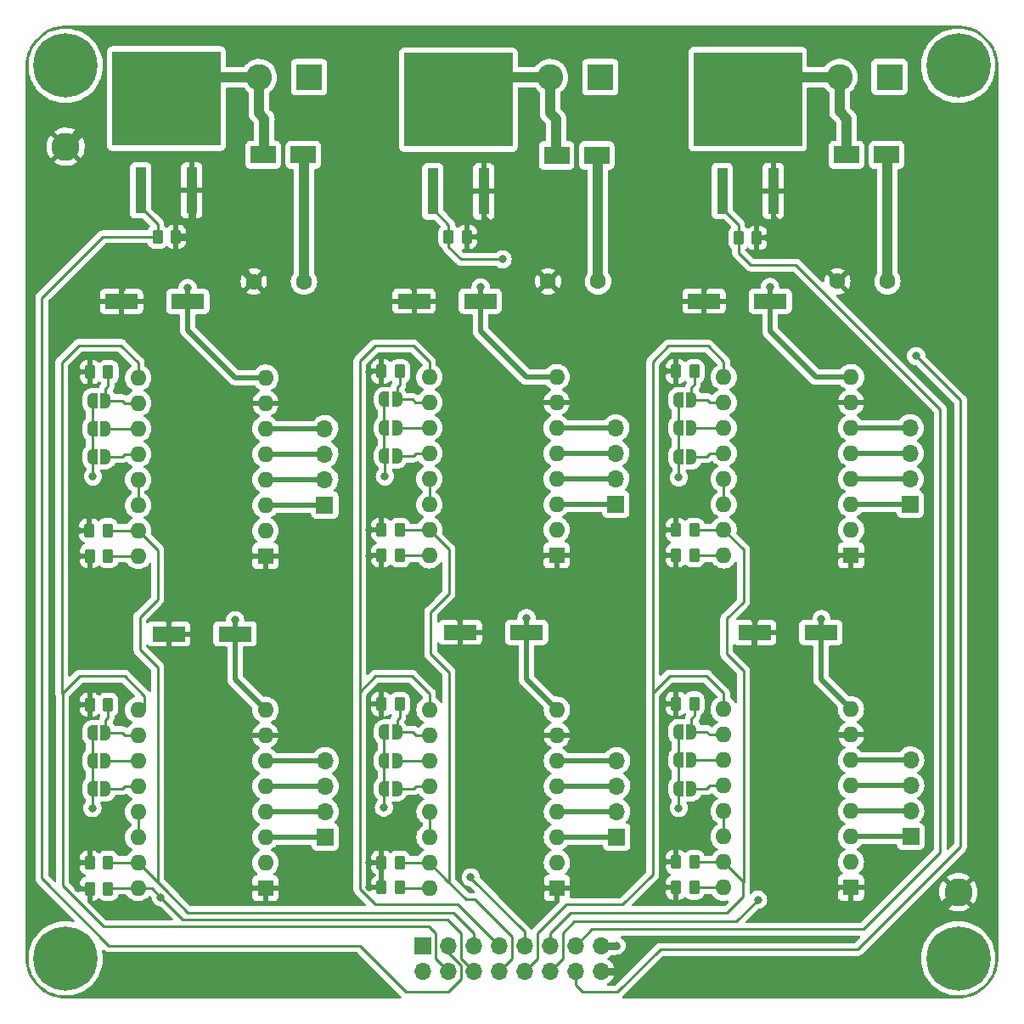
<source format=gbr>
%TF.GenerationSoftware,KiCad,Pcbnew,(6.0.2)*%
%TF.CreationDate,2022-02-23T19:09:50-05:00*%
%TF.ProjectId,SDP_motors,5344505f-6d6f-4746-9f72-732e6b696361,rev?*%
%TF.SameCoordinates,Original*%
%TF.FileFunction,Copper,L1,Top*%
%TF.FilePolarity,Positive*%
%FSLAX46Y46*%
G04 Gerber Fmt 4.6, Leading zero omitted, Abs format (unit mm)*
G04 Created by KiCad (PCBNEW (6.0.2)) date 2022-02-23 19:09:50*
%MOMM*%
%LPD*%
G01*
G04 APERTURE LIST*
G04 Aperture macros list*
%AMRoundRect*
0 Rectangle with rounded corners*
0 $1 Rounding radius*
0 $2 $3 $4 $5 $6 $7 $8 $9 X,Y pos of 4 corners*
0 Add a 4 corners polygon primitive as box body*
4,1,4,$2,$3,$4,$5,$6,$7,$8,$9,$2,$3,0*
0 Add four circle primitives for the rounded corners*
1,1,$1+$1,$2,$3*
1,1,$1+$1,$4,$5*
1,1,$1+$1,$6,$7*
1,1,$1+$1,$8,$9*
0 Add four rect primitives between the rounded corners*
20,1,$1+$1,$2,$3,$4,$5,0*
20,1,$1+$1,$4,$5,$6,$7,0*
20,1,$1+$1,$6,$7,$8,$9,0*
20,1,$1+$1,$8,$9,$2,$3,0*%
%AMFreePoly0*
4,1,22,0.500000,-0.750000,0.000000,-0.750000,0.000000,-0.745033,-0.079941,-0.743568,-0.215256,-0.701293,-0.333266,-0.622738,-0.424486,-0.514219,-0.481581,-0.384460,-0.499164,-0.250000,-0.500000,-0.250000,-0.500000,0.250000,-0.499164,0.250000,-0.499963,0.256109,-0.478152,0.396186,-0.417904,0.524511,-0.324060,0.630769,-0.204165,0.706417,-0.067858,0.745374,0.000000,0.744959,0.000000,0.750000,
0.500000,0.750000,0.500000,-0.750000,0.500000,-0.750000,$1*%
%AMFreePoly1*
4,1,20,0.000000,0.744959,0.073905,0.744508,0.209726,0.703889,0.328688,0.626782,0.421226,0.519385,0.479903,0.390333,0.500000,0.250000,0.500000,-0.250000,0.499851,-0.262216,0.476331,-0.402017,0.414519,-0.529596,0.319384,-0.634700,0.198574,-0.708877,0.061801,-0.746166,0.000000,-0.745033,0.000000,-0.750000,-0.500000,-0.750000,-0.500000,0.750000,0.000000,0.750000,0.000000,0.744959,
0.000000,0.744959,$1*%
G04 Aperture macros list end*
%TA.AperFunction,SMDPad,CuDef*%
%ADD10R,3.302000X1.498600*%
%TD*%
%TA.AperFunction,SMDPad,CuDef*%
%ADD11RoundRect,0.250000X-0.262500X-0.450000X0.262500X-0.450000X0.262500X0.450000X-0.262500X0.450000X0*%
%TD*%
%TA.AperFunction,SMDPad,CuDef*%
%ADD12FreePoly0,0.000000*%
%TD*%
%TA.AperFunction,SMDPad,CuDef*%
%ADD13FreePoly1,0.000000*%
%TD*%
%TA.AperFunction,ComponentPad*%
%ADD14R,1.700000X1.700000*%
%TD*%
%TA.AperFunction,ComponentPad*%
%ADD15O,1.700000X1.700000*%
%TD*%
%TA.AperFunction,SMDPad,CuDef*%
%ADD16R,1.100000X4.600000*%
%TD*%
%TA.AperFunction,SMDPad,CuDef*%
%ADD17R,10.800000X9.400000*%
%TD*%
%TA.AperFunction,SMDPad,CuDef*%
%ADD18RoundRect,0.250000X0.262500X0.450000X-0.262500X0.450000X-0.262500X-0.450000X0.262500X-0.450000X0*%
%TD*%
%TA.AperFunction,ComponentPad*%
%ADD19R,2.600000X2.600000*%
%TD*%
%TA.AperFunction,ComponentPad*%
%ADD20C,2.600000*%
%TD*%
%TA.AperFunction,ComponentPad*%
%ADD21C,2.800000*%
%TD*%
%TA.AperFunction,ComponentPad*%
%ADD22R,1.600000X1.600000*%
%TD*%
%TA.AperFunction,ComponentPad*%
%ADD23O,1.600000X1.600000*%
%TD*%
%TA.AperFunction,ComponentPad*%
%ADD24C,6.400000*%
%TD*%
%TA.AperFunction,SMDPad,CuDef*%
%ADD25R,2.500000X1.800000*%
%TD*%
%TA.AperFunction,ComponentPad*%
%ADD26C,1.600000*%
%TD*%
%TA.AperFunction,ViaPad*%
%ADD27C,0.800000*%
%TD*%
%TA.AperFunction,Conductor*%
%ADD28C,0.254000*%
%TD*%
%TA.AperFunction,Conductor*%
%ADD29C,0.508000*%
%TD*%
%TA.AperFunction,Conductor*%
%ADD30C,0.762000*%
%TD*%
%TA.AperFunction,Conductor*%
%ADD31C,1.016000*%
%TD*%
%TA.AperFunction,Conductor*%
%ADD32C,0.250000*%
%TD*%
G04 APERTURE END LIST*
D10*
%TO.P,C3,1,1*%
%TO.N,GND*%
X125155800Y-74777600D03*
%TO.P,C3,2,2*%
%TO.N,+12V*%
X131759800Y-74777600D03*
%TD*%
D11*
%TO.P,R6,1*%
%TO.N,GND*%
X151268900Y-81788000D03*
%TO.P,R6,2*%
%TO.N,Net-(A2-Pad10)*%
X153093900Y-81788000D03*
%TD*%
D12*
%TO.P,JP16,1,A*%
%TO.N,+3V3*%
X122159000Y-117754400D03*
D13*
%TO.P,JP16,2,B*%
%TO.N,Net-(A6-Pad10)*%
X123459000Y-117754400D03*
%TD*%
D14*
%TO.P,J5,1,Pin_1*%
%TO.N,Net-(A5-Pad3)*%
X145282600Y-95046800D03*
D15*
%TO.P,J5,2,Pin_2*%
%TO.N,Net-(A5-Pad4)*%
X145282600Y-92506800D03*
%TO.P,J5,3,Pin_3*%
%TO.N,Net-(A5-Pad5)*%
X145282600Y-89966800D03*
%TO.P,J5,4,Pin_4*%
%TO.N,Net-(A5-Pad6)*%
X145282600Y-87426800D03*
%TD*%
D12*
%TO.P,JP11,1,A*%
%TO.N,+3V3*%
X151521400Y-120548400D03*
D13*
%TO.P,JP11,2,B*%
%TO.N,Net-(A4-Pad11)*%
X152821400Y-120548400D03*
%TD*%
D16*
%TO.P,Q3,1,G*%
%TO.N,P88_MTR2*%
X127035400Y-63839400D03*
D17*
%TO.P,Q3,2,D*%
%TO.N,Net-(D3-Pad2)*%
X129575400Y-54689400D03*
D16*
%TO.P,Q3,3,S*%
%TO.N,GND*%
X132115400Y-63839400D03*
%TD*%
D18*
%TO.P,R15,1*%
%TO.N,P80_STEP*%
X123721500Y-130759200D03*
%TO.P,R15,2*%
%TO.N,GND*%
X121896500Y-130759200D03*
%TD*%
D12*
%TO.P,JP2,1,A*%
%TO.N,+3V3*%
X93101400Y-87487600D03*
D13*
%TO.P,JP2,2,B*%
%TO.N,Net-(A1-Pad11)*%
X94401400Y-87487600D03*
%TD*%
D14*
%TO.P,J2,1,Pin_1*%
%TO.N,Net-(A2-Pad3)*%
X174635000Y-95036800D03*
D15*
%TO.P,J2,2,Pin_2*%
%TO.N,Net-(A2-Pad4)*%
X174635000Y-92496800D03*
%TO.P,J2,3,Pin_3*%
%TO.N,Net-(A2-Pad5)*%
X174635000Y-89956800D03*
%TO.P,J2,4,Pin_4*%
%TO.N,Net-(A2-Pad6)*%
X174635000Y-87416800D03*
%TD*%
D19*
%TO.P,J9,1,Pin_1*%
%TO.N,+12V*%
X143724000Y-52443000D03*
D20*
%TO.P,J9,2,Pin_2*%
%TO.N,Net-(D3-Pad2)*%
X138724000Y-52443000D03*
%TD*%
D12*
%TO.P,JP12,1,A*%
%TO.N,+3V3*%
X151521400Y-123393200D03*
D13*
%TO.P,JP12,2,B*%
%TO.N,Net-(A4-Pad12)*%
X152821400Y-123393200D03*
%TD*%
D21*
%TO.P,TP1,1,1*%
%TO.N,GND*%
X90424000Y-59385200D03*
%TD*%
D22*
%TO.P,A1,1,GND*%
%TO.N,GND*%
X110353000Y-100187600D03*
D23*
%TO.P,A1,2,VDD*%
%TO.N,+3V3*%
X110353000Y-97647600D03*
%TO.P,A1,3,1B*%
%TO.N,Net-(A1-Pad3)*%
X110353000Y-95107600D03*
%TO.P,A1,4,1A*%
%TO.N,Net-(A1-Pad4)*%
X110353000Y-92567600D03*
%TO.P,A1,5,2A*%
%TO.N,Net-(A1-Pad5)*%
X110353000Y-90027600D03*
%TO.P,A1,6,2B*%
%TO.N,Net-(A1-Pad6)*%
X110353000Y-87487600D03*
%TO.P,A1,7,GND*%
%TO.N,GND*%
X110353000Y-84947600D03*
%TO.P,A1,8,VMOT*%
%TO.N,+12V*%
X110353000Y-82407600D03*
%TO.P,A1,9,~{ENABLE}*%
%TO.N,P76_EN*%
X97653000Y-82407600D03*
%TO.P,A1,10,MS1*%
%TO.N,Net-(A1-Pad10)*%
X97653000Y-84947600D03*
%TO.P,A1,11,MS2*%
%TO.N,Net-(A1-Pad11)*%
X97653000Y-87487600D03*
%TO.P,A1,12,MS3*%
%TO.N,Net-(A1-Pad12)*%
X97653000Y-90027600D03*
%TO.P,A1,13,~{RESET}*%
%TO.N,Net-(A1-Pad13)*%
X97653000Y-92567600D03*
%TO.P,A1,14,~{SLEEP}*%
X97653000Y-95107600D03*
%TO.P,A1,15,STEP*%
%TO.N,P77_STEP*%
X97653000Y-97647600D03*
%TO.P,A1,16,DIR*%
%TO.N,P78_DIR*%
X97653000Y-100187600D03*
%TD*%
D10*
%TO.P,C2,1,1*%
%TO.N,GND*%
X154067350Y-74777600D03*
%TO.P,C2,2,2*%
%TO.N,+12V*%
X160671350Y-74777600D03*
%TD*%
D11*
%TO.P,R5,1*%
%TO.N,GND*%
X92838900Y-81848800D03*
%TO.P,R5,2*%
%TO.N,Net-(A1-Pad10)*%
X94663900Y-81848800D03*
%TD*%
D12*
%TO.P,JP5,1,A*%
%TO.N,+3V3*%
X151521400Y-87426800D03*
D13*
%TO.P,JP5,2,B*%
%TO.N,Net-(A2-Pad11)*%
X152821400Y-87426800D03*
%TD*%
D14*
%TO.P,J6,1,Pin_1*%
%TO.N,Net-(A6-Pad3)*%
X145364200Y-128209200D03*
D15*
%TO.P,J6,2,Pin_2*%
%TO.N,Net-(A6-Pad4)*%
X145364200Y-125669200D03*
%TO.P,J6,3,Pin_3*%
%TO.N,Net-(A6-Pad5)*%
X145364200Y-123129200D03*
%TO.P,J6,4,Pin_4*%
%TO.N,Net-(A6-Pad6)*%
X145364200Y-120589200D03*
%TD*%
D24*
%TO.P,H3,1,1*%
%TO.N,unconnected-(H3-Pad1)*%
X90424000Y-140308000D03*
%TD*%
D22*
%TO.P,A3,1,GND*%
%TO.N,GND*%
X110343000Y-133309200D03*
D23*
%TO.P,A3,2,VDD*%
%TO.N,+3V3*%
X110343000Y-130769200D03*
%TO.P,A3,3,1B*%
%TO.N,Net-(A3-Pad3)*%
X110343000Y-128229200D03*
%TO.P,A3,4,1A*%
%TO.N,Net-(A3-Pad4)*%
X110343000Y-125689200D03*
%TO.P,A3,5,2A*%
%TO.N,Net-(A3-Pad5)*%
X110343000Y-123149200D03*
%TO.P,A3,6,2B*%
%TO.N,Net-(A3-Pad6)*%
X110343000Y-120609200D03*
%TO.P,A3,7,GND*%
%TO.N,GND*%
X110343000Y-118069200D03*
%TO.P,A3,8,VMOT*%
%TO.N,+12V*%
X110343000Y-115529200D03*
%TO.P,A3,9,~{ENABLE}*%
%TO.N,P76_EN*%
X97643000Y-115529200D03*
%TO.P,A3,10,MS1*%
%TO.N,Net-(A3-Pad10)*%
X97643000Y-118069200D03*
%TO.P,A3,11,MS2*%
%TO.N,Net-(A3-Pad11)*%
X97643000Y-120609200D03*
%TO.P,A3,12,MS3*%
%TO.N,Net-(A3-Pad12)*%
X97643000Y-123149200D03*
%TO.P,A3,13,~{RESET}*%
%TO.N,Net-(A3-Pad13)*%
X97643000Y-125689200D03*
%TO.P,A3,14,~{SLEEP}*%
X97643000Y-128229200D03*
%TO.P,A3,15,STEP*%
%TO.N,P77_STEP*%
X97643000Y-130769200D03*
%TO.P,A3,16,DIR*%
%TO.N,P78_DIR*%
X97643000Y-133309200D03*
%TD*%
D18*
%TO.P,R2,1*%
%TO.N,P84_DIR*%
X153093900Y-100126800D03*
%TO.P,R2,2*%
%TO.N,GND*%
X151268900Y-100126800D03*
%TD*%
D14*
%TO.P,J4,1,Pin_1*%
%TO.N,Net-(A4-Pad3)*%
X174682150Y-128158400D03*
D15*
%TO.P,J4,2,Pin_2*%
%TO.N,Net-(A4-Pad4)*%
X174682150Y-125618400D03*
%TO.P,J4,3,Pin_3*%
%TO.N,Net-(A4-Pad5)*%
X174682150Y-123078400D03*
%TO.P,J4,4,Pin_4*%
%TO.N,Net-(A4-Pad6)*%
X174682150Y-120538400D03*
%TD*%
D25*
%TO.P,D3,1,K*%
%TO.N,+12V*%
X143376400Y-60248800D03*
%TO.P,D3,2,A*%
%TO.N,Net-(D3-Pad2)*%
X139376400Y-60248800D03*
%TD*%
D16*
%TO.P,Q2,1,G*%
%TO.N,P72_FAN*%
X97917000Y-63722400D03*
D17*
%TO.P,Q2,2,D*%
%TO.N,Net-(D2-Pad2)*%
X100457000Y-54572400D03*
D16*
%TO.P,Q2,3,S*%
%TO.N,GND*%
X102997000Y-63722400D03*
%TD*%
D26*
%TO.P,C8,1*%
%TO.N,+12V*%
X114183800Y-72831800D03*
%TO.P,C8,2*%
%TO.N,GND*%
X109183800Y-72831800D03*
%TD*%
D10*
%TO.P,C1,1,1*%
%TO.N,GND*%
X95986600Y-74813000D03*
%TO.P,C1,2,2*%
%TO.N,+12V*%
X102590600Y-74813000D03*
%TD*%
D19*
%TO.P,J8,1,Pin_1*%
%TO.N,+12V*%
X114691800Y-52443000D03*
D20*
%TO.P,J8,2,Pin_2*%
%TO.N,Net-(D2-Pad2)*%
X109691800Y-52443000D03*
%TD*%
D11*
%TO.P,R12,1*%
%TO.N,GND*%
X151265250Y-114909600D03*
%TO.P,R12,2*%
%TO.N,Net-(A4-Pad10)*%
X153090250Y-114909600D03*
%TD*%
D18*
%TO.P,R8,1*%
%TO.N,P84_DIR*%
X153090250Y-133248400D03*
%TO.P,R8,2*%
%TO.N,GND*%
X151265250Y-133248400D03*
%TD*%
D19*
%TO.P,J7,1,Pin_1*%
%TO.N,+12V*%
X172576250Y-52425600D03*
D20*
%TO.P,J7,2,Pin_2*%
%TO.N,Net-(D1-Pad2)*%
X167576250Y-52425600D03*
%TD*%
D12*
%TO.P,JP9,1,A*%
%TO.N,+3V3*%
X93091400Y-123403200D03*
D13*
%TO.P,JP9,2,B*%
%TO.N,Net-(A3-Pad12)*%
X94391400Y-123403200D03*
%TD*%
D12*
%TO.P,JP8,1,A*%
%TO.N,+3V3*%
X93091400Y-120609200D03*
D13*
%TO.P,JP8,2,B*%
%TO.N,Net-(A3-Pad11)*%
X94391400Y-120609200D03*
%TD*%
D18*
%TO.P,R3,1*%
%TO.N,P77_STEP*%
X94613100Y-97637600D03*
%TO.P,R3,2*%
%TO.N,GND*%
X92788100Y-97637600D03*
%TD*%
D21*
%TO.P,TP2,1,1*%
%TO.N,GND*%
X179425600Y-133705600D03*
%TD*%
D22*
%TO.P,A6,1,GND*%
%TO.N,GND*%
X139410600Y-133299200D03*
D23*
%TO.P,A6,2,VDD*%
%TO.N,+3V3*%
X139410600Y-130759200D03*
%TO.P,A6,3,1B*%
%TO.N,Net-(A6-Pad3)*%
X139410600Y-128219200D03*
%TO.P,A6,4,1A*%
%TO.N,Net-(A6-Pad4)*%
X139410600Y-125679200D03*
%TO.P,A6,5,2A*%
%TO.N,Net-(A6-Pad5)*%
X139410600Y-123139200D03*
%TO.P,A6,6,2B*%
%TO.N,Net-(A6-Pad6)*%
X139410600Y-120599200D03*
%TO.P,A6,7,GND*%
%TO.N,GND*%
X139410600Y-118059200D03*
%TO.P,A6,8,VMOT*%
%TO.N,+12V*%
X139410600Y-115519200D03*
%TO.P,A6,9,~{ENABLE}*%
%TO.N,P79_EN*%
X126710600Y-115519200D03*
%TO.P,A6,10,MS1*%
%TO.N,Net-(A6-Pad10)*%
X126710600Y-118059200D03*
%TO.P,A6,11,MS2*%
%TO.N,Net-(A6-Pad11)*%
X126710600Y-120599200D03*
%TO.P,A6,12,MS3*%
%TO.N,Net-(A6-Pad12)*%
X126710600Y-123139200D03*
%TO.P,A6,13,~{RESET}*%
%TO.N,Net-(A6-Pad13)*%
X126710600Y-125679200D03*
%TO.P,A6,14,~{SLEEP}*%
X126710600Y-128219200D03*
%TO.P,A6,15,STEP*%
%TO.N,P80_STEP*%
X126710600Y-130759200D03*
%TO.P,A6,16,DIR*%
%TO.N,P81_DIR*%
X126710600Y-133299200D03*
%TD*%
D12*
%TO.P,JP1,1,A*%
%TO.N,+3V3*%
X93091000Y-84693600D03*
D13*
%TO.P,JP1,2,B*%
%TO.N,Net-(A1-Pad10)*%
X94391000Y-84693600D03*
%TD*%
D12*
%TO.P,JP18,1,A*%
%TO.N,+3V3*%
X122159000Y-123393200D03*
D13*
%TO.P,JP18,2,B*%
%TO.N,Net-(A6-Pad12)*%
X123459000Y-123393200D03*
%TD*%
D18*
%TO.P,R13,1*%
%TO.N,P81_DIR*%
X123721500Y-133248400D03*
%TO.P,R13,2*%
%TO.N,GND*%
X121896500Y-133248400D03*
%TD*%
%TO.P,R4,1*%
%TO.N,P83_STEP*%
X153093900Y-97586800D03*
%TO.P,R4,2*%
%TO.N,GND*%
X151268900Y-97586800D03*
%TD*%
D11*
%TO.P,R21,1*%
%TO.N,P88_MTR2*%
X128612100Y-68376800D03*
%TO.P,R21,2*%
%TO.N,GND*%
X130437100Y-68376800D03*
%TD*%
%TO.P,R20,1*%
%TO.N,P72_FAN*%
X99595300Y-68361400D03*
%TO.P,R20,2*%
%TO.N,GND*%
X101420300Y-68361400D03*
%TD*%
D12*
%TO.P,JP15,1,A*%
%TO.N,+3V3*%
X122180900Y-90220800D03*
D13*
%TO.P,JP15,2,B*%
%TO.N,Net-(A5-Pad12)*%
X123480900Y-90220800D03*
%TD*%
D22*
%TO.P,A2,1,GND*%
%TO.N,GND*%
X168732200Y-100126800D03*
D23*
%TO.P,A2,2,VDD*%
%TO.N,+3V3*%
X168732200Y-97586800D03*
%TO.P,A2,3,1B*%
%TO.N,Net-(A2-Pad3)*%
X168732200Y-95046800D03*
%TO.P,A2,4,1A*%
%TO.N,Net-(A2-Pad4)*%
X168732200Y-92506800D03*
%TO.P,A2,5,2A*%
%TO.N,Net-(A2-Pad5)*%
X168732200Y-89966800D03*
%TO.P,A2,6,2B*%
%TO.N,Net-(A2-Pad6)*%
X168732200Y-87426800D03*
%TO.P,A2,7,GND*%
%TO.N,GND*%
X168732200Y-84886800D03*
%TO.P,A2,8,VMOT*%
%TO.N,+12V*%
X168732200Y-82346800D03*
%TO.P,A2,9,~{ENABLE}*%
%TO.N,P82_EN*%
X156032200Y-82346800D03*
%TO.P,A2,10,MS1*%
%TO.N,Net-(A2-Pad10)*%
X156032200Y-84886800D03*
%TO.P,A2,11,MS2*%
%TO.N,Net-(A2-Pad11)*%
X156032200Y-87426800D03*
%TO.P,A2,12,MS3*%
%TO.N,Net-(A2-Pad12)*%
X156032200Y-89966800D03*
%TO.P,A2,13,~{RESET}*%
%TO.N,Net-(A2-Pad13)*%
X156032200Y-92506800D03*
%TO.P,A2,14,~{SLEEP}*%
X156032200Y-95046800D03*
%TO.P,A2,15,STEP*%
%TO.N,P83_STEP*%
X156032200Y-97586800D03*
%TO.P,A2,16,DIR*%
%TO.N,P84_DIR*%
X156032200Y-100126800D03*
%TD*%
D12*
%TO.P,JP13,1,A*%
%TO.N,+3V3*%
X122180900Y-84582000D03*
D13*
%TO.P,JP13,2,B*%
%TO.N,Net-(A5-Pad10)*%
X123480900Y-84582000D03*
%TD*%
D11*
%TO.P,R18,1*%
%TO.N,GND*%
X121896500Y-114960400D03*
%TO.P,R18,2*%
%TO.N,Net-(A6-Pad10)*%
X123721500Y-114960400D03*
%TD*%
D18*
%TO.P,R9,1*%
%TO.N,P77_STEP*%
X94653900Y-130769200D03*
%TO.P,R9,2*%
%TO.N,GND*%
X92828900Y-130769200D03*
%TD*%
D14*
%TO.P,J1,1,Pin_1*%
%TO.N,Net-(A1-Pad3)*%
X116255800Y-95097600D03*
D15*
%TO.P,J1,2,Pin_2*%
%TO.N,Net-(A1-Pad4)*%
X116255800Y-92557600D03*
%TO.P,J1,3,Pin_3*%
%TO.N,Net-(A1-Pad5)*%
X116255800Y-90017600D03*
%TO.P,J1,4,Pin_4*%
%TO.N,Net-(A1-Pad6)*%
X116255800Y-87477600D03*
%TD*%
D14*
%TO.P,J3,1,Pin_1*%
%TO.N,Net-(A3-Pad3)*%
X116296600Y-128219200D03*
D15*
%TO.P,J3,2,Pin_2*%
%TO.N,Net-(A3-Pad4)*%
X116296600Y-125679200D03*
%TO.P,J3,3,Pin_3*%
%TO.N,Net-(A3-Pad5)*%
X116296600Y-123139200D03*
%TO.P,J3,4,Pin_4*%
%TO.N,Net-(A3-Pad6)*%
X116296600Y-120599200D03*
%TD*%
D10*
%TO.P,C4,1,1*%
%TO.N,GND*%
X159131000Y-107848400D03*
%TO.P,C4,2,2*%
%TO.N,+12V*%
X165735000Y-107848400D03*
%TD*%
D25*
%TO.P,D1,1,K*%
%TO.N,+12V*%
X172285000Y-60198000D03*
%TO.P,D1,2,A*%
%TO.N,Net-(D1-Pad2)*%
X168285000Y-60198000D03*
%TD*%
D11*
%TO.P,R11,1*%
%TO.N,GND*%
X92828900Y-115021200D03*
%TO.P,R11,2*%
%TO.N,Net-(A3-Pad10)*%
X94653900Y-115021200D03*
%TD*%
D12*
%TO.P,JP6,1,A*%
%TO.N,+3V3*%
X151521400Y-90293800D03*
D13*
%TO.P,JP6,2,B*%
%TO.N,Net-(A2-Pad12)*%
X152821400Y-90293800D03*
%TD*%
D24*
%TO.P,H2,1,1*%
%TO.N,unconnected-(H2-Pad1)*%
X90424000Y-51308000D03*
%TD*%
D25*
%TO.P,D2,1,K*%
%TO.N,+12V*%
X114115600Y-60198000D03*
%TO.P,D2,2,A*%
%TO.N,Net-(D2-Pad2)*%
X110115600Y-60198000D03*
%TD*%
D18*
%TO.P,R10,1*%
%TO.N,P83_STEP*%
X153090250Y-130708400D03*
%TO.P,R10,2*%
%TO.N,GND*%
X151265250Y-130708400D03*
%TD*%
D14*
%TO.P,J10,1,Pin_1*%
%TO.N,+3V3*%
X126024400Y-139070400D03*
D15*
%TO.P,J10,2,Pin_2*%
X126024400Y-141610400D03*
%TO.P,J10,3,Pin_3*%
%TO.N,P72_FAN*%
X128564400Y-139070400D03*
%TO.P,J10,4,Pin_4*%
%TO.N,P76_EN*%
X128564400Y-141610400D03*
%TO.P,J10,5,Pin_5*%
%TO.N,P77_STEP*%
X131104400Y-139070400D03*
%TO.P,J10,6,Pin_6*%
%TO.N,P78_DIR*%
X131104400Y-141610400D03*
%TO.P,J10,7,Pin_7*%
%TO.N,P79_EN*%
X133644400Y-139070400D03*
%TO.P,J10,8,Pin_8*%
%TO.N,P80_STEP*%
X133644400Y-141610400D03*
%TO.P,J10,9,Pin_9*%
%TO.N,P81_DIR*%
X136184400Y-139070400D03*
%TO.P,J10,10,Pin_10*%
%TO.N,P82_EN*%
X136184400Y-141610400D03*
%TO.P,J10,11,Pin_11*%
%TO.N,P83_STEP*%
X138724400Y-139070400D03*
%TO.P,J10,12,Pin_12*%
%TO.N,P84_DIR*%
X138724400Y-141610400D03*
%TO.P,J10,13,Pin_13*%
%TO.N,P87_MTR1*%
X141264400Y-139070400D03*
%TO.P,J10,14,Pin_14*%
%TO.N,P88_MTR2*%
X141264400Y-141610400D03*
%TO.P,J10,15,Pin_15*%
%TO.N,+12V*%
X143804400Y-139070400D03*
%TO.P,J10,16,Pin_16*%
%TO.N,GND*%
X143804400Y-141610400D03*
%TD*%
D12*
%TO.P,JP7,1,A*%
%TO.N,+3V3*%
X93081000Y-117815200D03*
D13*
%TO.P,JP7,2,B*%
%TO.N,Net-(A3-Pad10)*%
X94381000Y-117815200D03*
%TD*%
D12*
%TO.P,JP4,1,A*%
%TO.N,+3V3*%
X151521400Y-84604200D03*
D13*
%TO.P,JP4,2,B*%
%TO.N,Net-(A2-Pad10)*%
X152821400Y-84604200D03*
%TD*%
D16*
%TO.P,Q1,1,G*%
%TO.N,P87_MTR1*%
X155896150Y-63788600D03*
D17*
%TO.P,Q1,2,D*%
%TO.N,Net-(D1-Pad2)*%
X158436150Y-54638600D03*
D16*
%TO.P,Q1,3,S*%
%TO.N,GND*%
X160976150Y-63788600D03*
%TD*%
D18*
%TO.P,R16,1*%
%TO.N,P80_STEP*%
X123741500Y-97586800D03*
%TO.P,R16,2*%
%TO.N,GND*%
X121916500Y-97586800D03*
%TD*%
%TO.P,R1,1*%
%TO.N,P78_DIR*%
X94663900Y-100187600D03*
%TO.P,R1,2*%
%TO.N,GND*%
X92838900Y-100187600D03*
%TD*%
D24*
%TO.P,H1,1,1*%
%TO.N,unconnected-(H1-Pad1)*%
X179424000Y-51308000D03*
%TD*%
%TO.P,H4,1,1*%
%TO.N,unconnected-(H4-Pad1)*%
X179424000Y-140308000D03*
%TD*%
D11*
%TO.P,R19,1*%
%TO.N,P87_MTR1*%
X157523650Y-68478400D03*
%TO.P,R19,2*%
%TO.N,GND*%
X159348650Y-68478400D03*
%TD*%
D26*
%TO.P,C7,1*%
%TO.N,+12V*%
X172366150Y-72796400D03*
%TO.P,C7,2*%
%TO.N,GND*%
X167366150Y-72796400D03*
%TD*%
D22*
%TO.P,A5,1,GND*%
%TO.N,GND*%
X139379800Y-100126800D03*
D23*
%TO.P,A5,2,VDD*%
%TO.N,+3V3*%
X139379800Y-97586800D03*
%TO.P,A5,3,1B*%
%TO.N,Net-(A5-Pad3)*%
X139379800Y-95046800D03*
%TO.P,A5,4,1A*%
%TO.N,Net-(A5-Pad4)*%
X139379800Y-92506800D03*
%TO.P,A5,5,2A*%
%TO.N,Net-(A5-Pad5)*%
X139379800Y-89966800D03*
%TO.P,A5,6,2B*%
%TO.N,Net-(A5-Pad6)*%
X139379800Y-87426800D03*
%TO.P,A5,7,GND*%
%TO.N,GND*%
X139379800Y-84886800D03*
%TO.P,A5,8,VMOT*%
%TO.N,+12V*%
X139379800Y-82346800D03*
%TO.P,A5,9,~{ENABLE}*%
%TO.N,P79_EN*%
X126679800Y-82346800D03*
%TO.P,A5,10,MS1*%
%TO.N,Net-(A5-Pad10)*%
X126679800Y-84886800D03*
%TO.P,A5,11,MS2*%
%TO.N,Net-(A5-Pad11)*%
X126679800Y-87426800D03*
%TO.P,A5,12,MS3*%
%TO.N,Net-(A5-Pad12)*%
X126679800Y-89966800D03*
%TO.P,A5,13,~{RESET}*%
%TO.N,Net-(A5-Pad13)*%
X126679800Y-92506800D03*
%TO.P,A5,14,~{SLEEP}*%
X126679800Y-95046800D03*
%TO.P,A5,15,STEP*%
%TO.N,P80_STEP*%
X126679800Y-97586800D03*
%TO.P,A5,16,DIR*%
%TO.N,P81_DIR*%
X126679800Y-100126800D03*
%TD*%
D10*
%TO.P,C5,1,1*%
%TO.N,GND*%
X100701000Y-107960000D03*
%TO.P,C5,2,2*%
%TO.N,+12V*%
X107305000Y-107960000D03*
%TD*%
%TO.P,C6,1,1*%
%TO.N,GND*%
X129768600Y-107797600D03*
%TO.P,C6,2,2*%
%TO.N,+12V*%
X136372600Y-107797600D03*
%TD*%
D22*
%TO.P,A4,1,GND*%
%TO.N,GND*%
X168722200Y-133248400D03*
D23*
%TO.P,A4,2,VDD*%
%TO.N,+3V3*%
X168722200Y-130708400D03*
%TO.P,A4,3,1B*%
%TO.N,Net-(A4-Pad3)*%
X168722200Y-128168400D03*
%TO.P,A4,4,1A*%
%TO.N,Net-(A4-Pad4)*%
X168722200Y-125628400D03*
%TO.P,A4,5,2A*%
%TO.N,Net-(A4-Pad5)*%
X168722200Y-123088400D03*
%TO.P,A4,6,2B*%
%TO.N,Net-(A4-Pad6)*%
X168722200Y-120548400D03*
%TO.P,A4,7,GND*%
%TO.N,GND*%
X168722200Y-118008400D03*
%TO.P,A4,8,VMOT*%
%TO.N,+12V*%
X168722200Y-115468400D03*
%TO.P,A4,9,~{ENABLE}*%
%TO.N,P82_EN*%
X156022200Y-115468400D03*
%TO.P,A4,10,MS1*%
%TO.N,Net-(A4-Pad10)*%
X156022200Y-118008400D03*
%TO.P,A4,11,MS2*%
%TO.N,Net-(A4-Pad11)*%
X156022200Y-120548400D03*
%TO.P,A4,12,MS3*%
%TO.N,Net-(A4-Pad12)*%
X156022200Y-123088400D03*
%TO.P,A4,13,~{RESET}*%
%TO.N,Net-(A4-Pad13)*%
X156022200Y-125628400D03*
%TO.P,A4,14,~{SLEEP}*%
X156022200Y-128168400D03*
%TO.P,A4,15,STEP*%
%TO.N,P83_STEP*%
X156022200Y-130708400D03*
%TO.P,A4,16,DIR*%
%TO.N,P84_DIR*%
X156022200Y-133248400D03*
%TD*%
D11*
%TO.P,R17,1*%
%TO.N,GND*%
X121916500Y-81788000D03*
%TO.P,R17,2*%
%TO.N,Net-(A5-Pad10)*%
X123741500Y-81788000D03*
%TD*%
D12*
%TO.P,JP17,1,A*%
%TO.N,+3V3*%
X122159000Y-120599200D03*
D13*
%TO.P,JP17,2,B*%
%TO.N,Net-(A6-Pad11)*%
X123459000Y-120599200D03*
%TD*%
D12*
%TO.P,JP14,1,A*%
%TO.N,+3V3*%
X122180900Y-87426800D03*
D13*
%TO.P,JP14,2,B*%
%TO.N,Net-(A5-Pad11)*%
X123480900Y-87426800D03*
%TD*%
D18*
%TO.P,R7,1*%
%TO.N,P78_DIR*%
X94653900Y-133360000D03*
%TO.P,R7,2*%
%TO.N,GND*%
X92828900Y-133360000D03*
%TD*%
%TO.P,R14,1*%
%TO.N,P81_DIR*%
X123741500Y-100126800D03*
%TO.P,R14,2*%
%TO.N,GND*%
X121916500Y-100126800D03*
%TD*%
D26*
%TO.P,C9,1*%
%TO.N,+12V*%
X143505400Y-72796400D03*
%TO.P,C9,2*%
%TO.N,GND*%
X138505400Y-72796400D03*
%TD*%
D12*
%TO.P,JP10,1,A*%
%TO.N,+3V3*%
X151521400Y-117703600D03*
D13*
%TO.P,JP10,2,B*%
%TO.N,Net-(A4-Pad10)*%
X152821400Y-117703600D03*
%TD*%
D12*
%TO.P,JP3,1,A*%
%TO.N,+3V3*%
X93101400Y-90281600D03*
D13*
%TO.P,JP3,2,B*%
%TO.N,Net-(A1-Pad12)*%
X94401400Y-90281600D03*
%TD*%
D27*
%TO.N,GND*%
X102606000Y-68361400D03*
X154152600Y-73406000D03*
X91668600Y-130759200D03*
X91643200Y-133350000D03*
X150088600Y-97586800D03*
X137896600Y-100177600D03*
X177495200Y-135636000D03*
X91668600Y-97688400D03*
X120726200Y-130759200D03*
X145338800Y-141630400D03*
X150139400Y-81788000D03*
X150103900Y-130708400D03*
X107965000Y-71613000D03*
X150088600Y-114909600D03*
X125145800Y-73406000D03*
X150103900Y-133248400D03*
X91668600Y-115062000D03*
X167259000Y-133299200D03*
X120726200Y-133248400D03*
X129717800Y-106375200D03*
X100711000Y-106578400D03*
X91668600Y-81838800D03*
X108889800Y-100177600D03*
X108889800Y-133299200D03*
X91668600Y-100177600D03*
X120726200Y-97586800D03*
X166067975Y-71498225D03*
X92456000Y-57404000D03*
X120726200Y-100177600D03*
X137998200Y-133350000D03*
X159181800Y-106527600D03*
X131597400Y-68376800D03*
X120726200Y-81838800D03*
X96037400Y-73456800D03*
X167309800Y-100177600D03*
X150088600Y-100126800D03*
X137261200Y-71552200D03*
X160451800Y-68478400D03*
%TO.N,+3V3*%
X151561800Y-92354400D03*
X151561800Y-125323600D03*
X93091000Y-125323600D03*
X122250200Y-92252800D03*
X93141800Y-92252800D03*
X122148600Y-125272800D03*
%TO.N,+12V*%
X165785800Y-106476800D03*
X160655000Y-73355200D03*
X131800600Y-73406000D03*
X102590600Y-73456800D03*
X136372600Y-106375200D03*
X145338800Y-139039600D03*
X107315000Y-106578400D03*
%TO.N,P78_DIR*%
X99898200Y-134213600D03*
%TO.N,P84_DIR*%
X159461200Y-134467600D03*
%TO.N,P81_DIR*%
X130810000Y-132232400D03*
%TO.N,P88_MTR2*%
X175232450Y-80265600D03*
X133985000Y-70612000D03*
%TD*%
D28*
%TO.N,GND*%
X91668600Y-100177600D02*
X92828900Y-100177600D01*
D29*
X159131000Y-107848400D02*
X159131000Y-106578400D01*
D30*
X104713400Y-68361400D02*
X102606000Y-68361400D01*
D29*
X154067350Y-73491250D02*
X154152600Y-73406000D01*
D31*
X90424000Y-59385200D02*
X90474800Y-59385200D01*
D29*
X131597400Y-68376800D02*
X130437100Y-68376800D01*
X154067350Y-74777600D02*
X154067350Y-76825950D01*
D30*
X102997000Y-66649600D02*
X103001600Y-66649600D01*
D28*
X92828900Y-100177600D02*
X92838900Y-100187600D01*
X151268900Y-100126800D02*
X150088600Y-100126800D01*
D29*
X95986600Y-74813000D02*
X95986600Y-73507600D01*
X144297400Y-141579600D02*
X144266600Y-141610400D01*
X168732200Y-100126800D02*
X167360600Y-100126800D01*
D28*
X120726200Y-130759200D02*
X121896500Y-130759200D01*
D29*
X139379800Y-100126800D02*
X137947400Y-100126800D01*
X125155800Y-74777600D02*
X125155800Y-76667200D01*
X162128200Y-84886800D02*
X168732200Y-84886800D01*
X108899800Y-100187600D02*
X108889800Y-100177600D01*
X159131000Y-106578400D02*
X159181800Y-106527600D01*
X95986600Y-73507600D02*
X96037400Y-73456800D01*
D30*
X103001600Y-66649600D02*
X104980500Y-68628500D01*
D29*
X129768600Y-107797600D02*
X129768600Y-113741200D01*
D30*
X102997000Y-63722400D02*
X102997000Y-66649600D01*
D28*
X120777000Y-100126800D02*
X120726200Y-100177600D01*
D29*
X159348650Y-68478400D02*
X160451800Y-68478400D01*
X134238600Y-68529600D02*
X137261200Y-71552200D01*
D28*
X91668600Y-130759200D02*
X92818900Y-130759200D01*
D29*
X132115400Y-63839400D02*
X132115400Y-66406400D01*
X137261200Y-71552200D02*
X138505400Y-72796400D01*
X134086600Y-118059200D02*
X139410600Y-118059200D01*
D28*
X91653200Y-133360000D02*
X91643200Y-133350000D01*
D29*
X133375400Y-84886800D02*
X139379800Y-84886800D01*
D28*
X92828900Y-133360000D02*
X91653200Y-133360000D01*
X150103900Y-130708400D02*
X151265250Y-130708400D01*
D29*
X137947400Y-100126800D02*
X137896600Y-100177600D01*
X110353000Y-100187600D02*
X108899800Y-100187600D01*
X129768600Y-106426000D02*
X129717800Y-106375200D01*
X108899800Y-133309200D02*
X108889800Y-133299200D01*
D28*
X151268900Y-97586800D02*
X150088600Y-97586800D01*
D29*
X104988200Y-118069200D02*
X110343000Y-118069200D01*
X100701000Y-113782000D02*
X104988200Y-118069200D01*
X167360600Y-100126800D02*
X167309800Y-100177600D01*
X104378600Y-84947600D02*
X110353000Y-84947600D01*
X167259000Y-133299200D02*
X167309800Y-133248400D01*
X100701000Y-107960000D02*
X100701000Y-113782000D01*
D28*
X121916500Y-100126800D02*
X120777000Y-100126800D01*
D29*
X95986600Y-74813000D02*
X95986600Y-76555600D01*
X125145800Y-73406000D02*
X125155800Y-73416000D01*
X138049000Y-133299200D02*
X137998200Y-133350000D01*
X154067350Y-74777600D02*
X154067350Y-73491250D01*
X167309800Y-133248400D02*
X168722200Y-133248400D01*
D28*
X151265250Y-114909600D02*
X150088600Y-114909600D01*
D31*
X179425600Y-133705600D02*
X177495200Y-135636000D01*
D29*
X160976150Y-66406400D02*
X163096175Y-68526425D01*
X95986600Y-76555600D02*
X104378600Y-84947600D01*
D28*
X121916500Y-81788000D02*
X120777000Y-81788000D01*
D29*
X159073850Y-107848400D02*
X159073850Y-113734850D01*
X139410600Y-133299200D02*
X138049000Y-133299200D01*
D28*
X120726200Y-97586800D02*
X121916500Y-97586800D01*
D29*
X134085800Y-68376800D02*
X131597400Y-68376800D01*
X132115400Y-66406400D02*
X134238600Y-68529600D01*
D31*
X90474800Y-59385200D02*
X92456000Y-57404000D01*
D29*
X100701000Y-106588400D02*
X100701000Y-107960000D01*
X110343000Y-133309200D02*
X108899800Y-133309200D01*
X159073850Y-113734850D02*
X163398200Y-118059200D01*
D28*
X121896500Y-133248400D02*
X120726200Y-133248400D01*
X92818900Y-130759200D02*
X92828900Y-130769200D01*
X151268900Y-81788000D02*
X150139400Y-81788000D01*
D29*
X163096175Y-68526425D02*
X166067975Y-71498225D01*
D30*
X102606000Y-68361400D02*
X101420300Y-68361400D01*
D29*
X129768600Y-107797600D02*
X129768600Y-106426000D01*
D28*
X91668600Y-115062000D02*
X91709400Y-115021200D01*
X91709400Y-115021200D02*
X92828900Y-115021200D01*
D30*
X104980500Y-68628500D02*
X104713400Y-68361400D01*
D28*
X120777000Y-81788000D02*
X120726200Y-81838800D01*
D30*
X143804400Y-141610400D02*
X145318800Y-141610400D01*
D29*
X163048150Y-68478400D02*
X163096175Y-68526425D01*
D28*
X150103900Y-133248400D02*
X151265250Y-133248400D01*
D29*
X129768600Y-113741200D02*
X134086600Y-118059200D01*
D30*
X145318800Y-141610400D02*
X145338800Y-141630400D01*
D29*
X134238600Y-68529600D02*
X134085800Y-68376800D01*
X125155800Y-76667200D02*
X133375400Y-84886800D01*
D28*
X91668600Y-97688400D02*
X91719400Y-97637600D01*
D29*
X160451800Y-68478400D02*
X163048150Y-68478400D01*
D28*
X91719400Y-97637600D02*
X92788100Y-97637600D01*
D30*
X107965000Y-71613000D02*
X109183800Y-72831800D01*
D29*
X163398200Y-118059200D02*
X169166700Y-118059200D01*
X160976150Y-66406400D02*
X160976150Y-63788600D01*
X100711000Y-106578400D02*
X100701000Y-106588400D01*
D30*
X104980500Y-68628500D02*
X107965000Y-71613000D01*
D29*
X125155800Y-73416000D02*
X125155800Y-74777600D01*
D28*
X91678600Y-81848800D02*
X91668600Y-81838800D01*
X92838900Y-81848800D02*
X91678600Y-81848800D01*
D29*
X154067350Y-76825950D02*
X162128200Y-84886800D01*
X166067975Y-71498225D02*
X167366150Y-72796400D01*
D28*
%TO.N,+3V3*%
X122180900Y-90220800D02*
X122180900Y-87426800D01*
X122250200Y-92252800D02*
X122250200Y-90290100D01*
X93091400Y-120609200D02*
X93091400Y-117825600D01*
X151521400Y-123393200D02*
X151521400Y-125283200D01*
X93101400Y-90281600D02*
X93101400Y-87487600D01*
X151561800Y-92354400D02*
X151561800Y-90334200D01*
X93091400Y-117825600D02*
X93081000Y-117815200D01*
X151521400Y-87426800D02*
X151521400Y-84604200D01*
X122159000Y-123393200D02*
X122159000Y-120599200D01*
X151521400Y-90293800D02*
X151521400Y-87426800D01*
X151521400Y-120548400D02*
X151521400Y-117703600D01*
X93091400Y-125323200D02*
X93091000Y-125323600D01*
X151521400Y-125283200D02*
X151561800Y-125323600D01*
X93101400Y-87487600D02*
X93101400Y-84704000D01*
X93091400Y-123403200D02*
X93091400Y-125323200D01*
X151521400Y-123393200D02*
X151521400Y-120548400D01*
X122159000Y-120599200D02*
X122159000Y-117754400D01*
X122250200Y-90290100D02*
X122180900Y-90220800D01*
X93141800Y-92252800D02*
X93141800Y-90322000D01*
X93101400Y-84704000D02*
X93091000Y-84693600D01*
X151561800Y-90334200D02*
X151521400Y-90293800D01*
X93141800Y-90322000D02*
X93101400Y-90281600D01*
X122159000Y-125262400D02*
X122148600Y-125272800D01*
X93091400Y-123403200D02*
X93091400Y-120609200D01*
X122159000Y-123393200D02*
X122159000Y-125262400D01*
X122180900Y-87426800D02*
X122180900Y-84582000D01*
D29*
%TO.N,Net-(A1-Pad3)*%
X116255800Y-95097600D02*
X110363000Y-95097600D01*
X110363000Y-95097600D02*
X110353000Y-95107600D01*
%TO.N,Net-(A1-Pad4)*%
X116255800Y-92557600D02*
X110363000Y-92557600D01*
X110363000Y-92557600D02*
X110353000Y-92567600D01*
%TO.N,Net-(A1-Pad5)*%
X110363000Y-90017600D02*
X110353000Y-90027600D01*
X116255800Y-90017600D02*
X110363000Y-90017600D01*
%TO.N,Net-(A1-Pad6)*%
X116255800Y-87477600D02*
X110363000Y-87477600D01*
X110363000Y-87477600D02*
X110353000Y-87487600D01*
%TO.N,+12V*%
X107305000Y-107960000D02*
X107305000Y-112491200D01*
X160671350Y-74777600D02*
X160671350Y-77791150D01*
X136372600Y-107797600D02*
X136372600Y-106375200D01*
D30*
X145308000Y-139070400D02*
X145338800Y-139039600D01*
X144408900Y-139070400D02*
X143804400Y-139070400D01*
D31*
X172366150Y-72796400D02*
X172366150Y-60279150D01*
D29*
X131759800Y-74777600D02*
X131759800Y-73446800D01*
X107305000Y-112491200D02*
X110343000Y-115529200D01*
D30*
X172366150Y-60279150D02*
X172285000Y-60198000D01*
D29*
X136372600Y-112481200D02*
X139410600Y-115519200D01*
D30*
X143505400Y-60377800D02*
X143376400Y-60248800D01*
D29*
X102590600Y-74813000D02*
X102590600Y-77673200D01*
X107305000Y-106588400D02*
X107305000Y-107960000D01*
X102590600Y-77673200D02*
X107325000Y-82407600D01*
D30*
X114183800Y-60266200D02*
X114115600Y-60198000D01*
D29*
X160655000Y-73355200D02*
X160671350Y-73371550D01*
X131759800Y-73446800D02*
X131800600Y-73406000D01*
X107325000Y-82407600D02*
X110353000Y-82407600D01*
X160671350Y-77791150D02*
X165227000Y-82346800D01*
X131759800Y-74777600D02*
X131759800Y-77734000D01*
D31*
X143505400Y-72796400D02*
X143505400Y-60377800D01*
D29*
X165227000Y-82346800D02*
X168732200Y-82346800D01*
X165735000Y-106527600D02*
X165785800Y-106476800D01*
D30*
X143804400Y-139070400D02*
X145308000Y-139070400D01*
D29*
X165735000Y-107848400D02*
X165735000Y-106527600D01*
D31*
X114183800Y-72831800D02*
X114183800Y-60266200D01*
D30*
X144455200Y-139070400D02*
X143804400Y-139070400D01*
D29*
X102590600Y-74813000D02*
X102590600Y-73456800D01*
X136372600Y-82346800D02*
X139379800Y-82346800D01*
X144297400Y-139090400D02*
X144277400Y-139070400D01*
X107315000Y-106578400D02*
X107305000Y-106588400D01*
X131759800Y-77734000D02*
X136372600Y-82346800D01*
X165735000Y-107848400D02*
X165735000Y-112481200D01*
X136372600Y-107797600D02*
X136372600Y-112481200D01*
X160671350Y-73371550D02*
X160671350Y-74777600D01*
X165735000Y-112481200D02*
X168722200Y-115468400D01*
D28*
%TO.N,P76_EN*%
X127304800Y-140350800D02*
X128564400Y-141610400D01*
X98262600Y-114137600D02*
X96291400Y-112166400D01*
X91821000Y-112166400D02*
X90043000Y-113944400D01*
X91719400Y-79197200D02*
X95935800Y-79197200D01*
X97653000Y-80914400D02*
X97653000Y-82407600D01*
X126644400Y-137160000D02*
X127304800Y-137820400D01*
X90043000Y-80873600D02*
X91719400Y-79197200D01*
X127304800Y-137820400D02*
X127304800Y-140350800D01*
X96291400Y-112166400D02*
X91821000Y-112166400D01*
X94234000Y-137160000D02*
X126644400Y-137160000D01*
X98262600Y-115468400D02*
X98262600Y-114137600D01*
X95935800Y-79197200D02*
X97653000Y-80914400D01*
X90119200Y-113919000D02*
X90119200Y-133045200D01*
X90043000Y-113944400D02*
X90043000Y-112318800D01*
X90119200Y-133045200D02*
X94234000Y-137160000D01*
X90043000Y-112318800D02*
X90043000Y-80873600D01*
%TO.N,Net-(A1-Pad10)*%
X96301400Y-84947600D02*
X96047400Y-84693600D01*
X94391000Y-83485200D02*
X94437200Y-83439000D01*
D32*
X94663900Y-81848800D02*
X94663900Y-83212300D01*
D28*
X96047400Y-84693600D02*
X94391000Y-84693600D01*
D32*
X94663900Y-83212300D02*
X94437200Y-83439000D01*
D28*
X97653000Y-84947600D02*
X96301400Y-84947600D01*
X94391000Y-84693600D02*
X94391000Y-83485200D01*
%TO.N,Net-(A1-Pad11)*%
X97653000Y-87487600D02*
X94401400Y-87487600D01*
%TO.N,Net-(A1-Pad12)*%
X96281400Y-90027600D02*
X96027400Y-90281600D01*
X97653000Y-90027600D02*
X96281400Y-90027600D01*
X96027400Y-90281600D02*
X94401400Y-90281600D01*
%TO.N,Net-(A1-Pad13)*%
X97653000Y-95107600D02*
X97653000Y-92567600D01*
D32*
%TO.N,P77_STEP*%
X131104400Y-137759200D02*
X131104400Y-139070400D01*
X99593400Y-99588000D02*
X97653000Y-97647600D01*
X99593400Y-132719600D02*
X100264200Y-133390400D01*
X99593400Y-111302800D02*
X97815400Y-109524800D01*
X100264200Y-133390400D02*
X102611400Y-135737600D01*
X99593400Y-111302800D02*
X99593400Y-132719600D01*
D28*
X94613100Y-97637600D02*
X94623100Y-97647600D01*
X94623100Y-97647600D02*
X97653000Y-97647600D01*
D32*
X97815400Y-106273600D02*
X99593400Y-104495600D01*
D28*
X94653900Y-130769200D02*
X97643000Y-130769200D01*
D32*
X99593400Y-104495600D02*
X99593400Y-99588000D01*
X97815400Y-109524800D02*
X97815400Y-106273600D01*
X129082800Y-135737600D02*
X131104400Y-137759200D01*
X102611400Y-135737600D02*
X129082800Y-135737600D01*
X100264200Y-133390400D02*
X97643000Y-130769200D01*
D28*
%TO.N,P78_DIR*%
X128524000Y-136448800D02*
X102108000Y-136448800D01*
X99898200Y-134239000D02*
X99898200Y-134213600D01*
X129844800Y-137769600D02*
X128524000Y-136448800D01*
X129844800Y-140350800D02*
X129844800Y-137769600D01*
D32*
X98993800Y-133309200D02*
X97643000Y-133309200D01*
X99898200Y-134213600D02*
X98993800Y-133309200D01*
D28*
X94704700Y-133309200D02*
X97643000Y-133309200D01*
X94663900Y-100187600D02*
X97653000Y-100187600D01*
X102108000Y-136448800D02*
X99898200Y-134239000D01*
X131104400Y-141610400D02*
X129844800Y-140350800D01*
X94653900Y-133360000D02*
X94704700Y-133309200D01*
D29*
%TO.N,Net-(A2-Pad3)*%
X168742200Y-95036800D02*
X168732200Y-95046800D01*
X174635000Y-95036800D02*
X168742200Y-95036800D01*
%TO.N,Net-(A2-Pad4)*%
X168742200Y-92496800D02*
X168732200Y-92506800D01*
X174635000Y-92496800D02*
X168742200Y-92496800D01*
%TO.N,Net-(A2-Pad5)*%
X168742200Y-89956800D02*
X168732200Y-89966800D01*
X174635000Y-89956800D02*
X168742200Y-89956800D01*
%TO.N,Net-(A2-Pad6)*%
X168742200Y-87416800D02*
X168732200Y-87426800D01*
X174635000Y-87416800D02*
X168742200Y-87416800D01*
D28*
%TO.N,P82_EN*%
X145973800Y-134924800D02*
X140309600Y-134924800D01*
X156022200Y-115468400D02*
X156022200Y-113858200D01*
X150545800Y-79248000D02*
X154457400Y-79248000D01*
X154457400Y-79248000D02*
X156032200Y-80822800D01*
X137464800Y-140330000D02*
X136184400Y-141610400D01*
X148971000Y-80822800D02*
X150545800Y-79248000D01*
X156032200Y-80822800D02*
X156032200Y-82346800D01*
X150647400Y-112166400D02*
X148971000Y-113842800D01*
X148971000Y-114960400D02*
X148971000Y-80822800D01*
X148971000Y-131927600D02*
X145973800Y-134924800D01*
X140309600Y-134924800D02*
X137464800Y-137769600D01*
X154330400Y-112166400D02*
X150647400Y-112166400D01*
X148971000Y-113842800D02*
X148971000Y-131927600D01*
X156022200Y-113858200D02*
X154330400Y-112166400D01*
X137464800Y-137769600D02*
X137464800Y-140330000D01*
%TO.N,Net-(A2-Pad10)*%
X154378000Y-84604200D02*
X152821400Y-84604200D01*
X153093900Y-83126100D02*
X153093900Y-81788000D01*
X156032200Y-84886800D02*
X154660600Y-84886800D01*
X152821400Y-84604200D02*
X152821400Y-83398600D01*
X152821400Y-83398600D02*
X153093900Y-83126100D01*
X154660600Y-84886800D02*
X154378000Y-84604200D01*
%TO.N,Net-(A2-Pad11)*%
X156032200Y-87426800D02*
X152821400Y-87426800D01*
%TO.N,Net-(A2-Pad12)*%
X156032200Y-89966800D02*
X154660600Y-89966800D01*
X154333600Y-90293800D02*
X152821400Y-90293800D01*
X154660600Y-89966800D02*
X154333600Y-90293800D01*
%TO.N,Net-(A2-Pad13)*%
X156032200Y-95046800D02*
X156032200Y-92506800D01*
D32*
%TO.N,P83_STEP*%
X156337000Y-109982000D02*
X156337000Y-106426000D01*
X140766800Y-135737600D02*
X138724400Y-137780000D01*
X158013400Y-104749600D02*
X158013400Y-99568000D01*
X158013400Y-132689600D02*
X158013400Y-111658400D01*
X157962600Y-132740400D02*
X158013400Y-132689600D01*
X157962600Y-132740400D02*
X157962600Y-132648800D01*
D28*
X153093900Y-97586800D02*
X156032200Y-97586800D01*
D32*
X157962600Y-132648800D02*
X156022200Y-130708400D01*
D28*
X153090250Y-130708400D02*
X156022200Y-130708400D01*
D32*
X158013400Y-99568000D02*
X156032200Y-97586800D01*
X138724400Y-137780000D02*
X138724400Y-139070400D01*
X157962600Y-132740400D02*
X157962600Y-134162800D01*
X156387800Y-135737600D02*
X140766800Y-135737600D01*
X156337000Y-106426000D02*
X158013400Y-104749600D01*
X158013400Y-111658400D02*
X156337000Y-109982000D01*
X157962600Y-134162800D02*
X156387800Y-135737600D01*
%TO.N,P84_DIR*%
X159461200Y-134467600D02*
X157276800Y-136652000D01*
X157276800Y-136652000D02*
X141122400Y-136652000D01*
X140004800Y-137769600D02*
X140004800Y-140330000D01*
D28*
X153093900Y-100126800D02*
X156032200Y-100126800D01*
X153090250Y-133248400D02*
X156022200Y-133248400D01*
D32*
X141122400Y-136652000D02*
X140004800Y-137769600D01*
X140004800Y-140330000D02*
X138724400Y-141610400D01*
D29*
%TO.N,Net-(A3-Pad3)*%
X116296600Y-128219200D02*
X110353000Y-128219200D01*
X110353000Y-128219200D02*
X110343000Y-128229200D01*
%TO.N,Net-(A3-Pad4)*%
X116296600Y-125679200D02*
X110353000Y-125679200D01*
X110353000Y-125679200D02*
X110343000Y-125689200D01*
%TO.N,Net-(A3-Pad5)*%
X116296600Y-123139200D02*
X110353000Y-123139200D01*
X110353000Y-123139200D02*
X110343000Y-123149200D01*
%TO.N,Net-(A3-Pad6)*%
X110353000Y-120599200D02*
X110343000Y-120609200D01*
X116296600Y-120599200D02*
X110353000Y-120599200D01*
D28*
%TO.N,Net-(A3-Pad10)*%
X94381000Y-117815200D02*
X94381000Y-116566000D01*
X96301400Y-118069200D02*
X96047400Y-117815200D01*
X97643000Y-118069200D02*
X96301400Y-118069200D01*
X94381000Y-116566000D02*
X94653900Y-116293100D01*
X96047400Y-117815200D02*
X94381000Y-117815200D01*
X94653900Y-116293100D02*
X94653900Y-115021200D01*
%TO.N,Net-(A3-Pad11)*%
X97643000Y-120609200D02*
X94391400Y-120609200D01*
%TO.N,Net-(A3-Pad12)*%
X96027400Y-123403200D02*
X94391400Y-123403200D01*
X97643000Y-123149200D02*
X96281400Y-123149200D01*
X96281400Y-123149200D02*
X96027400Y-123403200D01*
%TO.N,Net-(A3-Pad13)*%
X97643000Y-128229200D02*
X97643000Y-125689200D01*
D29*
%TO.N,Net-(A4-Pad3)*%
X168732200Y-128158400D02*
X168722200Y-128168400D01*
X174682150Y-128158400D02*
X168732200Y-128158400D01*
%TO.N,Net-(A4-Pad4)*%
X174682150Y-125618400D02*
X168732200Y-125618400D01*
X168732200Y-125618400D02*
X168722200Y-125628400D01*
%TO.N,Net-(A4-Pad5)*%
X168732200Y-123078400D02*
X168722200Y-123088400D01*
X174682150Y-123078400D02*
X168732200Y-123078400D01*
%TO.N,Net-(A4-Pad6)*%
X174682150Y-120538400D02*
X168732200Y-120538400D01*
X168732200Y-120538400D02*
X168722200Y-120548400D01*
D28*
%TO.N,Net-(A4-Pad10)*%
X152821400Y-117703600D02*
X154355800Y-117703600D01*
X153090250Y-116124350D02*
X152831800Y-116382800D01*
X153090250Y-114909600D02*
X153090250Y-116124350D01*
X154355800Y-117703600D02*
X154660600Y-118008400D01*
X152831800Y-117693200D02*
X152821400Y-117703600D01*
X152831800Y-116382800D02*
X152831800Y-117693200D01*
X154660600Y-118008400D02*
X156022200Y-118008400D01*
%TO.N,Net-(A4-Pad11)*%
X152821400Y-120548400D02*
X156022200Y-120548400D01*
%TO.N,Net-(A4-Pad12)*%
X154355800Y-123393200D02*
X154660600Y-123088400D01*
X154660600Y-123088400D02*
X156022200Y-123088400D01*
X152821400Y-123393200D02*
X154355800Y-123393200D01*
%TO.N,Net-(A4-Pad13)*%
X156022200Y-128168400D02*
X156022200Y-125628400D01*
D29*
%TO.N,Net-(A5-Pad3)*%
X145282600Y-95046800D02*
X139379800Y-95046800D01*
%TO.N,Net-(A5-Pad4)*%
X145282600Y-92506800D02*
X139379800Y-92506800D01*
%TO.N,Net-(A5-Pad5)*%
X145282600Y-89966800D02*
X139379800Y-89966800D01*
%TO.N,Net-(A5-Pad6)*%
X145282600Y-87426800D02*
X139379800Y-87426800D01*
D32*
%TO.N,P79_EN*%
X119761000Y-113741200D02*
X119761000Y-114554000D01*
D28*
X122605800Y-112166400D02*
X124942600Y-112166400D01*
D32*
X121285000Y-134924800D02*
X129498800Y-134924800D01*
X119761000Y-133400800D02*
X121285000Y-134924800D01*
X125095000Y-79248000D02*
X126679800Y-80832800D01*
X121285000Y-79248000D02*
X125095000Y-79248000D01*
X122605800Y-112166400D02*
X121335800Y-112166400D01*
X129498800Y-134924800D02*
X133644400Y-139070400D01*
X119761000Y-114554000D02*
X119761000Y-80772000D01*
X126679800Y-80832800D02*
X126679800Y-82346800D01*
X119761000Y-114554000D02*
X119761000Y-133400800D01*
D28*
X124942600Y-112166400D02*
X126710600Y-113934400D01*
X126710600Y-113934400D02*
X126710600Y-115519200D01*
D32*
X119761000Y-80772000D02*
X121285000Y-79248000D01*
X121335800Y-112166400D02*
X119761000Y-113741200D01*
D28*
%TO.N,Net-(A5-Pad10)*%
X123480900Y-84582000D02*
X123480900Y-83351300D01*
X123480900Y-83351300D02*
X123741500Y-83090700D01*
X126679800Y-84886800D02*
X125298200Y-84886800D01*
X124993400Y-84582000D02*
X123480900Y-84582000D01*
X123741500Y-83090700D02*
X123741500Y-81788000D01*
X125298200Y-84886800D02*
X124993400Y-84582000D01*
%TO.N,Net-(A5-Pad11)*%
X126679800Y-87426800D02*
X123480900Y-87426800D01*
%TO.N,Net-(A5-Pad12)*%
X125069600Y-90220800D02*
X123480900Y-90220800D01*
X126679800Y-89966800D02*
X125323600Y-89966800D01*
X125323600Y-89966800D02*
X125069600Y-90220800D01*
%TO.N,Net-(A5-Pad13)*%
X126679800Y-95046800D02*
X126679800Y-92506800D01*
%TO.N,P80_STEP*%
X131165600Y-134416800D02*
X130352800Y-134416800D01*
X128651000Y-132715000D02*
X128651000Y-111785400D01*
X128651000Y-103936800D02*
X128651000Y-99558000D01*
X126710600Y-130774600D02*
X128447800Y-132511800D01*
X126710600Y-130759200D02*
X126710600Y-130774600D01*
X126822200Y-105765600D02*
X128651000Y-103936800D01*
X123721500Y-130759200D02*
X126710600Y-130759200D01*
X133644400Y-141610400D02*
X134899400Y-140355400D01*
X128651000Y-99558000D02*
X126679800Y-97586800D01*
X128651000Y-111785400D02*
X126822200Y-109956600D01*
X123741500Y-97586800D02*
X126679800Y-97586800D01*
X128447800Y-132511800D02*
X128651000Y-132715000D01*
X126822200Y-109956600D02*
X126822200Y-105765600D01*
X134899400Y-138150600D02*
X131165600Y-134416800D01*
X134899400Y-140355400D02*
X134899400Y-138150600D01*
X130352800Y-134416800D02*
X128447800Y-132511800D01*
D32*
%TO.N,P81_DIR*%
X130810000Y-132283200D02*
X136184400Y-137657600D01*
D28*
X123772300Y-133299200D02*
X126710600Y-133299200D01*
X123721500Y-133248400D02*
X123772300Y-133299200D01*
X123741500Y-100126800D02*
X126679800Y-100126800D01*
D32*
X130810000Y-132232400D02*
X130810000Y-132283200D01*
X136184400Y-137657600D02*
X136184400Y-139070400D01*
D29*
%TO.N,Net-(A6-Pad3)*%
X145364200Y-128209200D02*
X139420600Y-128209200D01*
X139420600Y-128209200D02*
X139410600Y-128219200D01*
%TO.N,Net-(A6-Pad4)*%
X139420600Y-125669200D02*
X139410600Y-125679200D01*
X145364200Y-125669200D02*
X139420600Y-125669200D01*
%TO.N,Net-(A6-Pad5)*%
X139420600Y-123129200D02*
X139410600Y-123139200D01*
X145364200Y-123129200D02*
X139420600Y-123129200D01*
%TO.N,Net-(A6-Pad6)*%
X145364200Y-120589200D02*
X139420600Y-120589200D01*
X139420600Y-120589200D02*
X139410600Y-120599200D01*
D28*
%TO.N,Net-(A6-Pad10)*%
X123459000Y-116520200D02*
X123721500Y-116257700D01*
X125044200Y-117754400D02*
X125349000Y-118059200D01*
X123459000Y-117754400D02*
X125044200Y-117754400D01*
X123459000Y-117754400D02*
X123459000Y-116520200D01*
X125349000Y-118059200D02*
X126710600Y-118059200D01*
X123721500Y-116257700D02*
X123721500Y-114960400D01*
%TO.N,Net-(A6-Pad11)*%
X123459000Y-120599200D02*
X126710600Y-120599200D01*
%TO.N,Net-(A6-Pad12)*%
X123459000Y-123393200D02*
X125095000Y-123393200D01*
X125095000Y-123393200D02*
X125349000Y-123139200D01*
X125349000Y-123139200D02*
X126710600Y-123139200D01*
%TO.N,Net-(A6-Pad13)*%
X126710600Y-128219200D02*
X126710600Y-125679200D01*
D31*
%TO.N,Net-(D1-Pad2)*%
X168285000Y-60198000D02*
X168285000Y-56575800D01*
X167576250Y-52425600D02*
X160649150Y-52425600D01*
X168285000Y-56575800D02*
X167576250Y-55867050D01*
X160649150Y-52425600D02*
X158436150Y-54638600D01*
X167576250Y-55867050D02*
X167576250Y-52425600D01*
%TO.N,Net-(D2-Pad2)*%
X109691800Y-52443000D02*
X102586400Y-52443000D01*
X110115600Y-60198000D02*
X110242600Y-60071000D01*
X110242600Y-60071000D02*
X110242600Y-56597800D01*
X110242600Y-56597800D02*
X109691800Y-56047000D01*
X109691800Y-56047000D02*
X109691800Y-52443000D01*
%TO.N,Net-(D3-Pad2)*%
X139329000Y-60201400D02*
X139329000Y-56626600D01*
X138724000Y-56021600D02*
X138724000Y-52443000D01*
X139329000Y-56626600D02*
X138724000Y-56021600D01*
X138724000Y-52443000D02*
X131821800Y-52443000D01*
X131821800Y-52443000D02*
X129575400Y-54689400D01*
X139376400Y-60248800D02*
X139329000Y-60201400D01*
D28*
%TO.N,P87_MTR1*%
X141264400Y-139070400D02*
X142920800Y-137414000D01*
X177622200Y-85547200D02*
X163245800Y-71170800D01*
X163245800Y-71170800D02*
X158724600Y-71170800D01*
X157505400Y-68460150D02*
X157523650Y-68478400D01*
X142920800Y-137414000D02*
X169976800Y-137414000D01*
X157505400Y-67157600D02*
X157505400Y-68460150D01*
X155896150Y-65548350D02*
X157505400Y-67157600D01*
X158724600Y-71170800D02*
X157523650Y-69969850D01*
X155896150Y-63788600D02*
X155896150Y-65548350D01*
X177622200Y-129768600D02*
X177622200Y-85547200D01*
X157523650Y-69969850D02*
X157523650Y-68478400D01*
X169976800Y-137414000D02*
X177622200Y-129768600D01*
%TO.N,P72_FAN*%
X88036400Y-132334000D02*
X88036400Y-74447400D01*
X99595300Y-67108700D02*
X97917000Y-65430400D01*
X97917000Y-65430400D02*
X97917000Y-63722400D01*
X129844800Y-141058900D02*
X129844800Y-142392400D01*
X129844800Y-142392400D02*
X128574800Y-143662400D01*
X88036400Y-74447400D02*
X94122400Y-68361400D01*
X124358400Y-143662400D02*
X119735600Y-139039600D01*
X94742000Y-139039600D02*
X88036400Y-132334000D01*
X99595300Y-68361400D02*
X99595300Y-67108700D01*
X94122400Y-68361400D02*
X99595300Y-68361400D01*
X128564400Y-139778500D02*
X129844800Y-141058900D01*
X128564400Y-139070400D02*
X128564400Y-139778500D01*
X128574800Y-143662400D02*
X124358400Y-143662400D01*
X119735600Y-139039600D02*
X94742000Y-139039600D01*
%TO.N,P88_MTR2*%
X141264400Y-142991600D02*
X141264400Y-141610400D01*
X149705450Y-139422200D02*
X145465250Y-143662400D01*
X141935200Y-143662400D02*
X141264400Y-142991600D01*
X128612100Y-68376800D02*
X128612100Y-69353900D01*
X145465250Y-143662400D02*
X141935200Y-143662400D01*
X127035400Y-63839400D02*
X127035400Y-65592800D01*
X179654200Y-129159000D02*
X169391000Y-139422200D01*
X169391000Y-139422200D02*
X149705450Y-139422200D01*
X175257850Y-80265600D02*
X179654200Y-84661950D01*
X128612100Y-69353900D02*
X129870200Y-70612000D01*
X127035400Y-65592800D02*
X128612100Y-67169500D01*
X129870200Y-70612000D02*
X133985000Y-70612000D01*
X179654200Y-84661950D02*
X179654200Y-129159000D01*
X175232450Y-80265600D02*
X175257850Y-80265600D01*
X128612100Y-67169500D02*
X128612100Y-68376800D01*
%TD*%
%TA.AperFunction,Conductor*%
%TO.N,GND*%
G36*
X179394057Y-47317500D02*
G01*
X179408858Y-47319805D01*
X179408861Y-47319805D01*
X179417730Y-47321186D01*
X179437626Y-47318584D01*
X179459784Y-47317654D01*
X179786518Y-47332760D01*
X179798107Y-47333834D01*
X180151764Y-47383167D01*
X180163204Y-47385306D01*
X180510799Y-47467060D01*
X180521987Y-47470243D01*
X180860553Y-47583719D01*
X180871398Y-47587919D01*
X181034733Y-47660039D01*
X181198063Y-47732157D01*
X181208468Y-47737337D01*
X181520441Y-47911105D01*
X181530318Y-47917221D01*
X181824912Y-48119023D01*
X181834200Y-48126037D01*
X182108919Y-48354160D01*
X182117519Y-48362001D01*
X182369999Y-48614481D01*
X182377840Y-48623081D01*
X182605963Y-48897800D01*
X182612977Y-48907088D01*
X182814779Y-49201682D01*
X182820895Y-49211559D01*
X182994663Y-49523532D01*
X182999843Y-49533937D01*
X183043725Y-49633319D01*
X183133280Y-49836140D01*
X183144079Y-49860598D01*
X183148281Y-49871447D01*
X183154656Y-49890466D01*
X183261756Y-50210011D01*
X183264941Y-50221204D01*
X183346694Y-50568796D01*
X183348833Y-50580236D01*
X183398166Y-50933893D01*
X183399240Y-50945482D01*
X183414003Y-51264816D01*
X183412638Y-51290015D01*
X183410814Y-51301730D01*
X183411978Y-51310632D01*
X183411978Y-51310635D01*
X183414936Y-51333251D01*
X183416000Y-51349589D01*
X183416000Y-140258672D01*
X183414500Y-140278057D01*
X183412790Y-140289042D01*
X183410814Y-140301730D01*
X183412066Y-140311301D01*
X183413416Y-140321626D01*
X183414346Y-140343784D01*
X183399240Y-140670518D01*
X183398166Y-140682107D01*
X183348833Y-141035764D01*
X183346694Y-141047204D01*
X183266596Y-141387761D01*
X183264941Y-141394796D01*
X183261756Y-141405989D01*
X183148283Y-141744549D01*
X183144079Y-141755402D01*
X182999843Y-142082063D01*
X182994663Y-142092468D01*
X182820895Y-142404441D01*
X182814780Y-142414317D01*
X182762392Y-142490793D01*
X182612977Y-142708912D01*
X182605963Y-142718200D01*
X182377840Y-142992919D01*
X182369999Y-143001519D01*
X182117519Y-143253999D01*
X182108919Y-143261840D01*
X181834200Y-143489963D01*
X181824912Y-143496977D01*
X181530318Y-143698779D01*
X181520441Y-143704895D01*
X181208468Y-143878663D01*
X181198063Y-143883843D01*
X181068720Y-143940954D01*
X180871398Y-144028081D01*
X180860553Y-144032281D01*
X180521989Y-144145756D01*
X180510799Y-144148940D01*
X180376118Y-144180617D01*
X180163204Y-144230694D01*
X180151764Y-144232833D01*
X179798107Y-144282166D01*
X179786519Y-144283240D01*
X179765389Y-144284217D01*
X179467184Y-144298003D01*
X179441985Y-144296638D01*
X179439142Y-144296195D01*
X179439140Y-144296195D01*
X179430270Y-144294814D01*
X179421368Y-144295978D01*
X179421365Y-144295978D01*
X179398749Y-144298936D01*
X179382411Y-144300000D01*
X146030572Y-144300000D01*
X145962451Y-144279998D01*
X145915958Y-144226342D01*
X145905854Y-144156068D01*
X145935348Y-144091488D01*
X145941477Y-144084905D01*
X149718382Y-140308000D01*
X175710411Y-140308000D01*
X175730754Y-140696176D01*
X175731267Y-140699416D01*
X175731268Y-140699424D01*
X175740407Y-140757122D01*
X175791562Y-141080099D01*
X175892167Y-141455562D01*
X176031468Y-141818453D01*
X176032966Y-141821393D01*
X176181146Y-142112211D01*
X176207938Y-142164794D01*
X176209734Y-142167560D01*
X176209736Y-142167563D01*
X176306723Y-142316911D01*
X176419643Y-142490793D01*
X176541955Y-142641835D01*
X176656733Y-142783573D01*
X176664266Y-142792876D01*
X176939124Y-143067734D01*
X176941682Y-143069806D01*
X176941686Y-143069809D01*
X177016895Y-143130712D01*
X177241207Y-143312357D01*
X177243970Y-143314152D01*
X177243971Y-143314152D01*
X177525498Y-143496977D01*
X177567205Y-143524062D01*
X177570139Y-143525557D01*
X177570146Y-143525561D01*
X177910107Y-143698779D01*
X177913547Y-143700532D01*
X178276438Y-143839833D01*
X178651901Y-143940438D01*
X178855793Y-143972732D01*
X179032576Y-144000732D01*
X179032584Y-144000733D01*
X179035824Y-144001246D01*
X179424000Y-144021589D01*
X179812176Y-144001246D01*
X179815416Y-144000733D01*
X179815424Y-144000732D01*
X179992207Y-143972732D01*
X180196099Y-143940438D01*
X180571562Y-143839833D01*
X180934453Y-143700532D01*
X180937893Y-143698779D01*
X181277854Y-143525561D01*
X181277861Y-143525557D01*
X181280795Y-143524062D01*
X181322503Y-143496977D01*
X181604029Y-143314152D01*
X181604030Y-143314152D01*
X181606793Y-143312357D01*
X181831105Y-143130712D01*
X181906314Y-143069809D01*
X181906318Y-143069806D01*
X181908876Y-143067734D01*
X182183734Y-142792876D01*
X182191268Y-142783573D01*
X182306045Y-142641835D01*
X182428357Y-142490793D01*
X182541277Y-142316911D01*
X182638264Y-142167563D01*
X182638266Y-142167560D01*
X182640062Y-142164794D01*
X182666855Y-142112211D01*
X182815034Y-141821393D01*
X182816532Y-141818453D01*
X182955833Y-141455562D01*
X183056438Y-141080099D01*
X183107593Y-140757122D01*
X183116732Y-140699424D01*
X183116733Y-140699416D01*
X183117246Y-140696176D01*
X183137589Y-140308000D01*
X183117246Y-139919824D01*
X183116184Y-139913114D01*
X183073353Y-139642696D01*
X183056438Y-139535901D01*
X182955833Y-139160438D01*
X182816532Y-138797547D01*
X182747631Y-138662321D01*
X182641561Y-138454147D01*
X182641557Y-138454140D01*
X182640062Y-138451206D01*
X182630515Y-138436504D01*
X182430152Y-138127971D01*
X182430152Y-138127970D01*
X182428357Y-138125207D01*
X182277919Y-137939432D01*
X182185809Y-137825686D01*
X182185806Y-137825682D01*
X182183734Y-137823124D01*
X181908876Y-137548266D01*
X181891414Y-137534125D01*
X181717255Y-137393094D01*
X181606793Y-137303643D01*
X181600252Y-137299395D01*
X181283564Y-137093736D01*
X181283561Y-137093734D01*
X181280795Y-137091938D01*
X181277861Y-137090443D01*
X181277854Y-137090439D01*
X180937393Y-136916966D01*
X180934453Y-136915468D01*
X180571562Y-136776167D01*
X180196099Y-136675562D01*
X179992207Y-136643268D01*
X179815424Y-136615268D01*
X179815416Y-136615267D01*
X179812176Y-136614754D01*
X179424000Y-136594411D01*
X179035824Y-136614754D01*
X179032584Y-136615267D01*
X179032576Y-136615268D01*
X178855793Y-136643268D01*
X178651901Y-136675562D01*
X178276438Y-136776167D01*
X177913547Y-136915468D01*
X177910607Y-136916966D01*
X177570147Y-137090439D01*
X177570140Y-137090443D01*
X177567206Y-137091938D01*
X177564440Y-137093734D01*
X177564437Y-137093736D01*
X177269145Y-137285500D01*
X177241207Y-137303643D01*
X177130745Y-137393094D01*
X176956587Y-137534125D01*
X176939124Y-137548266D01*
X176664266Y-137823124D01*
X176662194Y-137825682D01*
X176662191Y-137825686D01*
X176570081Y-137939432D01*
X176419643Y-138125207D01*
X176417848Y-138127970D01*
X176417848Y-138127971D01*
X176217486Y-138436504D01*
X176207938Y-138451206D01*
X176206443Y-138454140D01*
X176206439Y-138454147D01*
X176100369Y-138662321D01*
X176031468Y-138797547D01*
X175892167Y-139160438D01*
X175791562Y-139535901D01*
X175774647Y-139642696D01*
X175731817Y-139913114D01*
X175730754Y-139919824D01*
X175710411Y-140308000D01*
X149718382Y-140308000D01*
X149931777Y-140094605D01*
X149994089Y-140060579D01*
X150020872Y-140057700D01*
X169311980Y-140057700D01*
X169323214Y-140058230D01*
X169330719Y-140059908D01*
X169399012Y-140057762D01*
X169402969Y-140057700D01*
X169430983Y-140057700D01*
X169434908Y-140057204D01*
X169434909Y-140057204D01*
X169435004Y-140057192D01*
X169446849Y-140056259D01*
X169476670Y-140055322D01*
X169483282Y-140055114D01*
X169483283Y-140055114D01*
X169491205Y-140054865D01*
X169510749Y-140049187D01*
X169530112Y-140045177D01*
X169542440Y-140043620D01*
X169542442Y-140043620D01*
X169550299Y-140042627D01*
X169557663Y-140039711D01*
X169557668Y-140039710D01*
X169591556Y-140026293D01*
X169602785Y-140022448D01*
X169619465Y-140017602D01*
X169645393Y-140010069D01*
X169652220Y-140006031D01*
X169652223Y-140006030D01*
X169662906Y-139999712D01*
X169680664Y-139991012D01*
X169692215Y-139986439D01*
X169692221Y-139986435D01*
X169699588Y-139983519D01*
X169735491Y-139957434D01*
X169745410Y-139950919D01*
X169776768Y-139932374D01*
X169776772Y-139932371D01*
X169783598Y-139928334D01*
X169797982Y-139913950D01*
X169813016Y-139901109D01*
X169823073Y-139893802D01*
X169829487Y-139889142D01*
X169857778Y-139854944D01*
X169865767Y-139846165D01*
X174488527Y-135223406D01*
X178272961Y-135223406D01*
X178280351Y-135233708D01*
X178322230Y-135267803D01*
X178329509Y-135272918D01*
X178553356Y-135407685D01*
X178561270Y-135411718D01*
X178801886Y-135513606D01*
X178810291Y-135516483D01*
X179062857Y-135583450D01*
X179071589Y-135585116D01*
X179331074Y-135615827D01*
X179339940Y-135616245D01*
X179601161Y-135610090D01*
X179610014Y-135609253D01*
X179867762Y-135566352D01*
X179876396Y-135564279D01*
X180125530Y-135485488D01*
X180133792Y-135482217D01*
X180369331Y-135369113D01*
X180377055Y-135364707D01*
X180570868Y-135235206D01*
X180579156Y-135225288D01*
X180571899Y-135211109D01*
X179438412Y-134077622D01*
X179424468Y-134070008D01*
X179422635Y-134070139D01*
X179416020Y-134074390D01*
X178280127Y-135210283D01*
X178272961Y-135223406D01*
X174488527Y-135223406D01*
X176061966Y-133649967D01*
X177513845Y-133649967D01*
X177524103Y-133911059D01*
X177525078Y-133919888D01*
X177572022Y-134176932D01*
X177574231Y-134185534D01*
X177656924Y-134433396D01*
X177660328Y-134441614D01*
X177777119Y-134675350D01*
X177781643Y-134682998D01*
X177896952Y-134849835D01*
X177907273Y-134858189D01*
X177920923Y-134851067D01*
X179053578Y-133718412D01*
X179059956Y-133706732D01*
X179790008Y-133706732D01*
X179790139Y-133708565D01*
X179794390Y-133715180D01*
X180931117Y-134851907D01*
X180944517Y-134859224D01*
X180954421Y-134852237D01*
X180970286Y-134833363D01*
X180975505Y-134826180D01*
X181113771Y-134604476D01*
X181117933Y-134596617D01*
X181223588Y-134357630D01*
X181226594Y-134349280D01*
X181297521Y-134097792D01*
X181299322Y-134089099D01*
X181334272Y-133828892D01*
X181334800Y-133822499D01*
X181338373Y-133708822D01*
X181338246Y-133702379D01*
X181319706Y-133440523D01*
X181318453Y-133431719D01*
X181263458Y-133176277D01*
X181260979Y-133167744D01*
X181170541Y-132922602D01*
X181166886Y-132914507D01*
X181042806Y-132684547D01*
X181038047Y-132677049D01*
X180953359Y-132562390D01*
X180942231Y-132553948D01*
X180929638Y-132560772D01*
X179797622Y-133692788D01*
X179790008Y-133706732D01*
X179059956Y-133706732D01*
X179061192Y-133704468D01*
X179061061Y-133702635D01*
X179056810Y-133696020D01*
X177921419Y-132560629D01*
X177908578Y-132553617D01*
X177897889Y-132561413D01*
X177846263Y-132626899D01*
X177841258Y-132634263D01*
X177710020Y-132860205D01*
X177706116Y-132868175D01*
X177608020Y-133110363D01*
X177605276Y-133118807D01*
X177542283Y-133372400D01*
X177540756Y-133381151D01*
X177514124Y-133641083D01*
X177513845Y-133649967D01*
X176061966Y-133649967D01*
X177523645Y-132188288D01*
X178273645Y-132188288D01*
X178280625Y-132201415D01*
X179412788Y-133333578D01*
X179426732Y-133341192D01*
X179428565Y-133341061D01*
X179435180Y-133336810D01*
X180570404Y-132201586D01*
X180577258Y-132189034D01*
X180569050Y-132177963D01*
X180479362Y-132109516D01*
X180471913Y-132104623D01*
X180243953Y-131976959D01*
X180235903Y-131973171D01*
X179992217Y-131878895D01*
X179983727Y-131876283D01*
X179729178Y-131817283D01*
X179720400Y-131815893D01*
X179460078Y-131793346D01*
X179451207Y-131793206D01*
X179190296Y-131807565D01*
X179181486Y-131808679D01*
X178925207Y-131859655D01*
X178916650Y-131861996D01*
X178670096Y-131948580D01*
X178661962Y-131952100D01*
X178430077Y-132072555D01*
X178422505Y-132077194D01*
X178282047Y-132177567D01*
X178273645Y-132188288D01*
X177523645Y-132188288D01*
X180047683Y-129664250D01*
X180056009Y-129656674D01*
X180062503Y-129652553D01*
X180109286Y-129602734D01*
X180112040Y-129599893D01*
X180131839Y-129580094D01*
X180134268Y-129576963D01*
X180134272Y-129576958D01*
X180134339Y-129576872D01*
X180142047Y-129567847D01*
X180166992Y-129541283D01*
X180172417Y-129535506D01*
X180176235Y-129528561D01*
X180176238Y-129528557D01*
X180182226Y-129517666D01*
X180193078Y-129501145D01*
X180195361Y-129498201D01*
X180205550Y-129485066D01*
X180223171Y-129444345D01*
X180228392Y-129433689D01*
X180245948Y-129401755D01*
X180245950Y-129401749D01*
X180249769Y-129394803D01*
X180251740Y-129387128D01*
X180251742Y-129387122D01*
X180254831Y-129375089D01*
X180261234Y-129356387D01*
X180269317Y-129337708D01*
X180270557Y-129329882D01*
X180270558Y-129329877D01*
X180276260Y-129293880D01*
X180278666Y-129282260D01*
X180287728Y-129246963D01*
X180287728Y-129246962D01*
X180289700Y-129239282D01*
X180289700Y-129218934D01*
X180291251Y-129199223D01*
X180293195Y-129186949D01*
X180294435Y-129179120D01*
X180290259Y-129134944D01*
X180289700Y-129123086D01*
X180289700Y-84740982D01*
X180290230Y-84729743D01*
X180291909Y-84722231D01*
X180289762Y-84653919D01*
X180289700Y-84649962D01*
X180289700Y-84621967D01*
X180289192Y-84617944D01*
X180288259Y-84606102D01*
X180287114Y-84569670D01*
X180286865Y-84561745D01*
X180281187Y-84542201D01*
X180277177Y-84522838D01*
X180275620Y-84510510D01*
X180275620Y-84510508D01*
X180274627Y-84502651D01*
X180271711Y-84495287D01*
X180271710Y-84495282D01*
X180258293Y-84461394D01*
X180254448Y-84450165D01*
X180249337Y-84432575D01*
X180242069Y-84407557D01*
X180235434Y-84396338D01*
X180231712Y-84390044D01*
X180223012Y-84372286D01*
X180218439Y-84360735D01*
X180218435Y-84360729D01*
X180215519Y-84353362D01*
X180189434Y-84317459D01*
X180182919Y-84307540D01*
X180164374Y-84276182D01*
X180164371Y-84276178D01*
X180160334Y-84269352D01*
X180145950Y-84254968D01*
X180133109Y-84239934D01*
X180125802Y-84229877D01*
X180121142Y-84223463D01*
X180086944Y-84195172D01*
X180078165Y-84187183D01*
X176176257Y-80285274D01*
X176142231Y-80222962D01*
X176140042Y-80209349D01*
X176126682Y-80082237D01*
X176126682Y-80082235D01*
X176125992Y-80075672D01*
X176066977Y-79894044D01*
X176060890Y-79883500D01*
X175974791Y-79734374D01*
X175971490Y-79728656D01*
X175843703Y-79586734D01*
X175689202Y-79474482D01*
X175683174Y-79471798D01*
X175683172Y-79471797D01*
X175520769Y-79399491D01*
X175520768Y-79399491D01*
X175514738Y-79396806D01*
X175421338Y-79376953D01*
X175334394Y-79358472D01*
X175334389Y-79358472D01*
X175327937Y-79357100D01*
X175136963Y-79357100D01*
X175130511Y-79358472D01*
X175130506Y-79358472D01*
X175043562Y-79376953D01*
X174950162Y-79396806D01*
X174944132Y-79399491D01*
X174944131Y-79399491D01*
X174781728Y-79471797D01*
X174781726Y-79471798D01*
X174775698Y-79474482D01*
X174621197Y-79586734D01*
X174493410Y-79728656D01*
X174490109Y-79734374D01*
X174404011Y-79883500D01*
X174397923Y-79894044D01*
X174338908Y-80075672D01*
X174318946Y-80265600D01*
X174319636Y-80272165D01*
X174338078Y-80447628D01*
X174338908Y-80455528D01*
X174397923Y-80637156D01*
X174401226Y-80642878D01*
X174401227Y-80642879D01*
X174424793Y-80683696D01*
X174493410Y-80802544D01*
X174497828Y-80807451D01*
X174497829Y-80807452D01*
X174616775Y-80939555D01*
X174621197Y-80944466D01*
X174710355Y-81009243D01*
X174744986Y-81034404D01*
X174775698Y-81056718D01*
X174781726Y-81059402D01*
X174781728Y-81059403D01*
X174937613Y-81128807D01*
X174950162Y-81134394D01*
X175043562Y-81154247D01*
X175130506Y-81172728D01*
X175130511Y-81172728D01*
X175136963Y-81174100D01*
X175215428Y-81174100D01*
X175283549Y-81194102D01*
X175304523Y-81211005D01*
X178981795Y-84888278D01*
X179015821Y-84950590D01*
X179018700Y-84977373D01*
X179018700Y-128843577D01*
X178998698Y-128911698D01*
X178981795Y-128932672D01*
X178472795Y-129441672D01*
X178410483Y-129475698D01*
X178339668Y-129470633D01*
X178282832Y-129428086D01*
X178258021Y-129361566D01*
X178257700Y-129352577D01*
X178257700Y-85626232D01*
X178258230Y-85614993D01*
X178259909Y-85607481D01*
X178259192Y-85584651D01*
X178257762Y-85539170D01*
X178257700Y-85535212D01*
X178257700Y-85507217D01*
X178257192Y-85503194D01*
X178256259Y-85491352D01*
X178256214Y-85489896D01*
X178254865Y-85446995D01*
X178250884Y-85433291D01*
X178249187Y-85427452D01*
X178245177Y-85408088D01*
X178243620Y-85395760D01*
X178243620Y-85395758D01*
X178242627Y-85387901D01*
X178239711Y-85380537D01*
X178239710Y-85380532D01*
X178226293Y-85346644D01*
X178222448Y-85335415D01*
X178214962Y-85309649D01*
X178210069Y-85292807D01*
X178206030Y-85285977D01*
X178199712Y-85275294D01*
X178191012Y-85257536D01*
X178186439Y-85245985D01*
X178186435Y-85245979D01*
X178183519Y-85238612D01*
X178157434Y-85202709D01*
X178150919Y-85192790D01*
X178132374Y-85161432D01*
X178132371Y-85161428D01*
X178128334Y-85154602D01*
X178113950Y-85140218D01*
X178101109Y-85125184D01*
X178093802Y-85115127D01*
X178089142Y-85108713D01*
X178054944Y-85080422D01*
X178046165Y-85072433D01*
X167296964Y-74323231D01*
X167262938Y-74260919D01*
X167268003Y-74190104D01*
X167310550Y-74133268D01*
X167375078Y-74108615D01*
X167588669Y-74089928D01*
X167599462Y-74088025D01*
X167809911Y-74031636D01*
X167820203Y-74027890D01*
X168017661Y-73935814D01*
X168027156Y-73930331D01*
X168079198Y-73893891D01*
X168087574Y-73883412D01*
X168080506Y-73869966D01*
X167008072Y-72797532D01*
X167730558Y-72797532D01*
X167730689Y-72799365D01*
X167734940Y-72805980D01*
X168440437Y-73511477D01*
X168452212Y-73517907D01*
X168464227Y-73508611D01*
X168500081Y-73457406D01*
X168505564Y-73447911D01*
X168597640Y-73250453D01*
X168601386Y-73240161D01*
X168657775Y-73029712D01*
X168659678Y-73018919D01*
X168678667Y-72801875D01*
X168678667Y-72790925D01*
X168659678Y-72573881D01*
X168657775Y-72563088D01*
X168601386Y-72352639D01*
X168597640Y-72342347D01*
X168505564Y-72144889D01*
X168500081Y-72135394D01*
X168463641Y-72083352D01*
X168453162Y-72074976D01*
X168439716Y-72082044D01*
X167738172Y-72783588D01*
X167730558Y-72797532D01*
X167008072Y-72797532D01*
X166291863Y-72081323D01*
X166280088Y-72074893D01*
X166268073Y-72084189D01*
X166232219Y-72135394D01*
X166226736Y-72144889D01*
X166134660Y-72342347D01*
X166130914Y-72352639D01*
X166074525Y-72563088D01*
X166072622Y-72573881D01*
X166053935Y-72787472D01*
X166028072Y-72853591D01*
X165970568Y-72895230D01*
X165899681Y-72899171D01*
X165839319Y-72865586D01*
X164683121Y-71709388D01*
X166644726Y-71709388D01*
X166651794Y-71722834D01*
X167353338Y-72424378D01*
X167367282Y-72431992D01*
X167369115Y-72431861D01*
X167375730Y-72427610D01*
X168081227Y-71722113D01*
X168087657Y-71710338D01*
X168078361Y-71698323D01*
X168027156Y-71662469D01*
X168017661Y-71656986D01*
X167820203Y-71564910D01*
X167809911Y-71561164D01*
X167599462Y-71504775D01*
X167588669Y-71502872D01*
X167371625Y-71483883D01*
X167360675Y-71483883D01*
X167143631Y-71502872D01*
X167132838Y-71504775D01*
X166922389Y-71561164D01*
X166912097Y-71564910D01*
X166714639Y-71656986D01*
X166705144Y-71662469D01*
X166653102Y-71698909D01*
X166644726Y-71709388D01*
X164683121Y-71709388D01*
X163751050Y-70777317D01*
X163743474Y-70768991D01*
X163739353Y-70762497D01*
X163689534Y-70715714D01*
X163686693Y-70712960D01*
X163666894Y-70693161D01*
X163663769Y-70690737D01*
X163663760Y-70690729D01*
X163663674Y-70690663D01*
X163654649Y-70682955D01*
X163628085Y-70658010D01*
X163622306Y-70652583D01*
X163604469Y-70642777D01*
X163587953Y-70631927D01*
X163571867Y-70619450D01*
X163531134Y-70601824D01*
X163520486Y-70596607D01*
X163508858Y-70590215D01*
X163481603Y-70575231D01*
X163473928Y-70573260D01*
X163473922Y-70573258D01*
X163461889Y-70570169D01*
X163443187Y-70563766D01*
X163424508Y-70555683D01*
X163390672Y-70550324D01*
X163380673Y-70548740D01*
X163369060Y-70546335D01*
X163326082Y-70535300D01*
X163305735Y-70535300D01*
X163286024Y-70533749D01*
X163273750Y-70531805D01*
X163265921Y-70530565D01*
X163258029Y-70531311D01*
X163221744Y-70534741D01*
X163209886Y-70535300D01*
X159040023Y-70535300D01*
X158971902Y-70515298D01*
X158950928Y-70498395D01*
X158199372Y-69746839D01*
X158165346Y-69684527D01*
X158170411Y-69613712D01*
X158212958Y-69556876D01*
X158222164Y-69550600D01*
X158254270Y-69530732D01*
X158260498Y-69526878D01*
X158347287Y-69439937D01*
X158409571Y-69405858D01*
X158480391Y-69410861D01*
X158525479Y-69439782D01*
X158607979Y-69522139D01*
X158619390Y-69531151D01*
X158757393Y-69616216D01*
X158770574Y-69622363D01*
X158924860Y-69673538D01*
X158938236Y-69676405D01*
X159032588Y-69686072D01*
X159039004Y-69686400D01*
X159076535Y-69686400D01*
X159091774Y-69681925D01*
X159092979Y-69680535D01*
X159094650Y-69672852D01*
X159094650Y-69668284D01*
X159602650Y-69668284D01*
X159607125Y-69683523D01*
X159608515Y-69684728D01*
X159616198Y-69686399D01*
X159658245Y-69686399D01*
X159664764Y-69686062D01*
X159760356Y-69676143D01*
X159773750Y-69673251D01*
X159927934Y-69621812D01*
X159941112Y-69615639D01*
X160078957Y-69530337D01*
X160090358Y-69521301D01*
X160204889Y-69406571D01*
X160213901Y-69395160D01*
X160298966Y-69257157D01*
X160305113Y-69243976D01*
X160356288Y-69089690D01*
X160359155Y-69076314D01*
X160368822Y-68981962D01*
X160369150Y-68975546D01*
X160369150Y-68750515D01*
X160364675Y-68735276D01*
X160363285Y-68734071D01*
X160355602Y-68732400D01*
X159620765Y-68732400D01*
X159605526Y-68736875D01*
X159604321Y-68738265D01*
X159602650Y-68745948D01*
X159602650Y-69668284D01*
X159094650Y-69668284D01*
X159094650Y-68206285D01*
X159602650Y-68206285D01*
X159607125Y-68221524D01*
X159608515Y-68222729D01*
X159616198Y-68224400D01*
X160351034Y-68224400D01*
X160366273Y-68219925D01*
X160367478Y-68218535D01*
X160369149Y-68210852D01*
X160369149Y-67981305D01*
X160368812Y-67974786D01*
X160358893Y-67879194D01*
X160356001Y-67865800D01*
X160304562Y-67711616D01*
X160298389Y-67698438D01*
X160213087Y-67560593D01*
X160204051Y-67549192D01*
X160089321Y-67434661D01*
X160077910Y-67425649D01*
X159939907Y-67340584D01*
X159926726Y-67334437D01*
X159772440Y-67283262D01*
X159759064Y-67280395D01*
X159664712Y-67270728D01*
X159658295Y-67270400D01*
X159620765Y-67270400D01*
X159605526Y-67274875D01*
X159604321Y-67276265D01*
X159602650Y-67283948D01*
X159602650Y-68206285D01*
X159094650Y-68206285D01*
X159094650Y-67288516D01*
X159090175Y-67273277D01*
X159088785Y-67272072D01*
X159081102Y-67270401D01*
X159039055Y-67270401D01*
X159032536Y-67270738D01*
X158936944Y-67280657D01*
X158923550Y-67283549D01*
X158769366Y-67334988D01*
X158756188Y-67341161D01*
X158618343Y-67426463D01*
X158606942Y-67435499D01*
X158525720Y-67516862D01*
X158463437Y-67550941D01*
X158392617Y-67545938D01*
X158347530Y-67517017D01*
X158264638Y-67434270D01*
X158264633Y-67434266D01*
X158259453Y-67429095D01*
X158200784Y-67392931D01*
X158153291Y-67340159D01*
X158140900Y-67285671D01*
X158140900Y-67236620D01*
X158141430Y-67225386D01*
X158143108Y-67217881D01*
X158140962Y-67149588D01*
X158140900Y-67145631D01*
X158140900Y-67117617D01*
X158140392Y-67113596D01*
X158139458Y-67101744D01*
X158139425Y-67100670D01*
X158138065Y-67057395D01*
X158132387Y-67037851D01*
X158128377Y-67018488D01*
X158126820Y-67006160D01*
X158126820Y-67006158D01*
X158125827Y-66998301D01*
X158122911Y-66990937D01*
X158122910Y-66990932D01*
X158109493Y-66957044D01*
X158105648Y-66945815D01*
X158095480Y-66910819D01*
X158093269Y-66903207D01*
X158082910Y-66885691D01*
X158074213Y-66867941D01*
X158066719Y-66849012D01*
X158040640Y-66813117D01*
X158034122Y-66803195D01*
X158015570Y-66771824D01*
X158015566Y-66771819D01*
X158011534Y-66765001D01*
X157997147Y-66750614D01*
X157984306Y-66735580D01*
X157977002Y-66725527D01*
X157972342Y-66719113D01*
X157938150Y-66690827D01*
X157929371Y-66682838D01*
X157379802Y-66133269D01*
X159918151Y-66133269D01*
X159918521Y-66140090D01*
X159924045Y-66190952D01*
X159927671Y-66206204D01*
X159972826Y-66326654D01*
X159981364Y-66342249D01*
X160057865Y-66444324D01*
X160070426Y-66456885D01*
X160172501Y-66533386D01*
X160188096Y-66541924D01*
X160308544Y-66587078D01*
X160323799Y-66590705D01*
X160374664Y-66596231D01*
X160381478Y-66596600D01*
X160704035Y-66596600D01*
X160719274Y-66592125D01*
X160720479Y-66590735D01*
X160722150Y-66583052D01*
X160722150Y-66578484D01*
X161230150Y-66578484D01*
X161234625Y-66593723D01*
X161236015Y-66594928D01*
X161243698Y-66596599D01*
X161570819Y-66596599D01*
X161577640Y-66596229D01*
X161628502Y-66590705D01*
X161643754Y-66587079D01*
X161764204Y-66541924D01*
X161779799Y-66533386D01*
X161881874Y-66456885D01*
X161894435Y-66444324D01*
X161970936Y-66342249D01*
X161979474Y-66326654D01*
X162024628Y-66206206D01*
X162028255Y-66190951D01*
X162033781Y-66140086D01*
X162034150Y-66133272D01*
X162034150Y-64060715D01*
X162029675Y-64045476D01*
X162028285Y-64044271D01*
X162020602Y-64042600D01*
X161248265Y-64042600D01*
X161233026Y-64047075D01*
X161231821Y-64048465D01*
X161230150Y-64056148D01*
X161230150Y-66578484D01*
X160722150Y-66578484D01*
X160722150Y-64060715D01*
X160717675Y-64045476D01*
X160716285Y-64044271D01*
X160708602Y-64042600D01*
X159936266Y-64042600D01*
X159921027Y-64047075D01*
X159919822Y-64048465D01*
X159918151Y-64056148D01*
X159918151Y-66133269D01*
X157379802Y-66133269D01*
X156991555Y-65745022D01*
X156957529Y-65682710D01*
X156954650Y-65655927D01*
X156954650Y-63516485D01*
X159918150Y-63516485D01*
X159922625Y-63531724D01*
X159924015Y-63532929D01*
X159931698Y-63534600D01*
X160704035Y-63534600D01*
X160719274Y-63530125D01*
X160720479Y-63528735D01*
X160722150Y-63521052D01*
X160722150Y-63516485D01*
X161230150Y-63516485D01*
X161234625Y-63531724D01*
X161236015Y-63532929D01*
X161243698Y-63534600D01*
X162016034Y-63534600D01*
X162031273Y-63530125D01*
X162032478Y-63528735D01*
X162034149Y-63521052D01*
X162034149Y-61443931D01*
X162033779Y-61437110D01*
X162028255Y-61386248D01*
X162024629Y-61370996D01*
X161979474Y-61250546D01*
X161970936Y-61234951D01*
X161894435Y-61132876D01*
X161881874Y-61120315D01*
X161779799Y-61043814D01*
X161764204Y-61035276D01*
X161643756Y-60990122D01*
X161628501Y-60986495D01*
X161577636Y-60980969D01*
X161570822Y-60980600D01*
X161248265Y-60980600D01*
X161233026Y-60985075D01*
X161231821Y-60986465D01*
X161230150Y-60994148D01*
X161230150Y-63516485D01*
X160722150Y-63516485D01*
X160722150Y-60998716D01*
X160717675Y-60983477D01*
X160716285Y-60982272D01*
X160708602Y-60980601D01*
X160381481Y-60980601D01*
X160374660Y-60980971D01*
X160323798Y-60986495D01*
X160308546Y-60990121D01*
X160188096Y-61035276D01*
X160172501Y-61043814D01*
X160070426Y-61120315D01*
X160057865Y-61132876D01*
X159981364Y-61234951D01*
X159972826Y-61250546D01*
X159927672Y-61370994D01*
X159924045Y-61386249D01*
X159918519Y-61437114D01*
X159918150Y-61443928D01*
X159918150Y-63516485D01*
X156954650Y-63516485D01*
X156954650Y-61440466D01*
X156947895Y-61378284D01*
X156896765Y-61241895D01*
X156809411Y-61125339D01*
X156692855Y-61037985D01*
X156556466Y-60986855D01*
X156494284Y-60980100D01*
X155298016Y-60980100D01*
X155235834Y-60986855D01*
X155099445Y-61037985D01*
X154982889Y-61125339D01*
X154895535Y-61241895D01*
X154844405Y-61378284D01*
X154837650Y-61440466D01*
X154837650Y-66136734D01*
X154844405Y-66198916D01*
X154895535Y-66335305D01*
X154982889Y-66451861D01*
X155099445Y-66539215D01*
X155235834Y-66590345D01*
X155298016Y-66597100D01*
X155993978Y-66597100D01*
X156062099Y-66617102D01*
X156083073Y-66634005D01*
X156743838Y-67294770D01*
X156777864Y-67357082D01*
X156772799Y-67427897D01*
X156743916Y-67472882D01*
X156661845Y-67555097D01*
X156658005Y-67561327D01*
X156658004Y-67561328D01*
X156635503Y-67597832D01*
X156569035Y-67705662D01*
X156513353Y-67873539D01*
X156512653Y-67880375D01*
X156512652Y-67880378D01*
X156510584Y-67900566D01*
X156502650Y-67978000D01*
X156502650Y-68978800D01*
X156502987Y-68982046D01*
X156502987Y-68982050D01*
X156512768Y-69076314D01*
X156513624Y-69084566D01*
X156515805Y-69091102D01*
X156515805Y-69091104D01*
X156537782Y-69156976D01*
X156569600Y-69252346D01*
X156662672Y-69402748D01*
X156787847Y-69527705D01*
X156794079Y-69531547D01*
X156794081Y-69531548D01*
X156828267Y-69552621D01*
X156875760Y-69605393D01*
X156888150Y-69659880D01*
X156888150Y-69890830D01*
X156887620Y-69902064D01*
X156885942Y-69909569D01*
X156886837Y-69938045D01*
X156888088Y-69977862D01*
X156888150Y-69981819D01*
X156888150Y-70009833D01*
X156888646Y-70013758D01*
X156888646Y-70013759D01*
X156888658Y-70013854D01*
X156889591Y-70025699D01*
X156890985Y-70070055D01*
X156896663Y-70089598D01*
X156900673Y-70108962D01*
X156903223Y-70129149D01*
X156906139Y-70136513D01*
X156906140Y-70136518D01*
X156919557Y-70170406D01*
X156923402Y-70181635D01*
X156935781Y-70224243D01*
X156939819Y-70231070D01*
X156939820Y-70231073D01*
X156946138Y-70241756D01*
X156954838Y-70259514D01*
X156959411Y-70271065D01*
X156959415Y-70271071D01*
X156962331Y-70278438D01*
X156966989Y-70284849D01*
X156966990Y-70284851D01*
X156988414Y-70314338D01*
X156994931Y-70324260D01*
X157013476Y-70355618D01*
X157013479Y-70355622D01*
X157017516Y-70362448D01*
X157031900Y-70376832D01*
X157044741Y-70391866D01*
X157056708Y-70408337D01*
X157062816Y-70413390D01*
X157090905Y-70436627D01*
X157099685Y-70444617D01*
X158219350Y-71564283D01*
X158226926Y-71572609D01*
X158231047Y-71579103D01*
X158236822Y-71584526D01*
X158280865Y-71625885D01*
X158283707Y-71628640D01*
X158303506Y-71648439D01*
X158306631Y-71650863D01*
X158306640Y-71650871D01*
X158306726Y-71650937D01*
X158315751Y-71658645D01*
X158348094Y-71689017D01*
X158355038Y-71692835D01*
X158355040Y-71692836D01*
X158365929Y-71698822D01*
X158382447Y-71709673D01*
X158398533Y-71722150D01*
X158439266Y-71739776D01*
X158449914Y-71744993D01*
X158488797Y-71766369D01*
X158496472Y-71768340D01*
X158496478Y-71768342D01*
X158508511Y-71771431D01*
X158527213Y-71777834D01*
X158545892Y-71785917D01*
X158579728Y-71791276D01*
X158589727Y-71792860D01*
X158601340Y-71795265D01*
X158644318Y-71806300D01*
X158664665Y-71806300D01*
X158684377Y-71807851D01*
X158704479Y-71811035D01*
X158712371Y-71810289D01*
X158748656Y-71806859D01*
X158760514Y-71806300D01*
X162930378Y-71806300D01*
X162998499Y-71826302D01*
X163019473Y-71843205D01*
X176949795Y-85773528D01*
X176983821Y-85835840D01*
X176986700Y-85862623D01*
X176986700Y-129453177D01*
X176966698Y-129521298D01*
X176949795Y-129542272D01*
X169750472Y-136741595D01*
X169688160Y-136775621D01*
X169661377Y-136778500D01*
X158350394Y-136778500D01*
X158282273Y-136758498D01*
X158235780Y-136704842D01*
X158225676Y-136634568D01*
X158255170Y-136569988D01*
X158261299Y-136563405D01*
X158806205Y-136018500D01*
X159411700Y-135413005D01*
X159474012Y-135378979D01*
X159500795Y-135376100D01*
X159556687Y-135376100D01*
X159563139Y-135374728D01*
X159563144Y-135374728D01*
X159650087Y-135356247D01*
X159743488Y-135336394D01*
X159749519Y-135333709D01*
X159911922Y-135261403D01*
X159911924Y-135261402D01*
X159917952Y-135258718D01*
X160072453Y-135146466D01*
X160095628Y-135120728D01*
X160195821Y-135009452D01*
X160195822Y-135009451D01*
X160200240Y-135004544D01*
X160288850Y-134851067D01*
X160292423Y-134844879D01*
X160292424Y-134844878D01*
X160295727Y-134839156D01*
X160354742Y-134657528D01*
X160359020Y-134616831D01*
X160374014Y-134474165D01*
X160374704Y-134467600D01*
X160368033Y-134404130D01*
X160355432Y-134284235D01*
X160355432Y-134284233D01*
X160354742Y-134277672D01*
X160295727Y-134096044D01*
X160294009Y-134093069D01*
X167414201Y-134093069D01*
X167414571Y-134099890D01*
X167420095Y-134150752D01*
X167423721Y-134166004D01*
X167468876Y-134286454D01*
X167477414Y-134302049D01*
X167553915Y-134404124D01*
X167566476Y-134416685D01*
X167668551Y-134493186D01*
X167684146Y-134501724D01*
X167804594Y-134546878D01*
X167819849Y-134550505D01*
X167870714Y-134556031D01*
X167877528Y-134556400D01*
X168450085Y-134556400D01*
X168465324Y-134551925D01*
X168466529Y-134550535D01*
X168468200Y-134542852D01*
X168468200Y-134538284D01*
X168976200Y-134538284D01*
X168980675Y-134553523D01*
X168982065Y-134554728D01*
X168989748Y-134556399D01*
X169566869Y-134556399D01*
X169573690Y-134556029D01*
X169624552Y-134550505D01*
X169639804Y-134546879D01*
X169760254Y-134501724D01*
X169775849Y-134493186D01*
X169877924Y-134416685D01*
X169890485Y-134404124D01*
X169966986Y-134302049D01*
X169975524Y-134286454D01*
X170020678Y-134166006D01*
X170024305Y-134150751D01*
X170029831Y-134099886D01*
X170030200Y-134093072D01*
X170030200Y-133520515D01*
X170025725Y-133505276D01*
X170024335Y-133504071D01*
X170016652Y-133502400D01*
X168994315Y-133502400D01*
X168979076Y-133506875D01*
X168977871Y-133508265D01*
X168976200Y-133515948D01*
X168976200Y-134538284D01*
X168468200Y-134538284D01*
X168468200Y-133520515D01*
X168463725Y-133505276D01*
X168462335Y-133504071D01*
X168454652Y-133502400D01*
X167432316Y-133502400D01*
X167417077Y-133506875D01*
X167415872Y-133508265D01*
X167414201Y-133515948D01*
X167414201Y-134093069D01*
X160294009Y-134093069D01*
X160200240Y-133930656D01*
X160190545Y-133919888D01*
X160076875Y-133793645D01*
X160076871Y-133793641D01*
X160072453Y-133788734D01*
X159940395Y-133692788D01*
X159923294Y-133680363D01*
X159923293Y-133680362D01*
X159917952Y-133676482D01*
X159911924Y-133673798D01*
X159911922Y-133673797D01*
X159749519Y-133601491D01*
X159749518Y-133601491D01*
X159743488Y-133598806D01*
X159639714Y-133576748D01*
X159563144Y-133560472D01*
X159563139Y-133560472D01*
X159556687Y-133559100D01*
X159365713Y-133559100D01*
X159359261Y-133560472D01*
X159359256Y-133560472D01*
X159282686Y-133576748D01*
X159178912Y-133598806D01*
X159172882Y-133601491D01*
X159172881Y-133601491D01*
X159010478Y-133673797D01*
X159010476Y-133673798D01*
X159004448Y-133676482D01*
X158999107Y-133680362D01*
X158999106Y-133680363D01*
X158982005Y-133692788D01*
X158849947Y-133788734D01*
X158815734Y-133826731D01*
X158755290Y-133863969D01*
X158684306Y-133862617D01*
X158625322Y-133823103D01*
X158597064Y-133757973D01*
X158596100Y-133742419D01*
X158596100Y-132973767D01*
X158604602Y-132929195D01*
X158607095Y-132924660D01*
X158612133Y-132905037D01*
X158618537Y-132886334D01*
X158623433Y-132875020D01*
X158623433Y-132875019D01*
X158626581Y-132867745D01*
X158627820Y-132859922D01*
X158627823Y-132859912D01*
X158633499Y-132824076D01*
X158635905Y-132812456D01*
X158644928Y-132777311D01*
X158644928Y-132777310D01*
X158646900Y-132769630D01*
X158646900Y-132749376D01*
X158648451Y-132729665D01*
X158650380Y-132717486D01*
X158651620Y-132709657D01*
X158647459Y-132665638D01*
X158646900Y-132653781D01*
X158646900Y-130708400D01*
X167408702Y-130708400D01*
X167428657Y-130936487D01*
X167430081Y-130941800D01*
X167430081Y-130941802D01*
X167452843Y-131026748D01*
X167487916Y-131157643D01*
X167490239Y-131162624D01*
X167490239Y-131162625D01*
X167582351Y-131360162D01*
X167582354Y-131360167D01*
X167584677Y-131365149D01*
X167649993Y-131458429D01*
X167712829Y-131548168D01*
X167716002Y-131552700D01*
X167877900Y-131714598D01*
X167882411Y-131717757D01*
X167886624Y-131721292D01*
X167885812Y-131722260D01*
X167926290Y-131772894D01*
X167933604Y-131843513D01*
X167901576Y-131906876D01*
X167840377Y-131942864D01*
X167823299Y-131945920D01*
X167819848Y-131946295D01*
X167804596Y-131949921D01*
X167684146Y-131995076D01*
X167668551Y-132003614D01*
X167566476Y-132080115D01*
X167553915Y-132092676D01*
X167477414Y-132194751D01*
X167468876Y-132210346D01*
X167423722Y-132330794D01*
X167420095Y-132346049D01*
X167414569Y-132396914D01*
X167414200Y-132403728D01*
X167414200Y-132976285D01*
X167418675Y-132991524D01*
X167420065Y-132992729D01*
X167427748Y-132994400D01*
X170012084Y-132994400D01*
X170027323Y-132989925D01*
X170028528Y-132988535D01*
X170030199Y-132980852D01*
X170030199Y-132403731D01*
X170029829Y-132396910D01*
X170024305Y-132346048D01*
X170020679Y-132330796D01*
X169975524Y-132210346D01*
X169966986Y-132194751D01*
X169890485Y-132092676D01*
X169877924Y-132080115D01*
X169775849Y-132003614D01*
X169760254Y-131995076D01*
X169639806Y-131949922D01*
X169624557Y-131946296D01*
X169621104Y-131945921D01*
X169618594Y-131944878D01*
X169616869Y-131944468D01*
X169616935Y-131944189D01*
X169555541Y-131918681D01*
X169515112Y-131860320D01*
X169512654Y-131789366D01*
X169548947Y-131728346D01*
X169560440Y-131719056D01*
X169561988Y-131717757D01*
X169566500Y-131714598D01*
X169728398Y-131552700D01*
X169731572Y-131548168D01*
X169794407Y-131458429D01*
X169859723Y-131365149D01*
X169862046Y-131360167D01*
X169862049Y-131360162D01*
X169954161Y-131162625D01*
X169954161Y-131162624D01*
X169956484Y-131157643D01*
X169991558Y-131026748D01*
X170014319Y-130941802D01*
X170014319Y-130941800D01*
X170015743Y-130936487D01*
X170035698Y-130708400D01*
X170015743Y-130480313D01*
X170007228Y-130448535D01*
X169957907Y-130264467D01*
X169957906Y-130264465D01*
X169956484Y-130259157D01*
X169931155Y-130204838D01*
X169862049Y-130056638D01*
X169862046Y-130056633D01*
X169859723Y-130051651D01*
X169728398Y-129864100D01*
X169566500Y-129702202D01*
X169561992Y-129699045D01*
X169561989Y-129699043D01*
X169457370Y-129625788D01*
X169378949Y-129570877D01*
X169373967Y-129568554D01*
X169373962Y-129568551D01*
X169339743Y-129552595D01*
X169286458Y-129505678D01*
X169266997Y-129437401D01*
X169287539Y-129369441D01*
X169339743Y-129324205D01*
X169373962Y-129308249D01*
X169373967Y-129308246D01*
X169378949Y-129305923D01*
X169548910Y-129186915D01*
X169561989Y-129177757D01*
X169561992Y-129177755D01*
X169566500Y-129174598D01*
X169728398Y-129012700D01*
X169738189Y-128998717D01*
X169755056Y-128974629D01*
X169810514Y-128930300D01*
X169858269Y-128920900D01*
X173197650Y-128920900D01*
X173265771Y-128940902D01*
X173312264Y-128994558D01*
X173323650Y-129046900D01*
X173323650Y-129056534D01*
X173330405Y-129118716D01*
X173381535Y-129255105D01*
X173468889Y-129371661D01*
X173585445Y-129459015D01*
X173721834Y-129510145D01*
X173784016Y-129516900D01*
X175580284Y-129516900D01*
X175642466Y-129510145D01*
X175778855Y-129459015D01*
X175895411Y-129371661D01*
X175982765Y-129255105D01*
X176033895Y-129118716D01*
X176040650Y-129056534D01*
X176040650Y-127260266D01*
X176033895Y-127198084D01*
X175982765Y-127061695D01*
X175895411Y-126945139D01*
X175778855Y-126857785D01*
X175748467Y-126846393D01*
X175660353Y-126813360D01*
X175603589Y-126770718D01*
X175578889Y-126704156D01*
X175594097Y-126634808D01*
X175615643Y-126606127D01*
X175716585Y-126505537D01*
X175720246Y-126501889D01*
X175756742Y-126451100D01*
X175847585Y-126324677D01*
X175850603Y-126320477D01*
X175894282Y-126232100D01*
X175947286Y-126124853D01*
X175947287Y-126124851D01*
X175949580Y-126120211D01*
X175994542Y-125972223D01*
X176013015Y-125911423D01*
X176013015Y-125911421D01*
X176014520Y-125906469D01*
X176043679Y-125684990D01*
X176043761Y-125681640D01*
X176045224Y-125621765D01*
X176045224Y-125621761D01*
X176045306Y-125618400D01*
X176027002Y-125395761D01*
X175972581Y-125179102D01*
X175883504Y-124974240D01*
X175806965Y-124855929D01*
X175764972Y-124791017D01*
X175764970Y-124791014D01*
X175762164Y-124786677D01*
X175611820Y-124621451D01*
X175607769Y-124618252D01*
X175607765Y-124618248D01*
X175440564Y-124486200D01*
X175440560Y-124486198D01*
X175436509Y-124482998D01*
X175395203Y-124460196D01*
X175345234Y-124409764D01*
X175330462Y-124340321D01*
X175355578Y-124273916D01*
X175382930Y-124247309D01*
X175426753Y-124216050D01*
X175562010Y-124119573D01*
X175571856Y-124109762D01*
X175643676Y-124038192D01*
X175720246Y-123961889D01*
X175737738Y-123937547D01*
X175847585Y-123784677D01*
X175850603Y-123780477D01*
X175885850Y-123709161D01*
X175947286Y-123584853D01*
X175947287Y-123584851D01*
X175949580Y-123580211D01*
X175994542Y-123432223D01*
X176013015Y-123371423D01*
X176013015Y-123371421D01*
X176014520Y-123366469D01*
X176043679Y-123144990D01*
X176043761Y-123141640D01*
X176045224Y-123081765D01*
X176045224Y-123081761D01*
X176045306Y-123078400D01*
X176027002Y-122855761D01*
X175972581Y-122639102D01*
X175883504Y-122434240D01*
X175825383Y-122344398D01*
X175764972Y-122251017D01*
X175764970Y-122251014D01*
X175762164Y-122246677D01*
X175611820Y-122081451D01*
X175607769Y-122078252D01*
X175607765Y-122078248D01*
X175440564Y-121946200D01*
X175440560Y-121946198D01*
X175436509Y-121942998D01*
X175395203Y-121920196D01*
X175345234Y-121869764D01*
X175330462Y-121800321D01*
X175355578Y-121733916D01*
X175382930Y-121707309D01*
X175444314Y-121663524D01*
X175562010Y-121579573D01*
X175575299Y-121566331D01*
X175716585Y-121425537D01*
X175720246Y-121421889D01*
X175756742Y-121371100D01*
X175847585Y-121244677D01*
X175850603Y-121240477D01*
X175868680Y-121203902D01*
X175947286Y-121044853D01*
X175947287Y-121044851D01*
X175949580Y-121040211D01*
X175989251Y-120909638D01*
X176013015Y-120831423D01*
X176013015Y-120831421D01*
X176014520Y-120826469D01*
X176043679Y-120604990D01*
X176043761Y-120601640D01*
X176045224Y-120541765D01*
X176045224Y-120541761D01*
X176045306Y-120538400D01*
X176027002Y-120315761D01*
X175972581Y-120099102D01*
X175883504Y-119894240D01*
X175810702Y-119781705D01*
X175764972Y-119711017D01*
X175764970Y-119711014D01*
X175762164Y-119706677D01*
X175611820Y-119541451D01*
X175607769Y-119538252D01*
X175607765Y-119538248D01*
X175440564Y-119406200D01*
X175440560Y-119406198D01*
X175436509Y-119402998D01*
X175240939Y-119295038D01*
X175236070Y-119293314D01*
X175236066Y-119293312D01*
X175035237Y-119222195D01*
X175035233Y-119222194D01*
X175030362Y-119220469D01*
X175025269Y-119219562D01*
X175025266Y-119219561D01*
X174815523Y-119182200D01*
X174815517Y-119182199D01*
X174810434Y-119181294D01*
X174736602Y-119180392D01*
X174592231Y-119178628D01*
X174592229Y-119178628D01*
X174587061Y-119178565D01*
X174366241Y-119212355D01*
X174153906Y-119281757D01*
X174127118Y-119295702D01*
X173974950Y-119374916D01*
X173955757Y-119384907D01*
X173951624Y-119388010D01*
X173951621Y-119388012D01*
X173781250Y-119515930D01*
X173777115Y-119519035D01*
X173622779Y-119680538D01*
X173613133Y-119694679D01*
X173595242Y-119720905D01*
X173540330Y-119765907D01*
X173491154Y-119775900D01*
X169844264Y-119775900D01*
X169776143Y-119755898D01*
X169741050Y-119722169D01*
X169731558Y-119708613D01*
X169728398Y-119704100D01*
X169566500Y-119542202D01*
X169561992Y-119539045D01*
X169561989Y-119539043D01*
X169439671Y-119453395D01*
X169378949Y-119410877D01*
X169373967Y-119408554D01*
X169373962Y-119408551D01*
X169339151Y-119392319D01*
X169285866Y-119345402D01*
X169266405Y-119277125D01*
X169286947Y-119209165D01*
X169339151Y-119163929D01*
X169373711Y-119147814D01*
X169383207Y-119142331D01*
X169561667Y-119017372D01*
X169570075Y-119010316D01*
X169724116Y-118856275D01*
X169731172Y-118847867D01*
X169856131Y-118669407D01*
X169861614Y-118659911D01*
X169953690Y-118462453D01*
X169957436Y-118452161D01*
X170003594Y-118279897D01*
X170003258Y-118265801D01*
X169995316Y-118262400D01*
X167454233Y-118262400D01*
X167440702Y-118266373D01*
X167439473Y-118274922D01*
X167486964Y-118452161D01*
X167490710Y-118462453D01*
X167582786Y-118659911D01*
X167588269Y-118669407D01*
X167713228Y-118847867D01*
X167720284Y-118856275D01*
X167874325Y-119010316D01*
X167882733Y-119017372D01*
X168061193Y-119142331D01*
X168070689Y-119147814D01*
X168105249Y-119163929D01*
X168158534Y-119210846D01*
X168177995Y-119279123D01*
X168157453Y-119347083D01*
X168105249Y-119392319D01*
X168070438Y-119408551D01*
X168070433Y-119408554D01*
X168065451Y-119410877D01*
X168004729Y-119453395D01*
X167882411Y-119539043D01*
X167882408Y-119539045D01*
X167877900Y-119542202D01*
X167716002Y-119704100D01*
X167712845Y-119708608D01*
X167712843Y-119708611D01*
X167678627Y-119757477D01*
X167584677Y-119891651D01*
X167582354Y-119896633D01*
X167582351Y-119896638D01*
X167500730Y-120071677D01*
X167487916Y-120099157D01*
X167486494Y-120104465D01*
X167486493Y-120104467D01*
X167430081Y-120314998D01*
X167428657Y-120320313D01*
X167408702Y-120548400D01*
X167428657Y-120776487D01*
X167430081Y-120781800D01*
X167430081Y-120781802D01*
X167468206Y-120924083D01*
X167487916Y-120997643D01*
X167490239Y-121002624D01*
X167490239Y-121002625D01*
X167582351Y-121200162D01*
X167582354Y-121200167D01*
X167584677Y-121205149D01*
X167649993Y-121298429D01*
X167694296Y-121361700D01*
X167716002Y-121392700D01*
X167877900Y-121554598D01*
X167882408Y-121557755D01*
X167882411Y-121557757D01*
X167927442Y-121589288D01*
X168065451Y-121685923D01*
X168070433Y-121688246D01*
X168070438Y-121688249D01*
X168104657Y-121704205D01*
X168157942Y-121751122D01*
X168177403Y-121819399D01*
X168156861Y-121887359D01*
X168104657Y-121932595D01*
X168070438Y-121948551D01*
X168070433Y-121948554D01*
X168065451Y-121950877D01*
X168004729Y-121993395D01*
X167882411Y-122079043D01*
X167882408Y-122079045D01*
X167877900Y-122082202D01*
X167716002Y-122244100D01*
X167712845Y-122248608D01*
X167712843Y-122248611D01*
X167678627Y-122297477D01*
X167584677Y-122431651D01*
X167582354Y-122436633D01*
X167582351Y-122436638D01*
X167504329Y-122603959D01*
X167487916Y-122639157D01*
X167486494Y-122644465D01*
X167486493Y-122644467D01*
X167430081Y-122854998D01*
X167428657Y-122860313D01*
X167408702Y-123088400D01*
X167428657Y-123316487D01*
X167430081Y-123321800D01*
X167430081Y-123321802D01*
X167459669Y-123432223D01*
X167487916Y-123537643D01*
X167490239Y-123542624D01*
X167490239Y-123542625D01*
X167582351Y-123740162D01*
X167582354Y-123740167D01*
X167584677Y-123745149D01*
X167649204Y-123837303D01*
X167712394Y-123927547D01*
X167716002Y-123932700D01*
X167877900Y-124094598D01*
X167882408Y-124097755D01*
X167882411Y-124097757D01*
X167944884Y-124141501D01*
X168065451Y-124225923D01*
X168070433Y-124228246D01*
X168070438Y-124228249D01*
X168104657Y-124244205D01*
X168157942Y-124291122D01*
X168177403Y-124359399D01*
X168156861Y-124427359D01*
X168104657Y-124472595D01*
X168070438Y-124488551D01*
X168070433Y-124488554D01*
X168065451Y-124490877D01*
X168004729Y-124533395D01*
X167882411Y-124619043D01*
X167882408Y-124619045D01*
X167877900Y-124622202D01*
X167716002Y-124784100D01*
X167712845Y-124788608D01*
X167712843Y-124788611D01*
X167678627Y-124837477D01*
X167584677Y-124971651D01*
X167582354Y-124976633D01*
X167582351Y-124976638D01*
X167490239Y-125174175D01*
X167487916Y-125179157D01*
X167486494Y-125184465D01*
X167486493Y-125184467D01*
X167430081Y-125394998D01*
X167428657Y-125400313D01*
X167408702Y-125628400D01*
X167428657Y-125856487D01*
X167430081Y-125861800D01*
X167430081Y-125861802D01*
X167459669Y-125972223D01*
X167487916Y-126077643D01*
X167490239Y-126082624D01*
X167490239Y-126082625D01*
X167582351Y-126280162D01*
X167582354Y-126280167D01*
X167584677Y-126285149D01*
X167651045Y-126379932D01*
X167694296Y-126441700D01*
X167716002Y-126472700D01*
X167877900Y-126634598D01*
X167882408Y-126637755D01*
X167882411Y-126637757D01*
X167909096Y-126656442D01*
X168065451Y-126765923D01*
X168070433Y-126768246D01*
X168070438Y-126768249D01*
X168104657Y-126784205D01*
X168157942Y-126831122D01*
X168177403Y-126899399D01*
X168156861Y-126967359D01*
X168104657Y-127012595D01*
X168070438Y-127028551D01*
X168070433Y-127028554D01*
X168065451Y-127030877D01*
X167988393Y-127084834D01*
X167882411Y-127159043D01*
X167882408Y-127159045D01*
X167877900Y-127162202D01*
X167716002Y-127324100D01*
X167712845Y-127328608D01*
X167712843Y-127328611D01*
X167673429Y-127384900D01*
X167584677Y-127511651D01*
X167582354Y-127516633D01*
X167582351Y-127516638D01*
X167554000Y-127577438D01*
X167487916Y-127719157D01*
X167486494Y-127724465D01*
X167486493Y-127724467D01*
X167470202Y-127785267D01*
X167428657Y-127940313D01*
X167408702Y-128168400D01*
X167428657Y-128396487D01*
X167430081Y-128401800D01*
X167430081Y-128401802D01*
X167446373Y-128462602D01*
X167487916Y-128617643D01*
X167490239Y-128622624D01*
X167490239Y-128622625D01*
X167582351Y-128820162D01*
X167582354Y-128820167D01*
X167584677Y-128825149D01*
X167645927Y-128912623D01*
X167694296Y-128981700D01*
X167716002Y-129012700D01*
X167877900Y-129174598D01*
X167882408Y-129177755D01*
X167882411Y-129177757D01*
X167895490Y-129186915D01*
X168065451Y-129305923D01*
X168070433Y-129308246D01*
X168070438Y-129308249D01*
X168104657Y-129324205D01*
X168157942Y-129371122D01*
X168177403Y-129439399D01*
X168156861Y-129507359D01*
X168104657Y-129552595D01*
X168070438Y-129568551D01*
X168070433Y-129568554D01*
X168065451Y-129570877D01*
X167987030Y-129625788D01*
X167882411Y-129699043D01*
X167882408Y-129699045D01*
X167877900Y-129702202D01*
X167716002Y-129864100D01*
X167584677Y-130051651D01*
X167582354Y-130056633D01*
X167582351Y-130056638D01*
X167513245Y-130204838D01*
X167487916Y-130259157D01*
X167486494Y-130264465D01*
X167486493Y-130264467D01*
X167437172Y-130448535D01*
X167428657Y-130480313D01*
X167408702Y-130708400D01*
X158646900Y-130708400D01*
X158646900Y-111737168D01*
X158647427Y-111725985D01*
X158649102Y-111718492D01*
X158646962Y-111650401D01*
X158646900Y-111646444D01*
X158646900Y-111618544D01*
X158646396Y-111614553D01*
X158645463Y-111602711D01*
X158645188Y-111593939D01*
X158644074Y-111558511D01*
X158640999Y-111547926D01*
X158638421Y-111539052D01*
X158634412Y-111519693D01*
X158633629Y-111513494D01*
X158631874Y-111499603D01*
X158628958Y-111492237D01*
X158628956Y-111492231D01*
X158615600Y-111458498D01*
X158611755Y-111447268D01*
X158601630Y-111412417D01*
X158601630Y-111412416D01*
X158599419Y-111404807D01*
X158589105Y-111387366D01*
X158580408Y-111369613D01*
X158575872Y-111358158D01*
X158572952Y-111350783D01*
X158546963Y-111315012D01*
X158540447Y-111305092D01*
X158517942Y-111267038D01*
X158503621Y-111252717D01*
X158490780Y-111237683D01*
X158483531Y-111227706D01*
X158478872Y-111221293D01*
X158444795Y-111193102D01*
X158436016Y-111185112D01*
X157007405Y-109756500D01*
X156973379Y-109694188D01*
X156970500Y-109667405D01*
X156970500Y-109102627D01*
X156990502Y-109034506D01*
X157044158Y-108988013D01*
X157114432Y-108977909D01*
X157172065Y-109001800D01*
X157226356Y-109042489D01*
X157241946Y-109051024D01*
X157362394Y-109096178D01*
X157377649Y-109099805D01*
X157428514Y-109105331D01*
X157435328Y-109105700D01*
X158858885Y-109105700D01*
X158874124Y-109101225D01*
X158875329Y-109099835D01*
X158877000Y-109092152D01*
X158877000Y-109087584D01*
X159385000Y-109087584D01*
X159389475Y-109102823D01*
X159390865Y-109104028D01*
X159398548Y-109105699D01*
X160826669Y-109105699D01*
X160833490Y-109105329D01*
X160884352Y-109099805D01*
X160899604Y-109096179D01*
X161020054Y-109051024D01*
X161035649Y-109042486D01*
X161137724Y-108965985D01*
X161150285Y-108953424D01*
X161226786Y-108851349D01*
X161235324Y-108835754D01*
X161280478Y-108715306D01*
X161284105Y-108700051D01*
X161289631Y-108649186D01*
X161289813Y-108645834D01*
X163575500Y-108645834D01*
X163582255Y-108708016D01*
X163633385Y-108844405D01*
X163720739Y-108960961D01*
X163837295Y-109048315D01*
X163973684Y-109099445D01*
X164035866Y-109106200D01*
X164846500Y-109106200D01*
X164914621Y-109126202D01*
X164961114Y-109179858D01*
X164972500Y-109232200D01*
X164972500Y-112413824D01*
X164971067Y-112432774D01*
X164968876Y-112447173D01*
X164968876Y-112447179D01*
X164967776Y-112454408D01*
X164968369Y-112461700D01*
X164968369Y-112461703D01*
X164972085Y-112507383D01*
X164972500Y-112517598D01*
X164972500Y-112525725D01*
X164975811Y-112554124D01*
X164976238Y-112558444D01*
X164982191Y-112631626D01*
X164984447Y-112638588D01*
X164985643Y-112644576D01*
X164987051Y-112650533D01*
X164987899Y-112657807D01*
X164990397Y-112664689D01*
X164990398Y-112664693D01*
X165012945Y-112726807D01*
X165014355Y-112730911D01*
X165036987Y-112800775D01*
X165040787Y-112807038D01*
X165043325Y-112812580D01*
X165046067Y-112818056D01*
X165048566Y-112824941D01*
X165052581Y-112831065D01*
X165088815Y-112886332D01*
X165091130Y-112890000D01*
X165129227Y-112952781D01*
X165132941Y-112956986D01*
X165132943Y-112956989D01*
X165136667Y-112961205D01*
X165136638Y-112961231D01*
X165139238Y-112964162D01*
X165142042Y-112967516D01*
X165146054Y-112973635D01*
X165151366Y-112978667D01*
X165202586Y-113027188D01*
X165205028Y-113029566D01*
X167386074Y-115210612D01*
X167420100Y-115272924D01*
X167422500Y-115310689D01*
X167421360Y-115323724D01*
X167408702Y-115468400D01*
X167428657Y-115696487D01*
X167430081Y-115701800D01*
X167430081Y-115701802D01*
X167478209Y-115881415D01*
X167487916Y-115917643D01*
X167490239Y-115922624D01*
X167490239Y-115922625D01*
X167582351Y-116120162D01*
X167582354Y-116120167D01*
X167584677Y-116125149D01*
X167650536Y-116219205D01*
X167710841Y-116305329D01*
X167716002Y-116312700D01*
X167877900Y-116474598D01*
X167882408Y-116477755D01*
X167882411Y-116477757D01*
X167930194Y-116511215D01*
X168065451Y-116605923D01*
X168070433Y-116608246D01*
X168070438Y-116608249D01*
X168105249Y-116624481D01*
X168158534Y-116671398D01*
X168177995Y-116739675D01*
X168157453Y-116807635D01*
X168105249Y-116852871D01*
X168070689Y-116868986D01*
X168061193Y-116874469D01*
X167882733Y-116999428D01*
X167874325Y-117006484D01*
X167720284Y-117160525D01*
X167713228Y-117168933D01*
X167588269Y-117347393D01*
X167582786Y-117356889D01*
X167490710Y-117554347D01*
X167486964Y-117564639D01*
X167440806Y-117736903D01*
X167441142Y-117750999D01*
X167449084Y-117754400D01*
X169990167Y-117754400D01*
X170003698Y-117750427D01*
X170004927Y-117741878D01*
X169957436Y-117564639D01*
X169953690Y-117554347D01*
X169861614Y-117356889D01*
X169856131Y-117347393D01*
X169731172Y-117168933D01*
X169724116Y-117160525D01*
X169570075Y-117006484D01*
X169561667Y-116999428D01*
X169383207Y-116874469D01*
X169373711Y-116868986D01*
X169339151Y-116852871D01*
X169285866Y-116805954D01*
X169266405Y-116737677D01*
X169286947Y-116669717D01*
X169339151Y-116624481D01*
X169373962Y-116608249D01*
X169373967Y-116608246D01*
X169378949Y-116605923D01*
X169514206Y-116511215D01*
X169561989Y-116477757D01*
X169561992Y-116477755D01*
X169566500Y-116474598D01*
X169728398Y-116312700D01*
X169733560Y-116305329D01*
X169793864Y-116219205D01*
X169859723Y-116125149D01*
X169862046Y-116120167D01*
X169862049Y-116120162D01*
X169954161Y-115922625D01*
X169954161Y-115922624D01*
X169956484Y-115917643D01*
X169966192Y-115881415D01*
X170014319Y-115701802D01*
X170014319Y-115701800D01*
X170015743Y-115696487D01*
X170035698Y-115468400D01*
X170015743Y-115240313D01*
X169995958Y-115166476D01*
X169957907Y-115024467D01*
X169957906Y-115024465D01*
X169956484Y-115019157D01*
X169890400Y-114877438D01*
X169862049Y-114816638D01*
X169862046Y-114816633D01*
X169859723Y-114811651D01*
X169740968Y-114642052D01*
X169731557Y-114628611D01*
X169731555Y-114628608D01*
X169728398Y-114624100D01*
X169566500Y-114462202D01*
X169561992Y-114459045D01*
X169561989Y-114459043D01*
X169437347Y-114371768D01*
X169378949Y-114330877D01*
X169373967Y-114328554D01*
X169373962Y-114328551D01*
X169176425Y-114236439D01*
X169176424Y-114236439D01*
X169171443Y-114234116D01*
X169166135Y-114232694D01*
X169166133Y-114232693D01*
X168955602Y-114176281D01*
X168955600Y-114176281D01*
X168950287Y-114174857D01*
X168722200Y-114154902D01*
X168716725Y-114155381D01*
X168564489Y-114168700D01*
X168494884Y-114154711D01*
X168464412Y-114132274D01*
X166534405Y-112202267D01*
X166500379Y-112139955D01*
X166497500Y-112113172D01*
X166497500Y-109232200D01*
X166517502Y-109164079D01*
X166571158Y-109117586D01*
X166623500Y-109106200D01*
X167434134Y-109106200D01*
X167496316Y-109099445D01*
X167632705Y-109048315D01*
X167749261Y-108960961D01*
X167836615Y-108844405D01*
X167887745Y-108708016D01*
X167894500Y-108645834D01*
X167894500Y-107050966D01*
X167887745Y-106988784D01*
X167836615Y-106852395D01*
X167749261Y-106735839D01*
X167632705Y-106648485D01*
X167496316Y-106597355D01*
X167434134Y-106590600D01*
X166824614Y-106590600D01*
X166756493Y-106570598D01*
X166710000Y-106516942D01*
X166701224Y-106476598D01*
X166699304Y-106476800D01*
X166680032Y-106293435D01*
X166680032Y-106293433D01*
X166679342Y-106286872D01*
X166620327Y-106105244D01*
X166606343Y-106081022D01*
X166561542Y-106003426D01*
X166524840Y-105939856D01*
X166518265Y-105932553D01*
X166401475Y-105802845D01*
X166401474Y-105802844D01*
X166397053Y-105797934D01*
X166279176Y-105712291D01*
X166247894Y-105689563D01*
X166247893Y-105689562D01*
X166242552Y-105685682D01*
X166236524Y-105682998D01*
X166236522Y-105682997D01*
X166074119Y-105610691D01*
X166074118Y-105610691D01*
X166068088Y-105608006D01*
X165968755Y-105586892D01*
X165887744Y-105569672D01*
X165887739Y-105569672D01*
X165881287Y-105568300D01*
X165690313Y-105568300D01*
X165683861Y-105569672D01*
X165683856Y-105569672D01*
X165602845Y-105586892D01*
X165503512Y-105608006D01*
X165497482Y-105610691D01*
X165497481Y-105610691D01*
X165335078Y-105682997D01*
X165335076Y-105682998D01*
X165329048Y-105685682D01*
X165323707Y-105689562D01*
X165323706Y-105689563D01*
X165292424Y-105712291D01*
X165174547Y-105797934D01*
X165170126Y-105802844D01*
X165170125Y-105802845D01*
X165053336Y-105932553D01*
X165046760Y-105939856D01*
X165010058Y-106003426D01*
X164965258Y-106081022D01*
X164951273Y-106105244D01*
X164892258Y-106286872D01*
X164891568Y-106293433D01*
X164891568Y-106293435D01*
X164880302Y-106400628D01*
X164872296Y-106476800D01*
X164869490Y-106476505D01*
X164852984Y-106532721D01*
X164799328Y-106579214D01*
X164746986Y-106590600D01*
X164035866Y-106590600D01*
X163973684Y-106597355D01*
X163837295Y-106648485D01*
X163720739Y-106735839D01*
X163633385Y-106852395D01*
X163582255Y-106988784D01*
X163575500Y-107050966D01*
X163575500Y-108645834D01*
X161289813Y-108645834D01*
X161290000Y-108642372D01*
X161290000Y-108120515D01*
X161285525Y-108105276D01*
X161284135Y-108104071D01*
X161276452Y-108102400D01*
X159403115Y-108102400D01*
X159387876Y-108106875D01*
X159386671Y-108108265D01*
X159385000Y-108115948D01*
X159385000Y-109087584D01*
X158877000Y-109087584D01*
X158877000Y-107576285D01*
X159385000Y-107576285D01*
X159389475Y-107591524D01*
X159390865Y-107592729D01*
X159398548Y-107594400D01*
X161271884Y-107594400D01*
X161287123Y-107589925D01*
X161288328Y-107588535D01*
X161289999Y-107580852D01*
X161289999Y-107054431D01*
X161289629Y-107047610D01*
X161284105Y-106996748D01*
X161280479Y-106981496D01*
X161235324Y-106861046D01*
X161226786Y-106845451D01*
X161150285Y-106743376D01*
X161137724Y-106730815D01*
X161035649Y-106654314D01*
X161020054Y-106645776D01*
X160899606Y-106600622D01*
X160884351Y-106596995D01*
X160833486Y-106591469D01*
X160826672Y-106591100D01*
X159403115Y-106591100D01*
X159387876Y-106595575D01*
X159386671Y-106596965D01*
X159385000Y-106604648D01*
X159385000Y-107576285D01*
X158877000Y-107576285D01*
X158877000Y-106609216D01*
X158872525Y-106593977D01*
X158871135Y-106592772D01*
X158863452Y-106591101D01*
X157435331Y-106591101D01*
X157428510Y-106591471D01*
X157379128Y-106596834D01*
X157309246Y-106584305D01*
X157257231Y-106535983D01*
X157239598Y-106467211D01*
X157261946Y-106399823D01*
X157276428Y-106382476D01*
X158405647Y-105253257D01*
X158413937Y-105245713D01*
X158420418Y-105241600D01*
X158467059Y-105191932D01*
X158469813Y-105189091D01*
X158489535Y-105169369D01*
X158492012Y-105166176D01*
X158499717Y-105157155D01*
X158524559Y-105130700D01*
X158529986Y-105124921D01*
X158533807Y-105117971D01*
X158539746Y-105107168D01*
X158550602Y-105090641D01*
X158558157Y-105080902D01*
X158558158Y-105080900D01*
X158563014Y-105074640D01*
X158580574Y-105034060D01*
X158585791Y-105023412D01*
X158603275Y-104991609D01*
X158603276Y-104991607D01*
X158607095Y-104984660D01*
X158612133Y-104965037D01*
X158618537Y-104946334D01*
X158623433Y-104935020D01*
X158623433Y-104935019D01*
X158626581Y-104927745D01*
X158627820Y-104919922D01*
X158627823Y-104919912D01*
X158633499Y-104884076D01*
X158635905Y-104872456D01*
X158644928Y-104837311D01*
X158644928Y-104837310D01*
X158646900Y-104829630D01*
X158646900Y-104809376D01*
X158648451Y-104789665D01*
X158650380Y-104777486D01*
X158651620Y-104769657D01*
X158647459Y-104725638D01*
X158646900Y-104713781D01*
X158646900Y-100971469D01*
X167424201Y-100971469D01*
X167424571Y-100978290D01*
X167430095Y-101029152D01*
X167433721Y-101044404D01*
X167478876Y-101164854D01*
X167487414Y-101180449D01*
X167563915Y-101282524D01*
X167576476Y-101295085D01*
X167678551Y-101371586D01*
X167694146Y-101380124D01*
X167814594Y-101425278D01*
X167829849Y-101428905D01*
X167880714Y-101434431D01*
X167887528Y-101434800D01*
X168460085Y-101434800D01*
X168475324Y-101430325D01*
X168476529Y-101428935D01*
X168478200Y-101421252D01*
X168478200Y-101416684D01*
X168986200Y-101416684D01*
X168990675Y-101431923D01*
X168992065Y-101433128D01*
X168999748Y-101434799D01*
X169576869Y-101434799D01*
X169583690Y-101434429D01*
X169634552Y-101428905D01*
X169649804Y-101425279D01*
X169770254Y-101380124D01*
X169785849Y-101371586D01*
X169887924Y-101295085D01*
X169900485Y-101282524D01*
X169976986Y-101180449D01*
X169985524Y-101164854D01*
X170030678Y-101044406D01*
X170034305Y-101029151D01*
X170039831Y-100978286D01*
X170040200Y-100971472D01*
X170040200Y-100398915D01*
X170035725Y-100383676D01*
X170034335Y-100382471D01*
X170026652Y-100380800D01*
X169004315Y-100380800D01*
X168989076Y-100385275D01*
X168987871Y-100386665D01*
X168986200Y-100394348D01*
X168986200Y-101416684D01*
X168478200Y-101416684D01*
X168478200Y-100398915D01*
X168473725Y-100383676D01*
X168472335Y-100382471D01*
X168464652Y-100380800D01*
X167442316Y-100380800D01*
X167427077Y-100385275D01*
X167425872Y-100386665D01*
X167424201Y-100394348D01*
X167424201Y-100971469D01*
X158646900Y-100971469D01*
X158646900Y-99646767D01*
X158647427Y-99635584D01*
X158649102Y-99628091D01*
X158646962Y-99560000D01*
X158646900Y-99556043D01*
X158646900Y-99528144D01*
X158646396Y-99524153D01*
X158645463Y-99512311D01*
X158645331Y-99508088D01*
X158644074Y-99468111D01*
X158641862Y-99460497D01*
X158641861Y-99460492D01*
X158638423Y-99448659D01*
X158634412Y-99429295D01*
X158632867Y-99417064D01*
X158631874Y-99409203D01*
X158628957Y-99401836D01*
X158628956Y-99401831D01*
X158615598Y-99368092D01*
X158611754Y-99356865D01*
X158607705Y-99342931D01*
X158599418Y-99314407D01*
X158589107Y-99296972D01*
X158580412Y-99279224D01*
X158572952Y-99260383D01*
X158546964Y-99224613D01*
X158540448Y-99214693D01*
X158521980Y-99183465D01*
X158521978Y-99183462D01*
X158517942Y-99176638D01*
X158503621Y-99162317D01*
X158490780Y-99147283D01*
X158488007Y-99143466D01*
X158478872Y-99130893D01*
X158444795Y-99102702D01*
X158436016Y-99094712D01*
X157341352Y-98000048D01*
X157307326Y-97937736D01*
X157308741Y-97878341D01*
X157324318Y-97820209D01*
X157324320Y-97820198D01*
X157325743Y-97814887D01*
X157345698Y-97586800D01*
X167418702Y-97586800D01*
X167438657Y-97814887D01*
X167440081Y-97820200D01*
X167440081Y-97820202D01*
X167471575Y-97937736D01*
X167497916Y-98036043D01*
X167500239Y-98041024D01*
X167500239Y-98041025D01*
X167592351Y-98238562D01*
X167592354Y-98238567D01*
X167594677Y-98243549D01*
X167633758Y-98299362D01*
X167716523Y-98417562D01*
X167726002Y-98431100D01*
X167887900Y-98592998D01*
X167892411Y-98596157D01*
X167896624Y-98599692D01*
X167895812Y-98600660D01*
X167936290Y-98651294D01*
X167943604Y-98721913D01*
X167911576Y-98785276D01*
X167850377Y-98821264D01*
X167833299Y-98824320D01*
X167829848Y-98824695D01*
X167814596Y-98828321D01*
X167694146Y-98873476D01*
X167678551Y-98882014D01*
X167576476Y-98958515D01*
X167563915Y-98971076D01*
X167487414Y-99073151D01*
X167478876Y-99088746D01*
X167433722Y-99209194D01*
X167430095Y-99224449D01*
X167424569Y-99275314D01*
X167424200Y-99282128D01*
X167424200Y-99854685D01*
X167428675Y-99869924D01*
X167430065Y-99871129D01*
X167437748Y-99872800D01*
X170022084Y-99872800D01*
X170037323Y-99868325D01*
X170038528Y-99866935D01*
X170040199Y-99859252D01*
X170040199Y-99282131D01*
X170039829Y-99275310D01*
X170034305Y-99224448D01*
X170030679Y-99209196D01*
X169985524Y-99088746D01*
X169976986Y-99073151D01*
X169900485Y-98971076D01*
X169887924Y-98958515D01*
X169785849Y-98882014D01*
X169770254Y-98873476D01*
X169649806Y-98828322D01*
X169634557Y-98824696D01*
X169631104Y-98824321D01*
X169628594Y-98823278D01*
X169626869Y-98822868D01*
X169626935Y-98822589D01*
X169565541Y-98797081D01*
X169525112Y-98738720D01*
X169522654Y-98667766D01*
X169558947Y-98606746D01*
X169570440Y-98597456D01*
X169571988Y-98596157D01*
X169576500Y-98592998D01*
X169738398Y-98431100D01*
X169747878Y-98417562D01*
X169830642Y-98299362D01*
X169869723Y-98243549D01*
X169872046Y-98238567D01*
X169872049Y-98238562D01*
X169964161Y-98041025D01*
X169964161Y-98041024D01*
X169966484Y-98036043D01*
X169992826Y-97937736D01*
X170024319Y-97820202D01*
X170024319Y-97820200D01*
X170025743Y-97814887D01*
X170045698Y-97586800D01*
X170025743Y-97358713D01*
X170017228Y-97326935D01*
X169967907Y-97142867D01*
X169967906Y-97142865D01*
X169966484Y-97137557D01*
X169941155Y-97083238D01*
X169872049Y-96935038D01*
X169872046Y-96935033D01*
X169869723Y-96930051D01*
X169738398Y-96742500D01*
X169576500Y-96580602D01*
X169571992Y-96577445D01*
X169571989Y-96577443D01*
X169460425Y-96499325D01*
X169388949Y-96449277D01*
X169383967Y-96446954D01*
X169383962Y-96446951D01*
X169349743Y-96430995D01*
X169296458Y-96384078D01*
X169276997Y-96315801D01*
X169297539Y-96247841D01*
X169349743Y-96202605D01*
X169383962Y-96186649D01*
X169383967Y-96186646D01*
X169388949Y-96184323D01*
X169558910Y-96065315D01*
X169571989Y-96056157D01*
X169571992Y-96056155D01*
X169576500Y-96052998D01*
X169738398Y-95891100D01*
X169746099Y-95880102D01*
X169765056Y-95853029D01*
X169820514Y-95808700D01*
X169868269Y-95799300D01*
X173150500Y-95799300D01*
X173218621Y-95819302D01*
X173265114Y-95872958D01*
X173276500Y-95925300D01*
X173276500Y-95934934D01*
X173283255Y-95997116D01*
X173334385Y-96133505D01*
X173421739Y-96250061D01*
X173538295Y-96337415D01*
X173674684Y-96388545D01*
X173736866Y-96395300D01*
X175533134Y-96395300D01*
X175595316Y-96388545D01*
X175731705Y-96337415D01*
X175848261Y-96250061D01*
X175935615Y-96133505D01*
X175986745Y-95997116D01*
X175993500Y-95934934D01*
X175993500Y-94138666D01*
X175986745Y-94076484D01*
X175935615Y-93940095D01*
X175848261Y-93823539D01*
X175731705Y-93736185D01*
X175701317Y-93724793D01*
X175613203Y-93691760D01*
X175556439Y-93649118D01*
X175531739Y-93582556D01*
X175546947Y-93513208D01*
X175568493Y-93484527D01*
X175663061Y-93390289D01*
X175673096Y-93380289D01*
X175709592Y-93329500D01*
X175800435Y-93203077D01*
X175803453Y-93198877D01*
X175828498Y-93148203D01*
X175900136Y-93003253D01*
X175900137Y-93003251D01*
X175902430Y-92998611D01*
X175947392Y-92850623D01*
X175965865Y-92789823D01*
X175965865Y-92789821D01*
X175967370Y-92784869D01*
X175996529Y-92563390D01*
X175996611Y-92560040D01*
X175998074Y-92500165D01*
X175998074Y-92500161D01*
X175998156Y-92496800D01*
X175979852Y-92274161D01*
X175925431Y-92057502D01*
X175836354Y-91852640D01*
X175759801Y-91734307D01*
X175717822Y-91669417D01*
X175717820Y-91669414D01*
X175715014Y-91665077D01*
X175564670Y-91499851D01*
X175560619Y-91496652D01*
X175560615Y-91496648D01*
X175393414Y-91364600D01*
X175393410Y-91364598D01*
X175389359Y-91361398D01*
X175348053Y-91338596D01*
X175298084Y-91288164D01*
X175283312Y-91218721D01*
X175308428Y-91152316D01*
X175335780Y-91125709D01*
X175399684Y-91080127D01*
X175514860Y-90997973D01*
X175524706Y-90988162D01*
X175596526Y-90916592D01*
X175673096Y-90840289D01*
X175698720Y-90804630D01*
X175800435Y-90663077D01*
X175803453Y-90658877D01*
X175828261Y-90608683D01*
X175900136Y-90463253D01*
X175900137Y-90463251D01*
X175902430Y-90458611D01*
X175947392Y-90310623D01*
X175965865Y-90249823D01*
X175965865Y-90249821D01*
X175967370Y-90244869D01*
X175996529Y-90023390D01*
X175996611Y-90020040D01*
X175998074Y-89960165D01*
X175998074Y-89960161D01*
X175998156Y-89956800D01*
X175979852Y-89734161D01*
X175925431Y-89517502D01*
X175836354Y-89312640D01*
X175784218Y-89232050D01*
X175717822Y-89129417D01*
X175717820Y-89129414D01*
X175715014Y-89125077D01*
X175564670Y-88959851D01*
X175560619Y-88956652D01*
X175560615Y-88956648D01*
X175393414Y-88824600D01*
X175393410Y-88824598D01*
X175389359Y-88821398D01*
X175348053Y-88798596D01*
X175298084Y-88748164D01*
X175283312Y-88678721D01*
X175308428Y-88612316D01*
X175335780Y-88585709D01*
X175399684Y-88540127D01*
X175514860Y-88457973D01*
X175528149Y-88444731D01*
X175666013Y-88307347D01*
X175673096Y-88300289D01*
X175709592Y-88249500D01*
X175800435Y-88123077D01*
X175803453Y-88118877D01*
X175821530Y-88082302D01*
X175900136Y-87923253D01*
X175900137Y-87923251D01*
X175902430Y-87918611D01*
X175947392Y-87770623D01*
X175965865Y-87709823D01*
X175965865Y-87709821D01*
X175967370Y-87704869D01*
X175996529Y-87483390D01*
X175996611Y-87480040D01*
X175998074Y-87420165D01*
X175998074Y-87420161D01*
X175998156Y-87416800D01*
X175979852Y-87194161D01*
X175925431Y-86977502D01*
X175836354Y-86772640D01*
X175759801Y-86654307D01*
X175717822Y-86589417D01*
X175717820Y-86589414D01*
X175715014Y-86585077D01*
X175564670Y-86419851D01*
X175560619Y-86416652D01*
X175560615Y-86416648D01*
X175393414Y-86284600D01*
X175393410Y-86284598D01*
X175389359Y-86281398D01*
X175370375Y-86270918D01*
X175289099Y-86226052D01*
X175193789Y-86173438D01*
X175188920Y-86171714D01*
X175188916Y-86171712D01*
X174988087Y-86100595D01*
X174988083Y-86100594D01*
X174983212Y-86098869D01*
X174978119Y-86097962D01*
X174978116Y-86097961D01*
X174768373Y-86060600D01*
X174768367Y-86060599D01*
X174763284Y-86059694D01*
X174689452Y-86058792D01*
X174545081Y-86057028D01*
X174545079Y-86057028D01*
X174539911Y-86056965D01*
X174319091Y-86090755D01*
X174106756Y-86160157D01*
X174079968Y-86174102D01*
X173927800Y-86253316D01*
X173908607Y-86263307D01*
X173904474Y-86266410D01*
X173904471Y-86266412D01*
X173734100Y-86394330D01*
X173729965Y-86397435D01*
X173575629Y-86558938D01*
X173565983Y-86573079D01*
X173548092Y-86599305D01*
X173493180Y-86644307D01*
X173444004Y-86654300D01*
X169854264Y-86654300D01*
X169786143Y-86634298D01*
X169751050Y-86600569D01*
X169747205Y-86595077D01*
X169738398Y-86582500D01*
X169576500Y-86420602D01*
X169571992Y-86417445D01*
X169571989Y-86417443D01*
X169449671Y-86331795D01*
X169388949Y-86289277D01*
X169383967Y-86286954D01*
X169383962Y-86286951D01*
X169349151Y-86270719D01*
X169295866Y-86223802D01*
X169276405Y-86155525D01*
X169296947Y-86087565D01*
X169349151Y-86042329D01*
X169383711Y-86026214D01*
X169393207Y-86020731D01*
X169571667Y-85895772D01*
X169580075Y-85888716D01*
X169734116Y-85734675D01*
X169741172Y-85726267D01*
X169866131Y-85547807D01*
X169871614Y-85538311D01*
X169963690Y-85340853D01*
X169967436Y-85330561D01*
X170013594Y-85158297D01*
X170013258Y-85144201D01*
X170005316Y-85140800D01*
X167464233Y-85140800D01*
X167450702Y-85144773D01*
X167449473Y-85153322D01*
X167496964Y-85330561D01*
X167500710Y-85340853D01*
X167592786Y-85538311D01*
X167598269Y-85547807D01*
X167723228Y-85726267D01*
X167730284Y-85734675D01*
X167884325Y-85888716D01*
X167892733Y-85895772D01*
X168071193Y-86020731D01*
X168080689Y-86026214D01*
X168115249Y-86042329D01*
X168168534Y-86089246D01*
X168187995Y-86157523D01*
X168167453Y-86225483D01*
X168115249Y-86270719D01*
X168080438Y-86286951D01*
X168080433Y-86286954D01*
X168075451Y-86289277D01*
X168014729Y-86331795D01*
X167892411Y-86417443D01*
X167892408Y-86417445D01*
X167887900Y-86420602D01*
X167726002Y-86582500D01*
X167722845Y-86587008D01*
X167722843Y-86587011D01*
X167686158Y-86639403D01*
X167594677Y-86770051D01*
X167592354Y-86775033D01*
X167592351Y-86775038D01*
X167510730Y-86950077D01*
X167497916Y-86977557D01*
X167496494Y-86982865D01*
X167496493Y-86982867D01*
X167440081Y-87193398D01*
X167438657Y-87198713D01*
X167418702Y-87426800D01*
X167438657Y-87654887D01*
X167440081Y-87660200D01*
X167440081Y-87660202D01*
X167478206Y-87802483D01*
X167497916Y-87876043D01*
X167500239Y-87881024D01*
X167500239Y-87881025D01*
X167592351Y-88078562D01*
X167592354Y-88078567D01*
X167594677Y-88083549D01*
X167659993Y-88176829D01*
X167706346Y-88243028D01*
X167726002Y-88271100D01*
X167887900Y-88432998D01*
X167892408Y-88436155D01*
X167892411Y-88436157D01*
X167923568Y-88457973D01*
X168075451Y-88564323D01*
X168080433Y-88566646D01*
X168080438Y-88566649D01*
X168114657Y-88582605D01*
X168167942Y-88629522D01*
X168187403Y-88697799D01*
X168166861Y-88765759D01*
X168114657Y-88810995D01*
X168080438Y-88826951D01*
X168080433Y-88826954D01*
X168075451Y-88829277D01*
X168014729Y-88871795D01*
X167892411Y-88957443D01*
X167892408Y-88957445D01*
X167887900Y-88960602D01*
X167726002Y-89122500D01*
X167722845Y-89127008D01*
X167722843Y-89127011D01*
X167686158Y-89179403D01*
X167594677Y-89310051D01*
X167592354Y-89315033D01*
X167592351Y-89315038D01*
X167514388Y-89482232D01*
X167497916Y-89517557D01*
X167496494Y-89522865D01*
X167496493Y-89522867D01*
X167440081Y-89733398D01*
X167438657Y-89738713D01*
X167418702Y-89966800D01*
X167438657Y-90194887D01*
X167440081Y-90200200D01*
X167440081Y-90200202D01*
X167469669Y-90310623D01*
X167497916Y-90416043D01*
X167500239Y-90421024D01*
X167500239Y-90421025D01*
X167592351Y-90618562D01*
X167592354Y-90618567D01*
X167594677Y-90623549D01*
X167661180Y-90718525D01*
X167722840Y-90806584D01*
X167726002Y-90811100D01*
X167887900Y-90972998D01*
X167892408Y-90976155D01*
X167892411Y-90976157D01*
X167942131Y-91010971D01*
X168075451Y-91104323D01*
X168080433Y-91106646D01*
X168080438Y-91106649D01*
X168114657Y-91122605D01*
X168167942Y-91169522D01*
X168187403Y-91237799D01*
X168166861Y-91305759D01*
X168114657Y-91350995D01*
X168080438Y-91366951D01*
X168080433Y-91366954D01*
X168075451Y-91369277D01*
X168003434Y-91419704D01*
X167892411Y-91497443D01*
X167892408Y-91497445D01*
X167887900Y-91500602D01*
X167726002Y-91662500D01*
X167722845Y-91667008D01*
X167722843Y-91667011D01*
X167686158Y-91719403D01*
X167594677Y-91850051D01*
X167592354Y-91855033D01*
X167592351Y-91855038D01*
X167532755Y-91982844D01*
X167497916Y-92057557D01*
X167496494Y-92062865D01*
X167496493Y-92062867D01*
X167440081Y-92273398D01*
X167438657Y-92278713D01*
X167418702Y-92506800D01*
X167438657Y-92734887D01*
X167440081Y-92740200D01*
X167440081Y-92740202D01*
X167492425Y-92935549D01*
X167497916Y-92956043D01*
X167500239Y-92961024D01*
X167500239Y-92961025D01*
X167592351Y-93158562D01*
X167592354Y-93158567D01*
X167594677Y-93163549D01*
X167661723Y-93259300D01*
X167706346Y-93323028D01*
X167726002Y-93351100D01*
X167887900Y-93512998D01*
X167892408Y-93516155D01*
X167892411Y-93516157D01*
X167937849Y-93547973D01*
X168075451Y-93644323D01*
X168080433Y-93646646D01*
X168080438Y-93646649D01*
X168114657Y-93662605D01*
X168167942Y-93709522D01*
X168187403Y-93777799D01*
X168166861Y-93845759D01*
X168114657Y-93890995D01*
X168080438Y-93906951D01*
X168080433Y-93906954D01*
X168075451Y-93909277D01*
X167991942Y-93967751D01*
X167892411Y-94037443D01*
X167892408Y-94037445D01*
X167887900Y-94040602D01*
X167726002Y-94202500D01*
X167722845Y-94207008D01*
X167722843Y-94207011D01*
X167683429Y-94263300D01*
X167594677Y-94390051D01*
X167592354Y-94395033D01*
X167592351Y-94395038D01*
X167564000Y-94455838D01*
X167497916Y-94597557D01*
X167496494Y-94602865D01*
X167496493Y-94602867D01*
X167480202Y-94663667D01*
X167438657Y-94818713D01*
X167418702Y-95046800D01*
X167438657Y-95274887D01*
X167440081Y-95280200D01*
X167440081Y-95280202D01*
X167456373Y-95341002D01*
X167497916Y-95496043D01*
X167500239Y-95501024D01*
X167500239Y-95501025D01*
X167592351Y-95698562D01*
X167592354Y-95698567D01*
X167594677Y-95703549D01*
X167597834Y-95708057D01*
X167706346Y-95863028D01*
X167726002Y-95891100D01*
X167887900Y-96052998D01*
X167892408Y-96056155D01*
X167892411Y-96056157D01*
X167905490Y-96065315D01*
X168075451Y-96184323D01*
X168080433Y-96186646D01*
X168080438Y-96186649D01*
X168114657Y-96202605D01*
X168167942Y-96249522D01*
X168187403Y-96317799D01*
X168166861Y-96385759D01*
X168114657Y-96430995D01*
X168080438Y-96446951D01*
X168080433Y-96446954D01*
X168075451Y-96449277D01*
X168003975Y-96499325D01*
X167892411Y-96577443D01*
X167892408Y-96577445D01*
X167887900Y-96580602D01*
X167726002Y-96742500D01*
X167594677Y-96930051D01*
X167592354Y-96935033D01*
X167592351Y-96935038D01*
X167523245Y-97083238D01*
X167497916Y-97137557D01*
X167496494Y-97142865D01*
X167496493Y-97142867D01*
X167447172Y-97326935D01*
X167438657Y-97358713D01*
X167418702Y-97586800D01*
X157345698Y-97586800D01*
X157325743Y-97358713D01*
X157317228Y-97326935D01*
X157267907Y-97142867D01*
X157267906Y-97142865D01*
X157266484Y-97137557D01*
X157241155Y-97083238D01*
X157172049Y-96935038D01*
X157172046Y-96935033D01*
X157169723Y-96930051D01*
X157038398Y-96742500D01*
X156876500Y-96580602D01*
X156871992Y-96577445D01*
X156871989Y-96577443D01*
X156760425Y-96499325D01*
X156688949Y-96449277D01*
X156683967Y-96446954D01*
X156683962Y-96446951D01*
X156649743Y-96430995D01*
X156596458Y-96384078D01*
X156576997Y-96315801D01*
X156597539Y-96247841D01*
X156649743Y-96202605D01*
X156683962Y-96186649D01*
X156683967Y-96186646D01*
X156688949Y-96184323D01*
X156858910Y-96065315D01*
X156871989Y-96056157D01*
X156871992Y-96056155D01*
X156876500Y-96052998D01*
X157038398Y-95891100D01*
X157058055Y-95863028D01*
X157166566Y-95708057D01*
X157169723Y-95703549D01*
X157172046Y-95698567D01*
X157172049Y-95698562D01*
X157264161Y-95501025D01*
X157264161Y-95501024D01*
X157266484Y-95496043D01*
X157308028Y-95341002D01*
X157324319Y-95280202D01*
X157324319Y-95280200D01*
X157325743Y-95274887D01*
X157345698Y-95046800D01*
X157325743Y-94818713D01*
X157284198Y-94663667D01*
X157267907Y-94602867D01*
X157267906Y-94602865D01*
X157266484Y-94597557D01*
X157200400Y-94455838D01*
X157172049Y-94395038D01*
X157172046Y-94395033D01*
X157169723Y-94390051D01*
X157080971Y-94263300D01*
X157041557Y-94207011D01*
X157041555Y-94207008D01*
X157038398Y-94202500D01*
X156876500Y-94040602D01*
X156871992Y-94037445D01*
X156871989Y-94037443D01*
X156736980Y-93942909D01*
X156721429Y-93932020D01*
X156677101Y-93876563D01*
X156667700Y-93828807D01*
X156667700Y-93724793D01*
X156687702Y-93656672D01*
X156721429Y-93621580D01*
X156871989Y-93516157D01*
X156871992Y-93516155D01*
X156876500Y-93512998D01*
X157038398Y-93351100D01*
X157058055Y-93323028D01*
X157102677Y-93259300D01*
X157169723Y-93163549D01*
X157172046Y-93158567D01*
X157172049Y-93158562D01*
X157264161Y-92961025D01*
X157264161Y-92961024D01*
X157266484Y-92956043D01*
X157271976Y-92935549D01*
X157324319Y-92740202D01*
X157324319Y-92740200D01*
X157325743Y-92734887D01*
X157345698Y-92506800D01*
X157325743Y-92278713D01*
X157324319Y-92273398D01*
X157267907Y-92062867D01*
X157267906Y-92062865D01*
X157266484Y-92057557D01*
X157231645Y-91982844D01*
X157172049Y-91855038D01*
X157172046Y-91855033D01*
X157169723Y-91850051D01*
X157078242Y-91719403D01*
X157041557Y-91667011D01*
X157041555Y-91667008D01*
X157038398Y-91662500D01*
X156876500Y-91500602D01*
X156871992Y-91497445D01*
X156871989Y-91497443D01*
X156760966Y-91419704D01*
X156688949Y-91369277D01*
X156683967Y-91366954D01*
X156683962Y-91366951D01*
X156649743Y-91350995D01*
X156596458Y-91304078D01*
X156576997Y-91235801D01*
X156597539Y-91167841D01*
X156649743Y-91122605D01*
X156683962Y-91106649D01*
X156683967Y-91106646D01*
X156688949Y-91104323D01*
X156822269Y-91010971D01*
X156871989Y-90976157D01*
X156871992Y-90976155D01*
X156876500Y-90972998D01*
X157038398Y-90811100D01*
X157041561Y-90806584D01*
X157103220Y-90718525D01*
X157169723Y-90623549D01*
X157172046Y-90618567D01*
X157172049Y-90618562D01*
X157264161Y-90421025D01*
X157264161Y-90421024D01*
X157266484Y-90416043D01*
X157294732Y-90310623D01*
X157324319Y-90200202D01*
X157324319Y-90200200D01*
X157325743Y-90194887D01*
X157345698Y-89966800D01*
X157325743Y-89738713D01*
X157324319Y-89733398D01*
X157267907Y-89522867D01*
X157267906Y-89522865D01*
X157266484Y-89517557D01*
X157250012Y-89482232D01*
X157172049Y-89315038D01*
X157172046Y-89315033D01*
X157169723Y-89310051D01*
X157078242Y-89179403D01*
X157041557Y-89127011D01*
X157041555Y-89127008D01*
X157038398Y-89122500D01*
X156876500Y-88960602D01*
X156871992Y-88957445D01*
X156871989Y-88957443D01*
X156749671Y-88871795D01*
X156688949Y-88829277D01*
X156683967Y-88826954D01*
X156683962Y-88826951D01*
X156649743Y-88810995D01*
X156596458Y-88764078D01*
X156576997Y-88695801D01*
X156597539Y-88627841D01*
X156649743Y-88582605D01*
X156683962Y-88566649D01*
X156683967Y-88566646D01*
X156688949Y-88564323D01*
X156840832Y-88457973D01*
X156871989Y-88436157D01*
X156871992Y-88436155D01*
X156876500Y-88432998D01*
X157038398Y-88271100D01*
X157058055Y-88243028D01*
X157104407Y-88176829D01*
X157169723Y-88083549D01*
X157172046Y-88078567D01*
X157172049Y-88078562D01*
X157264161Y-87881025D01*
X157264161Y-87881024D01*
X157266484Y-87876043D01*
X157286195Y-87802483D01*
X157324319Y-87660202D01*
X157324319Y-87660200D01*
X157325743Y-87654887D01*
X157345698Y-87426800D01*
X157325743Y-87198713D01*
X157324319Y-87193398D01*
X157267907Y-86982867D01*
X157267906Y-86982865D01*
X157266484Y-86977557D01*
X157253670Y-86950077D01*
X157172049Y-86775038D01*
X157172046Y-86775033D01*
X157169723Y-86770051D01*
X157078242Y-86639403D01*
X157041557Y-86587011D01*
X157041555Y-86587008D01*
X157038398Y-86582500D01*
X156876500Y-86420602D01*
X156871992Y-86417445D01*
X156871989Y-86417443D01*
X156749671Y-86331795D01*
X156688949Y-86289277D01*
X156683967Y-86286954D01*
X156683962Y-86286951D01*
X156649743Y-86270995D01*
X156596458Y-86224078D01*
X156576997Y-86155801D01*
X156597539Y-86087841D01*
X156649743Y-86042605D01*
X156683962Y-86026649D01*
X156683967Y-86026646D01*
X156688949Y-86024323D01*
X156862453Y-85902834D01*
X156871989Y-85896157D01*
X156871992Y-85896155D01*
X156876500Y-85892998D01*
X157038398Y-85731100D01*
X157055338Y-85706908D01*
X157104407Y-85636829D01*
X157169723Y-85543549D01*
X157172046Y-85538567D01*
X157172049Y-85538562D01*
X157264161Y-85341025D01*
X157264161Y-85341024D01*
X157266484Y-85336043D01*
X157268345Y-85329100D01*
X157324319Y-85120202D01*
X157324319Y-85120200D01*
X157325743Y-85114887D01*
X157345698Y-84886800D01*
X157325743Y-84658713D01*
X157314111Y-84615303D01*
X157267907Y-84442867D01*
X157267906Y-84442865D01*
X157266484Y-84437557D01*
X157261076Y-84425960D01*
X157172049Y-84235038D01*
X157172046Y-84235033D01*
X157169723Y-84230051D01*
X157084355Y-84108133D01*
X157041557Y-84047011D01*
X157041555Y-84047008D01*
X157038398Y-84042500D01*
X156876500Y-83880602D01*
X156871992Y-83877445D01*
X156871989Y-83877443D01*
X156775780Y-83810077D01*
X156688949Y-83749277D01*
X156683967Y-83746954D01*
X156683962Y-83746951D01*
X156649743Y-83730995D01*
X156596458Y-83684078D01*
X156576997Y-83615801D01*
X156597539Y-83547841D01*
X156649743Y-83502605D01*
X156683962Y-83486649D01*
X156683967Y-83486646D01*
X156688949Y-83484323D01*
X156857246Y-83366480D01*
X156871989Y-83356157D01*
X156871992Y-83356155D01*
X156876500Y-83352998D01*
X157038398Y-83191100D01*
X157044473Y-83182425D01*
X157121420Y-83072533D01*
X157169723Y-83003549D01*
X157172046Y-82998567D01*
X157172049Y-82998562D01*
X157264161Y-82801025D01*
X157264161Y-82801024D01*
X157266484Y-82796043D01*
X157271317Y-82778008D01*
X157324319Y-82580202D01*
X157324319Y-82580200D01*
X157325743Y-82574887D01*
X157345698Y-82346800D01*
X157325743Y-82118713D01*
X157305958Y-82044876D01*
X157267907Y-81902867D01*
X157267906Y-81902865D01*
X157266484Y-81897557D01*
X157200400Y-81755838D01*
X157172049Y-81695038D01*
X157172046Y-81695033D01*
X157169723Y-81690051D01*
X157089093Y-81574900D01*
X157041557Y-81507011D01*
X157041555Y-81507008D01*
X157038398Y-81502500D01*
X156876500Y-81340602D01*
X156871992Y-81337445D01*
X156871989Y-81337443D01*
X156738451Y-81243939D01*
X156721429Y-81232020D01*
X156677101Y-81176563D01*
X156667700Y-81128807D01*
X156667700Y-80901832D01*
X156668230Y-80890593D01*
X156669909Y-80883081D01*
X156668771Y-80846856D01*
X156667762Y-80814770D01*
X156667700Y-80810812D01*
X156667700Y-80782817D01*
X156667192Y-80778794D01*
X156666259Y-80766952D01*
X156666036Y-80759835D01*
X156664865Y-80722596D01*
X156659188Y-80703057D01*
X156655179Y-80683696D01*
X156653622Y-80671368D01*
X156653619Y-80671358D01*
X156652627Y-80663501D01*
X156649003Y-80654348D01*
X156636294Y-80622246D01*
X156632449Y-80611019D01*
X156629738Y-80601688D01*
X156620069Y-80568407D01*
X156609710Y-80550891D01*
X156601013Y-80533141D01*
X156593519Y-80514212D01*
X156567438Y-80478314D01*
X156560922Y-80468394D01*
X156542373Y-80437029D01*
X156542371Y-80437026D01*
X156538335Y-80430202D01*
X156523947Y-80415814D01*
X156511106Y-80400780D01*
X156503802Y-80390727D01*
X156499142Y-80384313D01*
X156464950Y-80356027D01*
X156456171Y-80348038D01*
X154962650Y-78854517D01*
X154955074Y-78846191D01*
X154950953Y-78839697D01*
X154901134Y-78792914D01*
X154898293Y-78790160D01*
X154878494Y-78770361D01*
X154875369Y-78767937D01*
X154875360Y-78767929D01*
X154875274Y-78767863D01*
X154866249Y-78760155D01*
X154845610Y-78740774D01*
X154833906Y-78729783D01*
X154816069Y-78719977D01*
X154799553Y-78709127D01*
X154783467Y-78696650D01*
X154742734Y-78679024D01*
X154732086Y-78673807D01*
X154706558Y-78659773D01*
X154693203Y-78652431D01*
X154685528Y-78650460D01*
X154685522Y-78650458D01*
X154673489Y-78647369D01*
X154654787Y-78640966D01*
X154636108Y-78632883D01*
X154602272Y-78627524D01*
X154592273Y-78625940D01*
X154580660Y-78623535D01*
X154537682Y-78612500D01*
X154517335Y-78612500D01*
X154497624Y-78610949D01*
X154485350Y-78609005D01*
X154477521Y-78607765D01*
X154469629Y-78608511D01*
X154433344Y-78611941D01*
X154421486Y-78612500D01*
X150624832Y-78612500D01*
X150613593Y-78611970D01*
X150606081Y-78610291D01*
X150598156Y-78610540D01*
X150598155Y-78610540D01*
X150537770Y-78612438D01*
X150533812Y-78612500D01*
X150505817Y-78612500D01*
X150501883Y-78612997D01*
X150501881Y-78612997D01*
X150501794Y-78613008D01*
X150489960Y-78613940D01*
X150445596Y-78615335D01*
X150426057Y-78621012D01*
X150406696Y-78625021D01*
X150394368Y-78626578D01*
X150394358Y-78626581D01*
X150386501Y-78627573D01*
X150379133Y-78630490D01*
X150379130Y-78630491D01*
X150345246Y-78643906D01*
X150334021Y-78647750D01*
X150291407Y-78660131D01*
X150284581Y-78664168D01*
X150273891Y-78670490D01*
X150256141Y-78679187D01*
X150237212Y-78686681D01*
X150230798Y-78691341D01*
X150201314Y-78712762D01*
X150191394Y-78719278D01*
X150160029Y-78737827D01*
X150160026Y-78737829D01*
X150153202Y-78741865D01*
X150138814Y-78756253D01*
X150123780Y-78769094D01*
X150122036Y-78770361D01*
X150107313Y-78781058D01*
X150102260Y-78787166D01*
X150079028Y-78815249D01*
X150071038Y-78824029D01*
X148577517Y-80317550D01*
X148569191Y-80325126D01*
X148562697Y-80329247D01*
X148538179Y-80355356D01*
X148515915Y-80379065D01*
X148513160Y-80381907D01*
X148493361Y-80401706D01*
X148490937Y-80404831D01*
X148490929Y-80404840D01*
X148490863Y-80404926D01*
X148483155Y-80413951D01*
X148452783Y-80446294D01*
X148448965Y-80453238D01*
X148448964Y-80453240D01*
X148442978Y-80464129D01*
X148432127Y-80480647D01*
X148419650Y-80496733D01*
X148402024Y-80537466D01*
X148396807Y-80548114D01*
X148392163Y-80556562D01*
X148375431Y-80586997D01*
X148373460Y-80594672D01*
X148373458Y-80594678D01*
X148370369Y-80606711D01*
X148363966Y-80625413D01*
X148355883Y-80644092D01*
X148352809Y-80663501D01*
X148348940Y-80687927D01*
X148346535Y-80699540D01*
X148335500Y-80742518D01*
X148335500Y-80762865D01*
X148333949Y-80782576D01*
X148333463Y-80785644D01*
X148330765Y-80802679D01*
X148331511Y-80810571D01*
X148334941Y-80846856D01*
X148335500Y-80858714D01*
X148335500Y-113782865D01*
X148333949Y-113802576D01*
X148330765Y-113822679D01*
X148331511Y-113830571D01*
X148334941Y-113866856D01*
X148335500Y-113878714D01*
X148335500Y-131612178D01*
X148315498Y-131680299D01*
X148298595Y-131701273D01*
X145747472Y-134252395D01*
X145685160Y-134286421D01*
X145658377Y-134289300D01*
X140843602Y-134289300D01*
X140775481Y-134269298D01*
X140728988Y-134215642D01*
X140719056Y-134154138D01*
X140718047Y-134154083D01*
X140718600Y-134143872D01*
X140718600Y-133571315D01*
X140714125Y-133556076D01*
X140712735Y-133554871D01*
X140705052Y-133553200D01*
X139682715Y-133553200D01*
X139667476Y-133557675D01*
X139666271Y-133559065D01*
X139664600Y-133566748D01*
X139664600Y-134607199D01*
X139662147Y-134607199D01*
X139662148Y-134651724D01*
X139630346Y-134705322D01*
X137071317Y-137264350D01*
X137062991Y-137271926D01*
X137056497Y-137276047D01*
X137051074Y-137281822D01*
X137009715Y-137325865D01*
X137006960Y-137328707D01*
X136987161Y-137348506D01*
X136984737Y-137351631D01*
X136984729Y-137351640D01*
X136984663Y-137351726D01*
X136976955Y-137360751D01*
X136951725Y-137387618D01*
X136890512Y-137423584D01*
X136819572Y-137420745D01*
X136761428Y-137380005D01*
X136749460Y-137362065D01*
X136746870Y-137357354D01*
X136743952Y-137349983D01*
X136739294Y-137343573D01*
X136739292Y-137343568D01*
X136717972Y-137314225D01*
X136711453Y-137304301D01*
X136692978Y-137273060D01*
X136692974Y-137273055D01*
X136688942Y-137266237D01*
X136674618Y-137251913D01*
X136661776Y-137236878D01*
X136649872Y-137220493D01*
X136615806Y-137192311D01*
X136607027Y-137184322D01*
X133566574Y-134143869D01*
X138102601Y-134143869D01*
X138102971Y-134150690D01*
X138108495Y-134201552D01*
X138112121Y-134216804D01*
X138157276Y-134337254D01*
X138165814Y-134352849D01*
X138242315Y-134454924D01*
X138254876Y-134467485D01*
X138356951Y-134543986D01*
X138372546Y-134552524D01*
X138492994Y-134597678D01*
X138508249Y-134601305D01*
X138559114Y-134606831D01*
X138565928Y-134607200D01*
X139138485Y-134607200D01*
X139153724Y-134602725D01*
X139154929Y-134601335D01*
X139156600Y-134593652D01*
X139156600Y-133571315D01*
X139152125Y-133556076D01*
X139150735Y-133554871D01*
X139143052Y-133553200D01*
X138120716Y-133553200D01*
X138105477Y-133557675D01*
X138104272Y-133559065D01*
X138102601Y-133566748D01*
X138102601Y-134143869D01*
X133566574Y-134143869D01*
X131759496Y-132336791D01*
X131725470Y-132274479D01*
X131723883Y-132245570D01*
X131722814Y-132245570D01*
X131722814Y-132238965D01*
X131723504Y-132232400D01*
X131717122Y-132171677D01*
X131704232Y-132049035D01*
X131704232Y-132049033D01*
X131703542Y-132042472D01*
X131644527Y-131860844D01*
X131639895Y-131852820D01*
X131597768Y-131779856D01*
X131549040Y-131695456D01*
X131541433Y-131687007D01*
X131425675Y-131558445D01*
X131425674Y-131558444D01*
X131421253Y-131553534D01*
X131266752Y-131441282D01*
X131260724Y-131438598D01*
X131260722Y-131438597D01*
X131098319Y-131366291D01*
X131098318Y-131366291D01*
X131092288Y-131363606D01*
X130998887Y-131343753D01*
X130911944Y-131325272D01*
X130911939Y-131325272D01*
X130905487Y-131323900D01*
X130714513Y-131323900D01*
X130708061Y-131325272D01*
X130708056Y-131325272D01*
X130621113Y-131343753D01*
X130527712Y-131363606D01*
X130521682Y-131366291D01*
X130521681Y-131366291D01*
X130359278Y-131438597D01*
X130359276Y-131438598D01*
X130353248Y-131441282D01*
X130198747Y-131553534D01*
X130194326Y-131558444D01*
X130194325Y-131558445D01*
X130078568Y-131687007D01*
X130070960Y-131695456D01*
X130022232Y-131779856D01*
X129980106Y-131852820D01*
X129975473Y-131860844D01*
X129916458Y-132042472D01*
X129915768Y-132049033D01*
X129915768Y-132049035D01*
X129902878Y-132171677D01*
X129896496Y-132232400D01*
X129897186Y-132238965D01*
X129915728Y-132415378D01*
X129916458Y-132422328D01*
X129975473Y-132603956D01*
X129978776Y-132609678D01*
X129978777Y-132609679D01*
X130004539Y-132654299D01*
X130070960Y-132769344D01*
X130075378Y-132774251D01*
X130075379Y-132774252D01*
X130159948Y-132868175D01*
X130198747Y-132911266D01*
X130353248Y-133023518D01*
X130359276Y-133026202D01*
X130359278Y-133026203D01*
X130494046Y-133086205D01*
X130527712Y-133101194D01*
X130610574Y-133118807D01*
X130708056Y-133139528D01*
X130708061Y-133139528D01*
X130714513Y-133140900D01*
X130721115Y-133140900D01*
X130727682Y-133141590D01*
X130727511Y-133143221D01*
X130787727Y-133160902D01*
X130808701Y-133177805D01*
X131197101Y-133566205D01*
X131231127Y-133628517D01*
X131226062Y-133699332D01*
X131183515Y-133756168D01*
X131116995Y-133780979D01*
X131108006Y-133781300D01*
X130668222Y-133781300D01*
X130600101Y-133761298D01*
X130579127Y-133744395D01*
X129323405Y-132488672D01*
X129289379Y-132426360D01*
X129286500Y-132399577D01*
X129286500Y-130759200D01*
X138097102Y-130759200D01*
X138117057Y-130987287D01*
X138118481Y-130992600D01*
X138118481Y-130992602D01*
X138127631Y-131026748D01*
X138176316Y-131208443D01*
X138178639Y-131213424D01*
X138178639Y-131213425D01*
X138270751Y-131410962D01*
X138270754Y-131410967D01*
X138273077Y-131415949D01*
X138314554Y-131475184D01*
X138362142Y-131543146D01*
X138404402Y-131603500D01*
X138566300Y-131765398D01*
X138570811Y-131768557D01*
X138575024Y-131772092D01*
X138574212Y-131773060D01*
X138614690Y-131823694D01*
X138622004Y-131894313D01*
X138589976Y-131957676D01*
X138528777Y-131993664D01*
X138511699Y-131996720D01*
X138508248Y-131997095D01*
X138492996Y-132000721D01*
X138372546Y-132045876D01*
X138356951Y-132054414D01*
X138254876Y-132130915D01*
X138242315Y-132143476D01*
X138165814Y-132245551D01*
X138157276Y-132261146D01*
X138112122Y-132381594D01*
X138108495Y-132396849D01*
X138102969Y-132447714D01*
X138102600Y-132454528D01*
X138102600Y-133027085D01*
X138107075Y-133042324D01*
X138108465Y-133043529D01*
X138116148Y-133045200D01*
X140700484Y-133045200D01*
X140715723Y-133040725D01*
X140716928Y-133039335D01*
X140718599Y-133031652D01*
X140718599Y-132454531D01*
X140718229Y-132447710D01*
X140712705Y-132396848D01*
X140709079Y-132381596D01*
X140663924Y-132261146D01*
X140655386Y-132245551D01*
X140578885Y-132143476D01*
X140566324Y-132130915D01*
X140464249Y-132054414D01*
X140448654Y-132045876D01*
X140328206Y-132000722D01*
X140312957Y-131997096D01*
X140309504Y-131996721D01*
X140306994Y-131995678D01*
X140305269Y-131995268D01*
X140305335Y-131994989D01*
X140243941Y-131969481D01*
X140203512Y-131911120D01*
X140201054Y-131840166D01*
X140237347Y-131779146D01*
X140248840Y-131769856D01*
X140250388Y-131768557D01*
X140254900Y-131765398D01*
X140416798Y-131603500D01*
X140459059Y-131543146D01*
X140506646Y-131475184D01*
X140548123Y-131415949D01*
X140550446Y-131410967D01*
X140550449Y-131410962D01*
X140642561Y-131213425D01*
X140642561Y-131213424D01*
X140644884Y-131208443D01*
X140693570Y-131026748D01*
X140702719Y-130992602D01*
X140702719Y-130992600D01*
X140704143Y-130987287D01*
X140724098Y-130759200D01*
X140704143Y-130531113D01*
X140699879Y-130515200D01*
X140646307Y-130315267D01*
X140646306Y-130315265D01*
X140644884Y-130309957D01*
X140627210Y-130272055D01*
X140550449Y-130107438D01*
X140550446Y-130107433D01*
X140548123Y-130102451D01*
X140423800Y-129924900D01*
X140419957Y-129919411D01*
X140419955Y-129919408D01*
X140416798Y-129914900D01*
X140254900Y-129753002D01*
X140250392Y-129749845D01*
X140250389Y-129749843D01*
X140120787Y-129659095D01*
X140067349Y-129621677D01*
X140062367Y-129619354D01*
X140062362Y-129619351D01*
X140028143Y-129603395D01*
X139974858Y-129556478D01*
X139955397Y-129488201D01*
X139975939Y-129420241D01*
X140028143Y-129375005D01*
X140062362Y-129359049D01*
X140062367Y-129359046D01*
X140067349Y-129356723D01*
X140173693Y-129282260D01*
X140250389Y-129228557D01*
X140250392Y-129228555D01*
X140254900Y-129225398D01*
X140416798Y-129063500D01*
X140422499Y-129055358D01*
X140443456Y-129025429D01*
X140498914Y-128981100D01*
X140546669Y-128971700D01*
X143879700Y-128971700D01*
X143947821Y-128991702D01*
X143994314Y-129045358D01*
X144005700Y-129097700D01*
X144005700Y-129107334D01*
X144012455Y-129169516D01*
X144063585Y-129305905D01*
X144150939Y-129422461D01*
X144267495Y-129509815D01*
X144403884Y-129560945D01*
X144466066Y-129567700D01*
X146262334Y-129567700D01*
X146324516Y-129560945D01*
X146460905Y-129509815D01*
X146577461Y-129422461D01*
X146664815Y-129305905D01*
X146715945Y-129169516D01*
X146722700Y-129107334D01*
X146722700Y-127311066D01*
X146715945Y-127248884D01*
X146664815Y-127112495D01*
X146577461Y-126995939D01*
X146460905Y-126908585D01*
X146448332Y-126903872D01*
X146342403Y-126864160D01*
X146285639Y-126821518D01*
X146260939Y-126754956D01*
X146276147Y-126685608D01*
X146297693Y-126656927D01*
X146316930Y-126637757D01*
X146402296Y-126552689D01*
X146413285Y-126537397D01*
X146529635Y-126375477D01*
X146532653Y-126371277D01*
X146548285Y-126339649D01*
X146629336Y-126175653D01*
X146629337Y-126175651D01*
X146631630Y-126171011D01*
X146696570Y-125957269D01*
X146725729Y-125735790D01*
X146726734Y-125694675D01*
X146727274Y-125672565D01*
X146727274Y-125672561D01*
X146727356Y-125669200D01*
X146709052Y-125446561D01*
X146654631Y-125229902D01*
X146565554Y-125025040D01*
X146526106Y-124964062D01*
X146447022Y-124841817D01*
X146447020Y-124841814D01*
X146444214Y-124837477D01*
X146293870Y-124672251D01*
X146289819Y-124669052D01*
X146289815Y-124669048D01*
X146122614Y-124537000D01*
X146122610Y-124536998D01*
X146118559Y-124533798D01*
X146077253Y-124510996D01*
X146027284Y-124460564D01*
X146012512Y-124391121D01*
X146037628Y-124324716D01*
X146064980Y-124298109D01*
X146128884Y-124252527D01*
X146244060Y-124170373D01*
X146251075Y-124163383D01*
X146379039Y-124035865D01*
X146402296Y-124012689D01*
X146406174Y-124007293D01*
X146529635Y-123835477D01*
X146532653Y-123831277D01*
X146548285Y-123799649D01*
X146629336Y-123635653D01*
X146629337Y-123635651D01*
X146631630Y-123631011D01*
X146696570Y-123417269D01*
X146725729Y-123195790D01*
X146726734Y-123154675D01*
X146727274Y-123132565D01*
X146727274Y-123132561D01*
X146727356Y-123129200D01*
X146709052Y-122906561D01*
X146654631Y-122689902D01*
X146565554Y-122485040D01*
X146524649Y-122421810D01*
X146447022Y-122301817D01*
X146447020Y-122301814D01*
X146444214Y-122297477D01*
X146293870Y-122132251D01*
X146289819Y-122129052D01*
X146289815Y-122129048D01*
X146122614Y-121997000D01*
X146122610Y-121996998D01*
X146118559Y-121993798D01*
X146077253Y-121970996D01*
X146027284Y-121920564D01*
X146012512Y-121851121D01*
X146037628Y-121784716D01*
X146064980Y-121758109D01*
X146133413Y-121709296D01*
X146244060Y-121630373D01*
X146249605Y-121624848D01*
X146362508Y-121512338D01*
X146402296Y-121472689D01*
X146411324Y-121460126D01*
X146529635Y-121295477D01*
X146532653Y-121291277D01*
X146548285Y-121259649D01*
X146629336Y-121095653D01*
X146629337Y-121095651D01*
X146631630Y-121091011D01*
X146683697Y-120919638D01*
X146695065Y-120882223D01*
X146695065Y-120882221D01*
X146696570Y-120877269D01*
X146725729Y-120655790D01*
X146726734Y-120614675D01*
X146727274Y-120592565D01*
X146727274Y-120592561D01*
X146727356Y-120589200D01*
X146709052Y-120366561D01*
X146654631Y-120149902D01*
X146565554Y-119945040D01*
X146526106Y-119884062D01*
X146447022Y-119761817D01*
X146447020Y-119761814D01*
X146444214Y-119757477D01*
X146293870Y-119592251D01*
X146289819Y-119589052D01*
X146289815Y-119589048D01*
X146122614Y-119457000D01*
X146122610Y-119456998D01*
X146118559Y-119453798D01*
X146111560Y-119449934D01*
X146036594Y-119408551D01*
X145922989Y-119345838D01*
X145918120Y-119344114D01*
X145918116Y-119344112D01*
X145717287Y-119272995D01*
X145717283Y-119272994D01*
X145712412Y-119271269D01*
X145707319Y-119270362D01*
X145707316Y-119270361D01*
X145497573Y-119233000D01*
X145497567Y-119232999D01*
X145492484Y-119232094D01*
X145418652Y-119231192D01*
X145274281Y-119229428D01*
X145274279Y-119229428D01*
X145269111Y-119229365D01*
X145048291Y-119263155D01*
X144835956Y-119332557D01*
X144809427Y-119346367D01*
X144693197Y-119406873D01*
X144637807Y-119435707D01*
X144633674Y-119438810D01*
X144633671Y-119438812D01*
X144473657Y-119558954D01*
X144459165Y-119569835D01*
X144403763Y-119627810D01*
X144326546Y-119708613D01*
X144304829Y-119731338D01*
X144297694Y-119741797D01*
X144277292Y-119771705D01*
X144222380Y-119816707D01*
X144173204Y-119826700D01*
X140532664Y-119826700D01*
X140464543Y-119806698D01*
X140429450Y-119772969D01*
X140425605Y-119767477D01*
X140416798Y-119754900D01*
X140254900Y-119593002D01*
X140250392Y-119589845D01*
X140250389Y-119589843D01*
X140086139Y-119474834D01*
X140067349Y-119461677D01*
X140062367Y-119459354D01*
X140062362Y-119459351D01*
X140027551Y-119443119D01*
X139974266Y-119396202D01*
X139954805Y-119327925D01*
X139975347Y-119259965D01*
X140027551Y-119214729D01*
X140062111Y-119198614D01*
X140071607Y-119193131D01*
X140250067Y-119068172D01*
X140258475Y-119061116D01*
X140412516Y-118907075D01*
X140419572Y-118898667D01*
X140544531Y-118720207D01*
X140550014Y-118710711D01*
X140642090Y-118513253D01*
X140645836Y-118502961D01*
X140691994Y-118330697D01*
X140691658Y-118316601D01*
X140683716Y-118313200D01*
X138142633Y-118313200D01*
X138129102Y-118317173D01*
X138127873Y-118325722D01*
X138175364Y-118502961D01*
X138179110Y-118513253D01*
X138271186Y-118710711D01*
X138276669Y-118720207D01*
X138401628Y-118898667D01*
X138408684Y-118907075D01*
X138562725Y-119061116D01*
X138571133Y-119068172D01*
X138749593Y-119193131D01*
X138759089Y-119198614D01*
X138793649Y-119214729D01*
X138846934Y-119261646D01*
X138866395Y-119329923D01*
X138845853Y-119397883D01*
X138793649Y-119443119D01*
X138758838Y-119459351D01*
X138758833Y-119459354D01*
X138753851Y-119461677D01*
X138735061Y-119474834D01*
X138570811Y-119589843D01*
X138570808Y-119589845D01*
X138566300Y-119593002D01*
X138404402Y-119754900D01*
X138401245Y-119759408D01*
X138401243Y-119759411D01*
X138354127Y-119826700D01*
X138273077Y-119942451D01*
X138270754Y-119947433D01*
X138270751Y-119947438D01*
X138184467Y-120132477D01*
X138176316Y-120149957D01*
X138174894Y-120155265D01*
X138174893Y-120155267D01*
X138119301Y-120362738D01*
X138117057Y-120371113D01*
X138097102Y-120599200D01*
X138117057Y-120827287D01*
X138118481Y-120832600D01*
X138118481Y-120832602D01*
X138162372Y-120996402D01*
X138176316Y-121048443D01*
X138178639Y-121053424D01*
X138178639Y-121053425D01*
X138270751Y-121250962D01*
X138270754Y-121250967D01*
X138273077Y-121255949D01*
X138321185Y-121324654D01*
X138389282Y-121421906D01*
X138404402Y-121443500D01*
X138566300Y-121605398D01*
X138570808Y-121608555D01*
X138570811Y-121608557D01*
X138601968Y-121630373D01*
X138753851Y-121736723D01*
X138758833Y-121739046D01*
X138758838Y-121739049D01*
X138793057Y-121755005D01*
X138846342Y-121801922D01*
X138865803Y-121870199D01*
X138845261Y-121938159D01*
X138793057Y-121983395D01*
X138758838Y-121999351D01*
X138758833Y-121999354D01*
X138753851Y-122001677D01*
X138676370Y-122055930D01*
X138570811Y-122129843D01*
X138570808Y-122129845D01*
X138566300Y-122133002D01*
X138404402Y-122294900D01*
X138401245Y-122299408D01*
X138401243Y-122299411D01*
X138366516Y-122349007D01*
X138273077Y-122482451D01*
X138270754Y-122487433D01*
X138270751Y-122487438D01*
X138188125Y-122664632D01*
X138176316Y-122689957D01*
X138174894Y-122695265D01*
X138174893Y-122695267D01*
X138118481Y-122905798D01*
X138117057Y-122911113D01*
X138097102Y-123139200D01*
X138117057Y-123367287D01*
X138118481Y-123372600D01*
X138118481Y-123372602D01*
X138131755Y-123422139D01*
X138176316Y-123588443D01*
X138178639Y-123593424D01*
X138178639Y-123593425D01*
X138270751Y-123790962D01*
X138270754Y-123790967D01*
X138273077Y-123795949D01*
X138337680Y-123888212D01*
X138399872Y-123977030D01*
X138404402Y-123983500D01*
X138566300Y-124145398D01*
X138570808Y-124148555D01*
X138570811Y-124148557D01*
X138601968Y-124170373D01*
X138753851Y-124276723D01*
X138758833Y-124279046D01*
X138758838Y-124279049D01*
X138793057Y-124295005D01*
X138846342Y-124341922D01*
X138865803Y-124410199D01*
X138845261Y-124478159D01*
X138793057Y-124523395D01*
X138758838Y-124539351D01*
X138758833Y-124539354D01*
X138753851Y-124541677D01*
X138676370Y-124595930D01*
X138570811Y-124669843D01*
X138570808Y-124669845D01*
X138566300Y-124673002D01*
X138404402Y-124834900D01*
X138401245Y-124839408D01*
X138401243Y-124839411D01*
X138361130Y-124896698D01*
X138273077Y-125022451D01*
X138270754Y-125027433D01*
X138270751Y-125027438D01*
X138202327Y-125174175D01*
X138176316Y-125229957D01*
X138174894Y-125235265D01*
X138174893Y-125235267D01*
X138118481Y-125445798D01*
X138117057Y-125451113D01*
X138097102Y-125679200D01*
X138117057Y-125907287D01*
X138118481Y-125912600D01*
X138118481Y-125912602D01*
X138157987Y-126060037D01*
X138176316Y-126128443D01*
X138178639Y-126133424D01*
X138178639Y-126133425D01*
X138270751Y-126330962D01*
X138270754Y-126330967D01*
X138273077Y-126335949D01*
X138304552Y-126380900D01*
X138389270Y-126501889D01*
X138404402Y-126523500D01*
X138566300Y-126685398D01*
X138570808Y-126688555D01*
X138570811Y-126688557D01*
X138637184Y-126735032D01*
X138753851Y-126816723D01*
X138758833Y-126819046D01*
X138758838Y-126819049D01*
X138793057Y-126835005D01*
X138846342Y-126881922D01*
X138865803Y-126950199D01*
X138845261Y-127018159D01*
X138793057Y-127063395D01*
X138758838Y-127079351D01*
X138758833Y-127079354D01*
X138753851Y-127081677D01*
X138705820Y-127115309D01*
X138570811Y-127209843D01*
X138570808Y-127209845D01*
X138566300Y-127213002D01*
X138404402Y-127374900D01*
X138401245Y-127379408D01*
X138401243Y-127379411D01*
X138361130Y-127436698D01*
X138273077Y-127562451D01*
X138270754Y-127567433D01*
X138270751Y-127567438D01*
X138266088Y-127577438D01*
X138176316Y-127769957D01*
X138174894Y-127775265D01*
X138174893Y-127775267D01*
X138118481Y-127985798D01*
X138117057Y-127991113D01*
X138097102Y-128219200D01*
X138117057Y-128447287D01*
X138118481Y-128452600D01*
X138118481Y-128452602D01*
X138119737Y-128457287D01*
X138176316Y-128668443D01*
X138178639Y-128673424D01*
X138178639Y-128673425D01*
X138270751Y-128870962D01*
X138270754Y-128870967D01*
X138273077Y-128875949D01*
X138304552Y-128920900D01*
X138397132Y-129053117D01*
X138404402Y-129063500D01*
X138566300Y-129225398D01*
X138570808Y-129228555D01*
X138570811Y-129228557D01*
X138647507Y-129282260D01*
X138753851Y-129356723D01*
X138758833Y-129359046D01*
X138758838Y-129359049D01*
X138793057Y-129375005D01*
X138846342Y-129421922D01*
X138865803Y-129490199D01*
X138845261Y-129558159D01*
X138793057Y-129603395D01*
X138758838Y-129619351D01*
X138758833Y-129619354D01*
X138753851Y-129621677D01*
X138700413Y-129659095D01*
X138570811Y-129749843D01*
X138570808Y-129749845D01*
X138566300Y-129753002D01*
X138404402Y-129914900D01*
X138401245Y-129919408D01*
X138401243Y-129919411D01*
X138397400Y-129924900D01*
X138273077Y-130102451D01*
X138270754Y-130107433D01*
X138270751Y-130107438D01*
X138193990Y-130272055D01*
X138176316Y-130309957D01*
X138174894Y-130315265D01*
X138174893Y-130315267D01*
X138121321Y-130515200D01*
X138117057Y-130531113D01*
X138097102Y-130759200D01*
X129286500Y-130759200D01*
X129286500Y-111864432D01*
X129287030Y-111853193D01*
X129288709Y-111845681D01*
X129286562Y-111777369D01*
X129286500Y-111773412D01*
X129286500Y-111745417D01*
X129285992Y-111741394D01*
X129285059Y-111729552D01*
X129284712Y-111718492D01*
X129283665Y-111685195D01*
X129277987Y-111665651D01*
X129273977Y-111646288D01*
X129272420Y-111633960D01*
X129272420Y-111633958D01*
X129271427Y-111626101D01*
X129268511Y-111618737D01*
X129268510Y-111618732D01*
X129255093Y-111584844D01*
X129251248Y-111573615D01*
X129243047Y-111545388D01*
X129238869Y-111531007D01*
X129232178Y-111519693D01*
X129228512Y-111513494D01*
X129219812Y-111495736D01*
X129215239Y-111484185D01*
X129215235Y-111484179D01*
X129212319Y-111476812D01*
X129186234Y-111440909D01*
X129179719Y-111430990D01*
X129161174Y-111399632D01*
X129161171Y-111399628D01*
X129157134Y-111392802D01*
X129142750Y-111378418D01*
X129129909Y-111363384D01*
X129122602Y-111353327D01*
X129117942Y-111346913D01*
X129083744Y-111318622D01*
X129074965Y-111310633D01*
X127494605Y-109730272D01*
X127460579Y-109667960D01*
X127457700Y-109641177D01*
X127457700Y-108891741D01*
X127477702Y-108823620D01*
X127531358Y-108777127D01*
X127601632Y-108767023D01*
X127666212Y-108796517D01*
X127684526Y-108816176D01*
X127749315Y-108902624D01*
X127761876Y-108915185D01*
X127863951Y-108991686D01*
X127879546Y-109000224D01*
X127999994Y-109045378D01*
X128015249Y-109049005D01*
X128066114Y-109054531D01*
X128072928Y-109054900D01*
X129496485Y-109054900D01*
X129511724Y-109050425D01*
X129512929Y-109049035D01*
X129514600Y-109041352D01*
X129514600Y-109036784D01*
X130022600Y-109036784D01*
X130027075Y-109052023D01*
X130028465Y-109053228D01*
X130036148Y-109054899D01*
X131464269Y-109054899D01*
X131471090Y-109054529D01*
X131521952Y-109049005D01*
X131537204Y-109045379D01*
X131657654Y-109000224D01*
X131673249Y-108991686D01*
X131775324Y-108915185D01*
X131787885Y-108902624D01*
X131864386Y-108800549D01*
X131872924Y-108784954D01*
X131918078Y-108664506D01*
X131921705Y-108649251D01*
X131927231Y-108598386D01*
X131927413Y-108595034D01*
X134213100Y-108595034D01*
X134219855Y-108657216D01*
X134270985Y-108793605D01*
X134358339Y-108910161D01*
X134474895Y-108997515D01*
X134611284Y-109048645D01*
X134673466Y-109055400D01*
X135484100Y-109055400D01*
X135552221Y-109075402D01*
X135598714Y-109129058D01*
X135610100Y-109181400D01*
X135610100Y-112413824D01*
X135608667Y-112432774D01*
X135606476Y-112447173D01*
X135606476Y-112447179D01*
X135605376Y-112454408D01*
X135605969Y-112461700D01*
X135605969Y-112461703D01*
X135609685Y-112507383D01*
X135610100Y-112517598D01*
X135610100Y-112525725D01*
X135613411Y-112554124D01*
X135613838Y-112558444D01*
X135619791Y-112631626D01*
X135622047Y-112638588D01*
X135623243Y-112644576D01*
X135624651Y-112650533D01*
X135625499Y-112657807D01*
X135627997Y-112664689D01*
X135627998Y-112664693D01*
X135650545Y-112726807D01*
X135651955Y-112730911D01*
X135674587Y-112800775D01*
X135678387Y-112807038D01*
X135680925Y-112812580D01*
X135683667Y-112818056D01*
X135686166Y-112824941D01*
X135690181Y-112831065D01*
X135726415Y-112886332D01*
X135728730Y-112890000D01*
X135766827Y-112952781D01*
X135770541Y-112956986D01*
X135770543Y-112956989D01*
X135774267Y-112961205D01*
X135774238Y-112961231D01*
X135776838Y-112964162D01*
X135779642Y-112967516D01*
X135783654Y-112973635D01*
X135788966Y-112978667D01*
X135840186Y-113027188D01*
X135842628Y-113029566D01*
X138074474Y-115261412D01*
X138108500Y-115323724D01*
X138110900Y-115361489D01*
X138101067Y-115473875D01*
X138097102Y-115519200D01*
X138117057Y-115747287D01*
X138118481Y-115752600D01*
X138118481Y-115752602D01*
X138174684Y-115962351D01*
X138176316Y-115968443D01*
X138178639Y-115973424D01*
X138178639Y-115973425D01*
X138270751Y-116170962D01*
X138270754Y-116170967D01*
X138273077Y-116175949D01*
X138323477Y-116247927D01*
X138375156Y-116321732D01*
X138404402Y-116363500D01*
X138566300Y-116525398D01*
X138570808Y-116528555D01*
X138570811Y-116528557D01*
X138625201Y-116566641D01*
X138753851Y-116656723D01*
X138758833Y-116659046D01*
X138758838Y-116659049D01*
X138793649Y-116675281D01*
X138846934Y-116722198D01*
X138866395Y-116790475D01*
X138845853Y-116858435D01*
X138793649Y-116903671D01*
X138759089Y-116919786D01*
X138749593Y-116925269D01*
X138571133Y-117050228D01*
X138562725Y-117057284D01*
X138408684Y-117211325D01*
X138401628Y-117219733D01*
X138276669Y-117398193D01*
X138271186Y-117407689D01*
X138179110Y-117605147D01*
X138175364Y-117615439D01*
X138129206Y-117787703D01*
X138129542Y-117801799D01*
X138137484Y-117805200D01*
X140678567Y-117805200D01*
X140692098Y-117801227D01*
X140693327Y-117792678D01*
X140645836Y-117615439D01*
X140642090Y-117605147D01*
X140550014Y-117407689D01*
X140544531Y-117398193D01*
X140419572Y-117219733D01*
X140412516Y-117211325D01*
X140258475Y-117057284D01*
X140250067Y-117050228D01*
X140071607Y-116925269D01*
X140062111Y-116919786D01*
X140027551Y-116903671D01*
X139974266Y-116856754D01*
X139954805Y-116788477D01*
X139975347Y-116720517D01*
X140027551Y-116675281D01*
X140062362Y-116659049D01*
X140062367Y-116659046D01*
X140067349Y-116656723D01*
X140195999Y-116566641D01*
X140250389Y-116528557D01*
X140250392Y-116528555D01*
X140254900Y-116525398D01*
X140416798Y-116363500D01*
X140446045Y-116321732D01*
X140497723Y-116247927D01*
X140548123Y-116175949D01*
X140550446Y-116170967D01*
X140550449Y-116170962D01*
X140642561Y-115973425D01*
X140642561Y-115973424D01*
X140644884Y-115968443D01*
X140646517Y-115962351D01*
X140702719Y-115752602D01*
X140702719Y-115752600D01*
X140704143Y-115747287D01*
X140724098Y-115519200D01*
X140704143Y-115291113D01*
X140693705Y-115252159D01*
X140646307Y-115075267D01*
X140646306Y-115075265D01*
X140644884Y-115069957D01*
X140555112Y-114877438D01*
X140550449Y-114867438D01*
X140550446Y-114867433D01*
X140548123Y-114862451D01*
X140426959Y-114689411D01*
X140419957Y-114679411D01*
X140419955Y-114679408D01*
X140416798Y-114674900D01*
X140254900Y-114513002D01*
X140250392Y-114509845D01*
X140250389Y-114509843D01*
X140172211Y-114455102D01*
X140067349Y-114381677D01*
X140062367Y-114379354D01*
X140062362Y-114379351D01*
X139864825Y-114287239D01*
X139864824Y-114287239D01*
X139859843Y-114284916D01*
X139854535Y-114283494D01*
X139854533Y-114283493D01*
X139644002Y-114227081D01*
X139644000Y-114227081D01*
X139638687Y-114225657D01*
X139410600Y-114205702D01*
X139405125Y-114206181D01*
X139252889Y-114219500D01*
X139183284Y-114205511D01*
X139152812Y-114183074D01*
X137172005Y-112202267D01*
X137137979Y-112139955D01*
X137135100Y-112113172D01*
X137135100Y-109181400D01*
X137155102Y-109113279D01*
X137208758Y-109066786D01*
X137261100Y-109055400D01*
X138071734Y-109055400D01*
X138133916Y-109048645D01*
X138270305Y-108997515D01*
X138386861Y-108910161D01*
X138474215Y-108793605D01*
X138525345Y-108657216D01*
X138532100Y-108595034D01*
X138532100Y-107000166D01*
X138525345Y-106937984D01*
X138474215Y-106801595D01*
X138386861Y-106685039D01*
X138270305Y-106597685D01*
X138133916Y-106546555D01*
X138071734Y-106539800D01*
X137408741Y-106539800D01*
X137340620Y-106519798D01*
X137294127Y-106466142D01*
X137283431Y-106400628D01*
X137283696Y-106398114D01*
X137286104Y-106375200D01*
X137279190Y-106309419D01*
X137266832Y-106191835D01*
X137266832Y-106191833D01*
X137266142Y-106185272D01*
X137207127Y-106003644D01*
X137198752Y-105989137D01*
X137166918Y-105934000D01*
X137111640Y-105838256D01*
X137106619Y-105832679D01*
X136988275Y-105701245D01*
X136988274Y-105701244D01*
X136983853Y-105696334D01*
X136865976Y-105610691D01*
X136834694Y-105587963D01*
X136834693Y-105587962D01*
X136829352Y-105584082D01*
X136823324Y-105581398D01*
X136823322Y-105581397D01*
X136660919Y-105509091D01*
X136660918Y-105509091D01*
X136654888Y-105506406D01*
X136557531Y-105485712D01*
X136474544Y-105468072D01*
X136474539Y-105468072D01*
X136468087Y-105466700D01*
X136277113Y-105466700D01*
X136270661Y-105468072D01*
X136270656Y-105468072D01*
X136187669Y-105485712D01*
X136090312Y-105506406D01*
X136084282Y-105509091D01*
X136084281Y-105509091D01*
X135921878Y-105581397D01*
X135921876Y-105581398D01*
X135915848Y-105584082D01*
X135910507Y-105587962D01*
X135910506Y-105587963D01*
X135879224Y-105610691D01*
X135761347Y-105696334D01*
X135756926Y-105701244D01*
X135756925Y-105701245D01*
X135638582Y-105832679D01*
X135633560Y-105838256D01*
X135578282Y-105934000D01*
X135546449Y-105989137D01*
X135538073Y-106003644D01*
X135479058Y-106185272D01*
X135478368Y-106191833D01*
X135478368Y-106191835D01*
X135466010Y-106309419D01*
X135459096Y-106375200D01*
X135461505Y-106398114D01*
X135461769Y-106400628D01*
X135448997Y-106470467D01*
X135400496Y-106522314D01*
X135336459Y-106539800D01*
X134673466Y-106539800D01*
X134611284Y-106546555D01*
X134474895Y-106597685D01*
X134358339Y-106685039D01*
X134270985Y-106801595D01*
X134219855Y-106937984D01*
X134213100Y-107000166D01*
X134213100Y-108595034D01*
X131927413Y-108595034D01*
X131927600Y-108591572D01*
X131927600Y-108069715D01*
X131923125Y-108054476D01*
X131921735Y-108053271D01*
X131914052Y-108051600D01*
X130040715Y-108051600D01*
X130025476Y-108056075D01*
X130024271Y-108057465D01*
X130022600Y-108065148D01*
X130022600Y-109036784D01*
X129514600Y-109036784D01*
X129514600Y-107525485D01*
X130022600Y-107525485D01*
X130027075Y-107540724D01*
X130028465Y-107541929D01*
X130036148Y-107543600D01*
X131909484Y-107543600D01*
X131924723Y-107539125D01*
X131925928Y-107537735D01*
X131927599Y-107530052D01*
X131927599Y-107003631D01*
X131927229Y-106996810D01*
X131921705Y-106945948D01*
X131918079Y-106930696D01*
X131872924Y-106810246D01*
X131864386Y-106794651D01*
X131787885Y-106692576D01*
X131775324Y-106680015D01*
X131673249Y-106603514D01*
X131657654Y-106594976D01*
X131537206Y-106549822D01*
X131521951Y-106546195D01*
X131471086Y-106540669D01*
X131464272Y-106540300D01*
X130040715Y-106540300D01*
X130025476Y-106544775D01*
X130024271Y-106546165D01*
X130022600Y-106553848D01*
X130022600Y-107525485D01*
X129514600Y-107525485D01*
X129514600Y-106558416D01*
X129510125Y-106543177D01*
X129508735Y-106541972D01*
X129501052Y-106540301D01*
X128072931Y-106540301D01*
X128066110Y-106540671D01*
X128015248Y-106546195D01*
X127999996Y-106549821D01*
X127879546Y-106594976D01*
X127863951Y-106603514D01*
X127761876Y-106680015D01*
X127749315Y-106692576D01*
X127684526Y-106779024D01*
X127627667Y-106821539D01*
X127556849Y-106826565D01*
X127494555Y-106792505D01*
X127460565Y-106730174D01*
X127457700Y-106703459D01*
X127457700Y-106081022D01*
X127477702Y-106012901D01*
X127494605Y-105991927D01*
X129044483Y-104442050D01*
X129052809Y-104434474D01*
X129059303Y-104430353D01*
X129106086Y-104380534D01*
X129108840Y-104377693D01*
X129128639Y-104357894D01*
X129131063Y-104354769D01*
X129131071Y-104354760D01*
X129131137Y-104354674D01*
X129138845Y-104345649D01*
X129163790Y-104319085D01*
X129169217Y-104313306D01*
X129179023Y-104295469D01*
X129189873Y-104278953D01*
X129202350Y-104262867D01*
X129219976Y-104222134D01*
X129225193Y-104211486D01*
X129242749Y-104179551D01*
X129246569Y-104172603D01*
X129248540Y-104164928D01*
X129248542Y-104164922D01*
X129251631Y-104152889D01*
X129258034Y-104134187D01*
X129266117Y-104115508D01*
X129273060Y-104071673D01*
X129275467Y-104060051D01*
X129286500Y-104017082D01*
X129286500Y-103996735D01*
X129288051Y-103977024D01*
X129289995Y-103964750D01*
X129291235Y-103956921D01*
X129287059Y-103912744D01*
X129286500Y-103900886D01*
X129286500Y-100971469D01*
X138071801Y-100971469D01*
X138072171Y-100978290D01*
X138077695Y-101029152D01*
X138081321Y-101044404D01*
X138126476Y-101164854D01*
X138135014Y-101180449D01*
X138211515Y-101282524D01*
X138224076Y-101295085D01*
X138326151Y-101371586D01*
X138341746Y-101380124D01*
X138462194Y-101425278D01*
X138477449Y-101428905D01*
X138528314Y-101434431D01*
X138535128Y-101434800D01*
X139107685Y-101434800D01*
X139122924Y-101430325D01*
X139124129Y-101428935D01*
X139125800Y-101421252D01*
X139125800Y-101416684D01*
X139633800Y-101416684D01*
X139638275Y-101431923D01*
X139639665Y-101433128D01*
X139647348Y-101434799D01*
X140224469Y-101434799D01*
X140231290Y-101434429D01*
X140282152Y-101428905D01*
X140297404Y-101425279D01*
X140417854Y-101380124D01*
X140433449Y-101371586D01*
X140535524Y-101295085D01*
X140548085Y-101282524D01*
X140624586Y-101180449D01*
X140633124Y-101164854D01*
X140678278Y-101044406D01*
X140681905Y-101029151D01*
X140687431Y-100978286D01*
X140687800Y-100971472D01*
X140687800Y-100398915D01*
X140683325Y-100383676D01*
X140681935Y-100382471D01*
X140674252Y-100380800D01*
X139651915Y-100380800D01*
X139636676Y-100385275D01*
X139635471Y-100386665D01*
X139633800Y-100394348D01*
X139633800Y-101416684D01*
X139125800Y-101416684D01*
X139125800Y-100398915D01*
X139121325Y-100383676D01*
X139119935Y-100382471D01*
X139112252Y-100380800D01*
X138089916Y-100380800D01*
X138074677Y-100385275D01*
X138073472Y-100386665D01*
X138071801Y-100394348D01*
X138071801Y-100971469D01*
X129286500Y-100971469D01*
X129286500Y-99637032D01*
X129287030Y-99625793D01*
X129288709Y-99618281D01*
X129286562Y-99549969D01*
X129286500Y-99546012D01*
X129286500Y-99518017D01*
X129285992Y-99513994D01*
X129285059Y-99502152D01*
X129284941Y-99498371D01*
X129283665Y-99457795D01*
X129277987Y-99438251D01*
X129273977Y-99418888D01*
X129272420Y-99406560D01*
X129272420Y-99406558D01*
X129271427Y-99398701D01*
X129268511Y-99391337D01*
X129268510Y-99391332D01*
X129255093Y-99357444D01*
X129251248Y-99346215D01*
X129242752Y-99316972D01*
X129238869Y-99303607D01*
X129234830Y-99296777D01*
X129228512Y-99286094D01*
X129219812Y-99268336D01*
X129215239Y-99256785D01*
X129215235Y-99256779D01*
X129212319Y-99249412D01*
X129205342Y-99239808D01*
X129194182Y-99224448D01*
X129186234Y-99213509D01*
X129179719Y-99203590D01*
X129161174Y-99172232D01*
X129161171Y-99172228D01*
X129157134Y-99165402D01*
X129142750Y-99151018D01*
X129129909Y-99135984D01*
X129122602Y-99125927D01*
X129117942Y-99119513D01*
X129083744Y-99091222D01*
X129074965Y-99083233D01*
X127989550Y-97997817D01*
X127955524Y-97935505D01*
X127956939Y-97876110D01*
X127971918Y-97820209D01*
X127971920Y-97820198D01*
X127973343Y-97814887D01*
X127993298Y-97586800D01*
X138066302Y-97586800D01*
X138086257Y-97814887D01*
X138087681Y-97820200D01*
X138087681Y-97820202D01*
X138119175Y-97937736D01*
X138145516Y-98036043D01*
X138147839Y-98041024D01*
X138147839Y-98041025D01*
X138239951Y-98238562D01*
X138239954Y-98238567D01*
X138242277Y-98243549D01*
X138281358Y-98299362D01*
X138364123Y-98417562D01*
X138373602Y-98431100D01*
X138535500Y-98592998D01*
X138540011Y-98596157D01*
X138544224Y-98599692D01*
X138543412Y-98600660D01*
X138583890Y-98651294D01*
X138591204Y-98721913D01*
X138559176Y-98785276D01*
X138497977Y-98821264D01*
X138480899Y-98824320D01*
X138477448Y-98824695D01*
X138462196Y-98828321D01*
X138341746Y-98873476D01*
X138326151Y-98882014D01*
X138224076Y-98958515D01*
X138211515Y-98971076D01*
X138135014Y-99073151D01*
X138126476Y-99088746D01*
X138081322Y-99209194D01*
X138077695Y-99224449D01*
X138072169Y-99275314D01*
X138071800Y-99282128D01*
X138071800Y-99854685D01*
X138076275Y-99869924D01*
X138077665Y-99871129D01*
X138085348Y-99872800D01*
X140669684Y-99872800D01*
X140684923Y-99868325D01*
X140686128Y-99866935D01*
X140687799Y-99859252D01*
X140687799Y-99282131D01*
X140687429Y-99275310D01*
X140681905Y-99224448D01*
X140678279Y-99209196D01*
X140633124Y-99088746D01*
X140624586Y-99073151D01*
X140548085Y-98971076D01*
X140535524Y-98958515D01*
X140433449Y-98882014D01*
X140417854Y-98873476D01*
X140297406Y-98828322D01*
X140282157Y-98824696D01*
X140278704Y-98824321D01*
X140276194Y-98823278D01*
X140274469Y-98822868D01*
X140274535Y-98822589D01*
X140213141Y-98797081D01*
X140172712Y-98738720D01*
X140170254Y-98667766D01*
X140206547Y-98606746D01*
X140218040Y-98597456D01*
X140219588Y-98596157D01*
X140224100Y-98592998D01*
X140385998Y-98431100D01*
X140395478Y-98417562D01*
X140478242Y-98299362D01*
X140517323Y-98243549D01*
X140519646Y-98238567D01*
X140519649Y-98238562D01*
X140611761Y-98041025D01*
X140611761Y-98041024D01*
X140614084Y-98036043D01*
X140640426Y-97937736D01*
X140671919Y-97820202D01*
X140671919Y-97820200D01*
X140673343Y-97814887D01*
X140693298Y-97586800D01*
X140673343Y-97358713D01*
X140664828Y-97326935D01*
X140615507Y-97142867D01*
X140615506Y-97142865D01*
X140614084Y-97137557D01*
X140588755Y-97083238D01*
X140519649Y-96935038D01*
X140519646Y-96935033D01*
X140517323Y-96930051D01*
X140385998Y-96742500D01*
X140224100Y-96580602D01*
X140219592Y-96577445D01*
X140219589Y-96577443D01*
X140108025Y-96499325D01*
X140036549Y-96449277D01*
X140031567Y-96446954D01*
X140031562Y-96446951D01*
X139997343Y-96430995D01*
X139944058Y-96384078D01*
X139924597Y-96315801D01*
X139945139Y-96247841D01*
X139997343Y-96202605D01*
X140031562Y-96186649D01*
X140031567Y-96186646D01*
X140036549Y-96184323D01*
X140206510Y-96065315D01*
X140219589Y-96056157D01*
X140219592Y-96056155D01*
X140224100Y-96052998D01*
X140385998Y-95891100D01*
X140393699Y-95880102D01*
X140405655Y-95863028D01*
X140461112Y-95818700D01*
X140508867Y-95809300D01*
X143798100Y-95809300D01*
X143866221Y-95829302D01*
X143912714Y-95882958D01*
X143924100Y-95935300D01*
X143924100Y-95944934D01*
X143930855Y-96007116D01*
X143981985Y-96143505D01*
X144069339Y-96260061D01*
X144185895Y-96347415D01*
X144322284Y-96398545D01*
X144384466Y-96405300D01*
X146180734Y-96405300D01*
X146242916Y-96398545D01*
X146379305Y-96347415D01*
X146495861Y-96260061D01*
X146583215Y-96143505D01*
X146634345Y-96007116D01*
X146641100Y-95944934D01*
X146641100Y-94148666D01*
X146634345Y-94086484D01*
X146583215Y-93950095D01*
X146495861Y-93833539D01*
X146379305Y-93746185D01*
X146332120Y-93728496D01*
X146260803Y-93701760D01*
X146204039Y-93659118D01*
X146179339Y-93592556D01*
X146194547Y-93523208D01*
X146216093Y-93494527D01*
X146317035Y-93393937D01*
X146320696Y-93390289D01*
X146325261Y-93383937D01*
X146448035Y-93213077D01*
X146451053Y-93208877D01*
X146455996Y-93198877D01*
X146547736Y-93013253D01*
X146547737Y-93013251D01*
X146550030Y-93008611D01*
X146614970Y-92794869D01*
X146644129Y-92573390D01*
X146644211Y-92570040D01*
X146645674Y-92510165D01*
X146645674Y-92510161D01*
X146645756Y-92506800D01*
X146627452Y-92284161D01*
X146573031Y-92067502D01*
X146483954Y-91862640D01*
X146427321Y-91775098D01*
X146365422Y-91679417D01*
X146365420Y-91679414D01*
X146362614Y-91675077D01*
X146212270Y-91509851D01*
X146208219Y-91506652D01*
X146208215Y-91506648D01*
X146041014Y-91374600D01*
X146041010Y-91374598D01*
X146036959Y-91371398D01*
X145995653Y-91348596D01*
X145945684Y-91298164D01*
X145930912Y-91228721D01*
X145956028Y-91162316D01*
X145983380Y-91135709D01*
X146041425Y-91094306D01*
X146162460Y-91007973D01*
X146182341Y-90988162D01*
X146254161Y-90916592D01*
X146320696Y-90850289D01*
X146325261Y-90843937D01*
X146448035Y-90673077D01*
X146451053Y-90668877D01*
X146455996Y-90658877D01*
X146547736Y-90473253D01*
X146547737Y-90473251D01*
X146550030Y-90468611D01*
X146614970Y-90254869D01*
X146644129Y-90033390D01*
X146644211Y-90030040D01*
X146645674Y-89970165D01*
X146645674Y-89970161D01*
X146645756Y-89966800D01*
X146627452Y-89744161D01*
X146573031Y-89527502D01*
X146483954Y-89322640D01*
X146415878Y-89217410D01*
X146365422Y-89139417D01*
X146365420Y-89139414D01*
X146362614Y-89135077D01*
X146212270Y-88969851D01*
X146208219Y-88966652D01*
X146208215Y-88966648D01*
X146041014Y-88834600D01*
X146041010Y-88834598D01*
X146036959Y-88831398D01*
X145995653Y-88808596D01*
X145945684Y-88758164D01*
X145930912Y-88688721D01*
X145956028Y-88622316D01*
X145983380Y-88595709D01*
X146044764Y-88551924D01*
X146162460Y-88467973D01*
X146185784Y-88444731D01*
X146317035Y-88313937D01*
X146320696Y-88310289D01*
X146325261Y-88303937D01*
X146448035Y-88133077D01*
X146451053Y-88128877D01*
X146455996Y-88118877D01*
X146547736Y-87933253D01*
X146547737Y-87933251D01*
X146550030Y-87928611D01*
X146589701Y-87798038D01*
X146613465Y-87719823D01*
X146613465Y-87719821D01*
X146614970Y-87714869D01*
X146644129Y-87493390D01*
X146644211Y-87490040D01*
X146645674Y-87430165D01*
X146645674Y-87430161D01*
X146645756Y-87426800D01*
X146627452Y-87204161D01*
X146573031Y-86987502D01*
X146483954Y-86782640D01*
X146427321Y-86695098D01*
X146365422Y-86599417D01*
X146365420Y-86599414D01*
X146362614Y-86595077D01*
X146212270Y-86429851D01*
X146208219Y-86426652D01*
X146208215Y-86426648D01*
X146041014Y-86294600D01*
X146041010Y-86294598D01*
X146036959Y-86291398D01*
X146028904Y-86286951D01*
X145933413Y-86234238D01*
X145841389Y-86183438D01*
X145836520Y-86181714D01*
X145836516Y-86181712D01*
X145635687Y-86110595D01*
X145635683Y-86110594D01*
X145630812Y-86108869D01*
X145625719Y-86107962D01*
X145625716Y-86107961D01*
X145415973Y-86070600D01*
X145415967Y-86070599D01*
X145410884Y-86069694D01*
X145337052Y-86068792D01*
X145192681Y-86067028D01*
X145192679Y-86067028D01*
X145187511Y-86066965D01*
X144966691Y-86100755D01*
X144754356Y-86170157D01*
X144727086Y-86184353D01*
X144651173Y-86223871D01*
X144556207Y-86273307D01*
X144552074Y-86276410D01*
X144552071Y-86276412D01*
X144385905Y-86401173D01*
X144377565Y-86407435D01*
X144329019Y-86458235D01*
X144228773Y-86563137D01*
X144223229Y-86568938D01*
X144213978Y-86582500D01*
X144195692Y-86609305D01*
X144140780Y-86654307D01*
X144091604Y-86664300D01*
X140508867Y-86664300D01*
X140440746Y-86644298D01*
X140405655Y-86610572D01*
X140389159Y-86587014D01*
X140389157Y-86587012D01*
X140385998Y-86582500D01*
X140224100Y-86420602D01*
X140219592Y-86417445D01*
X140219589Y-86417443D01*
X140097271Y-86331795D01*
X140036549Y-86289277D01*
X140031567Y-86286954D01*
X140031562Y-86286951D01*
X139996751Y-86270719D01*
X139943466Y-86223802D01*
X139924005Y-86155525D01*
X139944547Y-86087565D01*
X139996751Y-86042329D01*
X140031311Y-86026214D01*
X140040807Y-86020731D01*
X140219267Y-85895772D01*
X140227675Y-85888716D01*
X140381716Y-85734675D01*
X140388772Y-85726267D01*
X140513731Y-85547807D01*
X140519214Y-85538311D01*
X140611290Y-85340853D01*
X140615036Y-85330561D01*
X140661194Y-85158297D01*
X140660858Y-85144201D01*
X140652916Y-85140800D01*
X138111833Y-85140800D01*
X138098302Y-85144773D01*
X138097073Y-85153322D01*
X138144564Y-85330561D01*
X138148310Y-85340853D01*
X138240386Y-85538311D01*
X138245869Y-85547807D01*
X138370828Y-85726267D01*
X138377884Y-85734675D01*
X138531925Y-85888716D01*
X138540333Y-85895772D01*
X138718793Y-86020731D01*
X138728289Y-86026214D01*
X138762849Y-86042329D01*
X138816134Y-86089246D01*
X138835595Y-86157523D01*
X138815053Y-86225483D01*
X138762849Y-86270719D01*
X138728038Y-86286951D01*
X138728033Y-86286954D01*
X138723051Y-86289277D01*
X138662329Y-86331795D01*
X138540011Y-86417443D01*
X138540008Y-86417445D01*
X138535500Y-86420602D01*
X138373602Y-86582500D01*
X138370445Y-86587008D01*
X138370443Y-86587011D01*
X138333758Y-86639403D01*
X138242277Y-86770051D01*
X138239954Y-86775033D01*
X138239951Y-86775038D01*
X138158330Y-86950077D01*
X138145516Y-86977557D01*
X138144094Y-86982865D01*
X138144093Y-86982867D01*
X138087681Y-87193398D01*
X138086257Y-87198713D01*
X138066302Y-87426800D01*
X138086257Y-87654887D01*
X138087681Y-87660200D01*
X138087681Y-87660202D01*
X138125806Y-87802483D01*
X138145516Y-87876043D01*
X138147839Y-87881024D01*
X138147839Y-87881025D01*
X138239951Y-88078562D01*
X138239954Y-88078567D01*
X138242277Y-88083549D01*
X138307593Y-88176829D01*
X138353946Y-88243028D01*
X138373602Y-88271100D01*
X138535500Y-88432998D01*
X138540008Y-88436155D01*
X138540011Y-88436157D01*
X138571168Y-88457973D01*
X138723051Y-88564323D01*
X138728033Y-88566646D01*
X138728038Y-88566649D01*
X138762257Y-88582605D01*
X138815542Y-88629522D01*
X138835003Y-88697799D01*
X138814461Y-88765759D01*
X138762257Y-88810995D01*
X138728038Y-88826951D01*
X138728033Y-88826954D01*
X138723051Y-88829277D01*
X138662329Y-88871795D01*
X138540011Y-88957443D01*
X138540008Y-88957445D01*
X138535500Y-88960602D01*
X138373602Y-89122500D01*
X138370445Y-89127008D01*
X138370443Y-89127011D01*
X138333758Y-89179403D01*
X138242277Y-89310051D01*
X138239954Y-89315033D01*
X138239951Y-89315038D01*
X138161988Y-89482232D01*
X138145516Y-89517557D01*
X138144094Y-89522865D01*
X138144093Y-89522867D01*
X138087681Y-89733398D01*
X138086257Y-89738713D01*
X138066302Y-89966800D01*
X138086257Y-90194887D01*
X138087681Y-90200200D01*
X138087681Y-90200202D01*
X138117269Y-90310623D01*
X138145516Y-90416043D01*
X138147839Y-90421024D01*
X138147839Y-90421025D01*
X138239951Y-90618562D01*
X138239954Y-90618567D01*
X138242277Y-90623549D01*
X138308780Y-90718525D01*
X138370440Y-90806584D01*
X138373602Y-90811100D01*
X138535500Y-90972998D01*
X138540008Y-90976155D01*
X138540011Y-90976157D01*
X138589731Y-91010971D01*
X138723051Y-91104323D01*
X138728033Y-91106646D01*
X138728038Y-91106649D01*
X138762257Y-91122605D01*
X138815542Y-91169522D01*
X138835003Y-91237799D01*
X138814461Y-91305759D01*
X138762257Y-91350995D01*
X138728038Y-91366951D01*
X138728033Y-91366954D01*
X138723051Y-91369277D01*
X138651034Y-91419704D01*
X138540011Y-91497443D01*
X138540008Y-91497445D01*
X138535500Y-91500602D01*
X138373602Y-91662500D01*
X138370445Y-91667008D01*
X138370443Y-91667011D01*
X138333758Y-91719403D01*
X138242277Y-91850051D01*
X138239954Y-91855033D01*
X138239951Y-91855038D01*
X138180355Y-91982844D01*
X138145516Y-92057557D01*
X138144094Y-92062865D01*
X138144093Y-92062867D01*
X138087681Y-92273398D01*
X138086257Y-92278713D01*
X138066302Y-92506800D01*
X138086257Y-92734887D01*
X138087681Y-92740200D01*
X138087681Y-92740202D01*
X138140025Y-92935549D01*
X138145516Y-92956043D01*
X138147839Y-92961024D01*
X138147839Y-92961025D01*
X138239951Y-93158562D01*
X138239954Y-93158567D01*
X138242277Y-93163549D01*
X138309323Y-93259300D01*
X138353946Y-93323028D01*
X138373602Y-93351100D01*
X138535500Y-93512998D01*
X138540008Y-93516155D01*
X138540011Y-93516157D01*
X138585449Y-93547973D01*
X138723051Y-93644323D01*
X138728033Y-93646646D01*
X138728038Y-93646649D01*
X138762257Y-93662605D01*
X138815542Y-93709522D01*
X138835003Y-93777799D01*
X138814461Y-93845759D01*
X138762257Y-93890995D01*
X138728038Y-93906951D01*
X138728033Y-93906954D01*
X138723051Y-93909277D01*
X138639542Y-93967751D01*
X138540011Y-94037443D01*
X138540008Y-94037445D01*
X138535500Y-94040602D01*
X138373602Y-94202500D01*
X138370445Y-94207008D01*
X138370443Y-94207011D01*
X138331029Y-94263300D01*
X138242277Y-94390051D01*
X138239954Y-94395033D01*
X138239951Y-94395038D01*
X138211600Y-94455838D01*
X138145516Y-94597557D01*
X138144094Y-94602865D01*
X138144093Y-94602867D01*
X138127802Y-94663667D01*
X138086257Y-94818713D01*
X138066302Y-95046800D01*
X138086257Y-95274887D01*
X138087681Y-95280200D01*
X138087681Y-95280202D01*
X138103973Y-95341002D01*
X138145516Y-95496043D01*
X138147839Y-95501024D01*
X138147839Y-95501025D01*
X138239951Y-95698562D01*
X138239954Y-95698567D01*
X138242277Y-95703549D01*
X138245434Y-95708057D01*
X138353946Y-95863028D01*
X138373602Y-95891100D01*
X138535500Y-96052998D01*
X138540008Y-96056155D01*
X138540011Y-96056157D01*
X138553090Y-96065315D01*
X138723051Y-96184323D01*
X138728033Y-96186646D01*
X138728038Y-96186649D01*
X138762257Y-96202605D01*
X138815542Y-96249522D01*
X138835003Y-96317799D01*
X138814461Y-96385759D01*
X138762257Y-96430995D01*
X138728038Y-96446951D01*
X138728033Y-96446954D01*
X138723051Y-96449277D01*
X138651575Y-96499325D01*
X138540011Y-96577443D01*
X138540008Y-96577445D01*
X138535500Y-96580602D01*
X138373602Y-96742500D01*
X138242277Y-96930051D01*
X138239954Y-96935033D01*
X138239951Y-96935038D01*
X138170845Y-97083238D01*
X138145516Y-97137557D01*
X138144094Y-97142865D01*
X138144093Y-97142867D01*
X138094772Y-97326935D01*
X138086257Y-97358713D01*
X138066302Y-97586800D01*
X127993298Y-97586800D01*
X127973343Y-97358713D01*
X127964828Y-97326935D01*
X127915507Y-97142867D01*
X127915506Y-97142865D01*
X127914084Y-97137557D01*
X127888755Y-97083238D01*
X127819649Y-96935038D01*
X127819646Y-96935033D01*
X127817323Y-96930051D01*
X127685998Y-96742500D01*
X127524100Y-96580602D01*
X127519592Y-96577445D01*
X127519589Y-96577443D01*
X127408025Y-96499325D01*
X127336549Y-96449277D01*
X127331567Y-96446954D01*
X127331562Y-96446951D01*
X127297343Y-96430995D01*
X127244058Y-96384078D01*
X127224597Y-96315801D01*
X127245139Y-96247841D01*
X127297343Y-96202605D01*
X127331562Y-96186649D01*
X127331567Y-96186646D01*
X127336549Y-96184323D01*
X127506510Y-96065315D01*
X127519589Y-96056157D01*
X127519592Y-96056155D01*
X127524100Y-96052998D01*
X127685998Y-95891100D01*
X127705655Y-95863028D01*
X127814166Y-95708057D01*
X127817323Y-95703549D01*
X127819646Y-95698567D01*
X127819649Y-95698562D01*
X127911761Y-95501025D01*
X127911761Y-95501024D01*
X127914084Y-95496043D01*
X127955628Y-95341002D01*
X127971919Y-95280202D01*
X127971919Y-95280200D01*
X127973343Y-95274887D01*
X127993298Y-95046800D01*
X127973343Y-94818713D01*
X127931798Y-94663667D01*
X127915507Y-94602867D01*
X127915506Y-94602865D01*
X127914084Y-94597557D01*
X127848000Y-94455838D01*
X127819649Y-94395038D01*
X127819646Y-94395033D01*
X127817323Y-94390051D01*
X127728571Y-94263300D01*
X127689157Y-94207011D01*
X127689155Y-94207008D01*
X127685998Y-94202500D01*
X127524100Y-94040602D01*
X127519592Y-94037445D01*
X127519589Y-94037443D01*
X127384580Y-93942909D01*
X127369029Y-93932020D01*
X127324701Y-93876563D01*
X127315300Y-93828807D01*
X127315300Y-93724793D01*
X127335302Y-93656672D01*
X127369029Y-93621580D01*
X127519589Y-93516157D01*
X127519592Y-93516155D01*
X127524100Y-93512998D01*
X127685998Y-93351100D01*
X127705655Y-93323028D01*
X127750277Y-93259300D01*
X127817323Y-93163549D01*
X127819646Y-93158567D01*
X127819649Y-93158562D01*
X127911761Y-92961025D01*
X127911761Y-92961024D01*
X127914084Y-92956043D01*
X127919576Y-92935549D01*
X127971919Y-92740202D01*
X127971919Y-92740200D01*
X127973343Y-92734887D01*
X127993298Y-92506800D01*
X127973343Y-92278713D01*
X127971919Y-92273398D01*
X127915507Y-92062867D01*
X127915506Y-92062865D01*
X127914084Y-92057557D01*
X127879245Y-91982844D01*
X127819649Y-91855038D01*
X127819646Y-91855033D01*
X127817323Y-91850051D01*
X127725842Y-91719403D01*
X127689157Y-91667011D01*
X127689155Y-91667008D01*
X127685998Y-91662500D01*
X127524100Y-91500602D01*
X127519592Y-91497445D01*
X127519589Y-91497443D01*
X127408566Y-91419704D01*
X127336549Y-91369277D01*
X127331567Y-91366954D01*
X127331562Y-91366951D01*
X127297343Y-91350995D01*
X127244058Y-91304078D01*
X127224597Y-91235801D01*
X127245139Y-91167841D01*
X127297343Y-91122605D01*
X127331562Y-91106649D01*
X127331567Y-91106646D01*
X127336549Y-91104323D01*
X127469869Y-91010971D01*
X127519589Y-90976157D01*
X127519592Y-90976155D01*
X127524100Y-90972998D01*
X127685998Y-90811100D01*
X127689161Y-90806584D01*
X127750820Y-90718525D01*
X127817323Y-90623549D01*
X127819646Y-90618567D01*
X127819649Y-90618562D01*
X127911761Y-90421025D01*
X127911761Y-90421024D01*
X127914084Y-90416043D01*
X127942332Y-90310623D01*
X127971919Y-90200202D01*
X127971919Y-90200200D01*
X127973343Y-90194887D01*
X127993298Y-89966800D01*
X127973343Y-89738713D01*
X127971919Y-89733398D01*
X127915507Y-89522867D01*
X127915506Y-89522865D01*
X127914084Y-89517557D01*
X127897612Y-89482232D01*
X127819649Y-89315038D01*
X127819646Y-89315033D01*
X127817323Y-89310051D01*
X127725842Y-89179403D01*
X127689157Y-89127011D01*
X127689155Y-89127008D01*
X127685998Y-89122500D01*
X127524100Y-88960602D01*
X127519592Y-88957445D01*
X127519589Y-88957443D01*
X127397271Y-88871795D01*
X127336549Y-88829277D01*
X127331567Y-88826954D01*
X127331562Y-88826951D01*
X127297343Y-88810995D01*
X127244058Y-88764078D01*
X127224597Y-88695801D01*
X127245139Y-88627841D01*
X127297343Y-88582605D01*
X127331562Y-88566649D01*
X127331567Y-88566646D01*
X127336549Y-88564323D01*
X127488432Y-88457973D01*
X127519589Y-88436157D01*
X127519592Y-88436155D01*
X127524100Y-88432998D01*
X127685998Y-88271100D01*
X127705655Y-88243028D01*
X127752007Y-88176829D01*
X127817323Y-88083549D01*
X127819646Y-88078567D01*
X127819649Y-88078562D01*
X127911761Y-87881025D01*
X127911761Y-87881024D01*
X127914084Y-87876043D01*
X127933795Y-87802483D01*
X127971919Y-87660202D01*
X127971919Y-87660200D01*
X127973343Y-87654887D01*
X127993298Y-87426800D01*
X127973343Y-87198713D01*
X127971919Y-87193398D01*
X127915507Y-86982867D01*
X127915506Y-86982865D01*
X127914084Y-86977557D01*
X127901270Y-86950077D01*
X127819649Y-86775038D01*
X127819646Y-86775033D01*
X127817323Y-86770051D01*
X127725842Y-86639403D01*
X127689157Y-86587011D01*
X127689155Y-86587008D01*
X127685998Y-86582500D01*
X127524100Y-86420602D01*
X127519592Y-86417445D01*
X127519589Y-86417443D01*
X127397271Y-86331795D01*
X127336549Y-86289277D01*
X127331567Y-86286954D01*
X127331562Y-86286951D01*
X127297343Y-86270995D01*
X127244058Y-86224078D01*
X127224597Y-86155801D01*
X127245139Y-86087841D01*
X127297343Y-86042605D01*
X127331562Y-86026649D01*
X127331567Y-86026646D01*
X127336549Y-86024323D01*
X127510053Y-85902834D01*
X127519589Y-85896157D01*
X127519592Y-85896155D01*
X127524100Y-85892998D01*
X127685998Y-85731100D01*
X127702938Y-85706908D01*
X127752007Y-85636829D01*
X127817323Y-85543549D01*
X127819646Y-85538567D01*
X127819649Y-85538562D01*
X127911761Y-85341025D01*
X127911761Y-85341024D01*
X127914084Y-85336043D01*
X127915945Y-85329100D01*
X127971919Y-85120202D01*
X127971919Y-85120200D01*
X127973343Y-85114887D01*
X127993298Y-84886800D01*
X127973343Y-84658713D01*
X127961711Y-84615303D01*
X127915507Y-84442867D01*
X127915506Y-84442865D01*
X127914084Y-84437557D01*
X127908676Y-84425960D01*
X127819649Y-84235038D01*
X127819646Y-84235033D01*
X127817323Y-84230051D01*
X127731955Y-84108133D01*
X127689157Y-84047011D01*
X127689155Y-84047008D01*
X127685998Y-84042500D01*
X127524100Y-83880602D01*
X127519592Y-83877445D01*
X127519589Y-83877443D01*
X127423380Y-83810077D01*
X127336549Y-83749277D01*
X127331567Y-83746954D01*
X127331562Y-83746951D01*
X127297343Y-83730995D01*
X127244058Y-83684078D01*
X127224597Y-83615801D01*
X127245139Y-83547841D01*
X127297343Y-83502605D01*
X127331562Y-83486649D01*
X127331567Y-83486646D01*
X127336549Y-83484323D01*
X127504846Y-83366480D01*
X127519589Y-83356157D01*
X127519592Y-83356155D01*
X127524100Y-83352998D01*
X127685998Y-83191100D01*
X127692073Y-83182425D01*
X127769020Y-83072533D01*
X127817323Y-83003549D01*
X127819646Y-82998567D01*
X127819649Y-82998562D01*
X127911761Y-82801025D01*
X127911761Y-82801024D01*
X127914084Y-82796043D01*
X127918917Y-82778008D01*
X127971919Y-82580202D01*
X127971919Y-82580200D01*
X127973343Y-82574887D01*
X127993298Y-82346800D01*
X127973343Y-82118713D01*
X127953558Y-82044876D01*
X127915507Y-81902867D01*
X127915506Y-81902865D01*
X127914084Y-81897557D01*
X127848000Y-81755838D01*
X127819649Y-81695038D01*
X127819646Y-81695033D01*
X127817323Y-81690051D01*
X127736693Y-81574900D01*
X127689157Y-81507011D01*
X127689155Y-81507008D01*
X127685998Y-81502500D01*
X127524100Y-81340602D01*
X127519592Y-81337445D01*
X127519589Y-81337443D01*
X127367029Y-81230619D01*
X127322701Y-81175162D01*
X127313300Y-81127406D01*
X127313300Y-80911568D01*
X127313827Y-80900385D01*
X127315502Y-80892892D01*
X127314421Y-80858479D01*
X127313362Y-80824802D01*
X127313300Y-80820844D01*
X127313300Y-80792944D01*
X127312796Y-80788953D01*
X127311863Y-80777111D01*
X127311731Y-80772888D01*
X127310474Y-80732911D01*
X127307477Y-80722596D01*
X127304821Y-80713452D01*
X127300812Y-80694093D01*
X127299498Y-80683696D01*
X127298274Y-80674003D01*
X127295358Y-80666637D01*
X127295356Y-80666631D01*
X127282000Y-80632898D01*
X127278155Y-80621668D01*
X127268030Y-80586817D01*
X127268030Y-80586816D01*
X127265819Y-80579207D01*
X127255505Y-80561766D01*
X127246808Y-80544013D01*
X127242272Y-80532558D01*
X127239352Y-80525183D01*
X127215519Y-80492380D01*
X127213363Y-80489412D01*
X127206847Y-80479492D01*
X127184342Y-80441438D01*
X127170021Y-80427117D01*
X127157180Y-80412083D01*
X127151980Y-80404926D01*
X127145272Y-80395693D01*
X127111195Y-80367502D01*
X127102416Y-80359512D01*
X125598652Y-78855747D01*
X125591112Y-78847461D01*
X125587000Y-78840982D01*
X125537348Y-78794356D01*
X125534507Y-78791602D01*
X125514770Y-78771865D01*
X125511573Y-78769385D01*
X125502551Y-78761680D01*
X125487425Y-78747476D01*
X125470321Y-78731414D01*
X125463375Y-78727595D01*
X125463372Y-78727593D01*
X125452566Y-78721652D01*
X125436047Y-78710801D01*
X125429152Y-78705453D01*
X125420041Y-78698386D01*
X125412772Y-78695241D01*
X125412768Y-78695238D01*
X125379463Y-78680826D01*
X125368813Y-78675609D01*
X125330060Y-78654305D01*
X125316059Y-78650710D01*
X125310438Y-78649267D01*
X125291734Y-78642863D01*
X125280420Y-78637967D01*
X125280419Y-78637967D01*
X125273145Y-78634819D01*
X125265322Y-78633580D01*
X125265312Y-78633577D01*
X125229476Y-78627901D01*
X125217856Y-78625495D01*
X125182711Y-78616472D01*
X125182710Y-78616472D01*
X125175030Y-78614500D01*
X125154776Y-78614500D01*
X125135065Y-78612949D01*
X125132534Y-78612548D01*
X125115057Y-78609780D01*
X125077101Y-78613368D01*
X125071039Y-78613941D01*
X125059181Y-78614500D01*
X121363763Y-78614500D01*
X121352579Y-78613973D01*
X121345091Y-78612299D01*
X121337168Y-78612548D01*
X121277033Y-78614438D01*
X121273075Y-78614500D01*
X121245144Y-78614500D01*
X121241229Y-78614995D01*
X121241225Y-78614995D01*
X121241167Y-78615003D01*
X121241138Y-78615006D01*
X121229296Y-78615939D01*
X121185110Y-78617327D01*
X121167744Y-78622372D01*
X121165658Y-78622978D01*
X121146306Y-78626986D01*
X121134068Y-78628532D01*
X121134066Y-78628533D01*
X121126203Y-78629526D01*
X121085086Y-78645806D01*
X121073885Y-78649641D01*
X121031406Y-78661982D01*
X121024587Y-78666015D01*
X121024582Y-78666017D01*
X121013971Y-78672293D01*
X120996221Y-78680990D01*
X120977383Y-78688448D01*
X120970967Y-78693109D01*
X120970966Y-78693110D01*
X120959405Y-78701510D01*
X120944323Y-78712468D01*
X120941625Y-78714428D01*
X120931701Y-78720947D01*
X120900460Y-78739422D01*
X120900455Y-78739426D01*
X120893637Y-78743458D01*
X120879313Y-78757782D01*
X120864281Y-78770621D01*
X120847893Y-78782528D01*
X120830364Y-78803717D01*
X120819712Y-78816593D01*
X120811722Y-78825373D01*
X119368747Y-80268348D01*
X119360461Y-80275888D01*
X119353982Y-80280000D01*
X119348557Y-80285777D01*
X119307357Y-80329651D01*
X119304602Y-80332493D01*
X119284865Y-80352230D01*
X119282385Y-80355427D01*
X119274682Y-80364447D01*
X119244414Y-80396679D01*
X119240595Y-80403625D01*
X119240593Y-80403628D01*
X119234652Y-80414434D01*
X119223801Y-80430953D01*
X119211386Y-80446959D01*
X119208241Y-80454228D01*
X119208238Y-80454232D01*
X119193826Y-80487537D01*
X119188609Y-80498187D01*
X119167305Y-80536940D01*
X119165334Y-80544615D01*
X119165334Y-80544616D01*
X119162267Y-80556562D01*
X119155863Y-80575266D01*
X119151277Y-80585865D01*
X119147819Y-80593855D01*
X119146580Y-80601678D01*
X119146577Y-80601688D01*
X119140901Y-80637524D01*
X119138495Y-80649144D01*
X119132789Y-80671368D01*
X119127500Y-80691970D01*
X119127500Y-80712224D01*
X119125949Y-80731934D01*
X119122780Y-80751943D01*
X119123526Y-80759835D01*
X119126941Y-80795961D01*
X119127500Y-80807819D01*
X119127500Y-113681424D01*
X119125949Y-113701134D01*
X119122780Y-113721143D01*
X119126680Y-113762395D01*
X119126941Y-113765161D01*
X119127500Y-113777019D01*
X119127500Y-133322033D01*
X119126973Y-133333216D01*
X119125298Y-133340709D01*
X119125547Y-133348635D01*
X119125547Y-133348636D01*
X119127438Y-133408786D01*
X119127500Y-133412745D01*
X119127500Y-133440656D01*
X119127997Y-133444590D01*
X119127997Y-133444591D01*
X119128005Y-133444656D01*
X119128938Y-133456493D01*
X119130327Y-133500689D01*
X119135978Y-133520139D01*
X119139987Y-133539500D01*
X119142526Y-133559597D01*
X119145445Y-133566968D01*
X119145445Y-133566970D01*
X119158804Y-133600712D01*
X119162649Y-133611942D01*
X119168510Y-133632115D01*
X119174982Y-133654393D01*
X119179015Y-133661212D01*
X119179017Y-133661217D01*
X119185293Y-133671828D01*
X119193988Y-133689576D01*
X119201448Y-133708417D01*
X119206110Y-133714833D01*
X119206110Y-133714834D01*
X119227436Y-133744187D01*
X119233952Y-133754107D01*
X119247234Y-133776565D01*
X119256458Y-133792162D01*
X119270779Y-133806483D01*
X119283619Y-133821516D01*
X119295528Y-133837907D01*
X119328822Y-133865450D01*
X119329605Y-133866098D01*
X119338384Y-133874088D01*
X120353301Y-134889005D01*
X120387327Y-134951317D01*
X120382262Y-135022132D01*
X120339715Y-135078968D01*
X120273195Y-135103779D01*
X120264206Y-135104100D01*
X102925994Y-135104100D01*
X102857873Y-135084098D01*
X102836899Y-135067195D01*
X101923574Y-134153869D01*
X109035001Y-134153869D01*
X109035371Y-134160690D01*
X109040895Y-134211552D01*
X109044521Y-134226804D01*
X109089676Y-134347254D01*
X109098214Y-134362849D01*
X109174715Y-134464924D01*
X109187276Y-134477485D01*
X109289351Y-134553986D01*
X109304946Y-134562524D01*
X109425394Y-134607678D01*
X109440649Y-134611305D01*
X109491514Y-134616831D01*
X109498328Y-134617200D01*
X110070885Y-134617200D01*
X110086124Y-134612725D01*
X110087329Y-134611335D01*
X110089000Y-134603652D01*
X110089000Y-134599084D01*
X110597000Y-134599084D01*
X110601475Y-134614323D01*
X110602865Y-134615528D01*
X110610548Y-134617199D01*
X111187669Y-134617199D01*
X111194490Y-134616829D01*
X111245352Y-134611305D01*
X111260604Y-134607679D01*
X111381054Y-134562524D01*
X111396649Y-134553986D01*
X111498724Y-134477485D01*
X111511285Y-134464924D01*
X111587786Y-134362849D01*
X111596324Y-134347254D01*
X111641478Y-134226806D01*
X111645105Y-134211551D01*
X111650631Y-134160686D01*
X111651000Y-134153872D01*
X111651000Y-133581315D01*
X111646525Y-133566076D01*
X111645135Y-133564871D01*
X111637452Y-133563200D01*
X110615115Y-133563200D01*
X110599876Y-133567675D01*
X110598671Y-133569065D01*
X110597000Y-133576748D01*
X110597000Y-134599084D01*
X110089000Y-134599084D01*
X110089000Y-133581315D01*
X110084525Y-133566076D01*
X110083135Y-133564871D01*
X110075452Y-133563200D01*
X109053116Y-133563200D01*
X109037877Y-133567675D01*
X109036672Y-133569065D01*
X109035001Y-133576748D01*
X109035001Y-134153869D01*
X101923574Y-134153869D01*
X101778648Y-134008943D01*
X100263805Y-132494100D01*
X100229779Y-132431788D01*
X100226900Y-132405005D01*
X100226900Y-130769200D01*
X109029502Y-130769200D01*
X109049457Y-130997287D01*
X109050881Y-131002600D01*
X109050881Y-131002602D01*
X109105247Y-131205495D01*
X109108716Y-131218443D01*
X109111039Y-131223424D01*
X109111039Y-131223425D01*
X109203151Y-131420962D01*
X109203154Y-131420967D01*
X109205477Y-131425949D01*
X109218931Y-131445163D01*
X109332529Y-131607397D01*
X109336802Y-131613500D01*
X109498700Y-131775398D01*
X109503211Y-131778557D01*
X109507424Y-131782092D01*
X109506612Y-131783060D01*
X109547090Y-131833694D01*
X109554404Y-131904313D01*
X109522376Y-131967676D01*
X109461177Y-132003664D01*
X109444099Y-132006720D01*
X109440648Y-132007095D01*
X109425396Y-132010721D01*
X109304946Y-132055876D01*
X109289351Y-132064414D01*
X109187276Y-132140915D01*
X109174715Y-132153476D01*
X109098214Y-132255551D01*
X109089676Y-132271146D01*
X109044522Y-132391594D01*
X109040895Y-132406849D01*
X109035369Y-132457714D01*
X109035000Y-132464528D01*
X109035000Y-133037085D01*
X109039475Y-133052324D01*
X109040865Y-133053529D01*
X109048548Y-133055200D01*
X111632884Y-133055200D01*
X111648123Y-133050725D01*
X111649328Y-133049335D01*
X111650999Y-133041652D01*
X111650999Y-132464531D01*
X111650629Y-132457710D01*
X111645105Y-132406848D01*
X111641479Y-132391596D01*
X111596324Y-132271146D01*
X111587786Y-132255551D01*
X111511285Y-132153476D01*
X111498724Y-132140915D01*
X111396649Y-132064414D01*
X111381054Y-132055876D01*
X111260606Y-132010722D01*
X111245357Y-132007096D01*
X111241904Y-132006721D01*
X111239394Y-132005678D01*
X111237669Y-132005268D01*
X111237735Y-132004989D01*
X111176341Y-131979481D01*
X111135912Y-131921120D01*
X111133454Y-131850166D01*
X111169747Y-131789146D01*
X111181240Y-131779856D01*
X111182788Y
... [334218 chars truncated]
</source>
